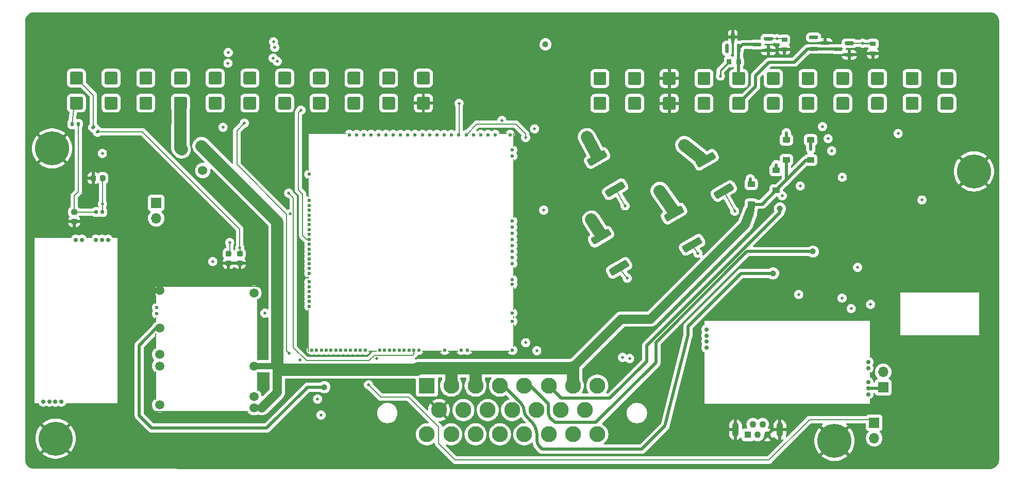
<source format=gbl>
G04 #@! TF.GenerationSoftware,KiCad,Pcbnew,8.0.8-8.0.8-0~ubuntu24.04.1*
G04 #@! TF.CreationDate,2025-02-03T09:12:40+00:00*
G04 #@! TF.ProjectId,VFRECU-VR,56465245-4355-42d5-9652-2e6b69636164,rev?*
G04 #@! TF.SameCoordinates,Original*
G04 #@! TF.FileFunction,Copper,L4,Bot*
G04 #@! TF.FilePolarity,Positive*
%FSLAX46Y46*%
G04 Gerber Fmt 4.6, Leading zero omitted, Abs format (unit mm)*
G04 Created by KiCad (PCBNEW 8.0.8-8.0.8-0~ubuntu24.04.1) date 2025-02-03 09:12:40*
%MOMM*%
%LPD*%
G01*
G04 APERTURE LIST*
G04 #@! TA.AperFunction,Conductor*
%ADD10C,1.500000*%
G04 #@! TD*
G04 #@! TA.AperFunction,Conductor*
%ADD11C,0.000000*%
G04 #@! TD*
G04 #@! TA.AperFunction,Conductor*
%ADD12C,0.200000*%
G04 #@! TD*
G04 #@! TA.AperFunction,Conductor*
%ADD13C,0.500000*%
G04 #@! TD*
G04 #@! TA.AperFunction,ComponentPad*
%ADD14C,5.600000*%
G04 #@! TD*
G04 #@! TA.AperFunction,ComponentPad*
%ADD15R,1.700000X1.700000*%
G04 #@! TD*
G04 #@! TA.AperFunction,ComponentPad*
%ADD16O,1.700000X1.700000*%
G04 #@! TD*
G04 #@! TA.AperFunction,ComponentPad*
%ADD17C,0.700000*%
G04 #@! TD*
G04 #@! TA.AperFunction,SMDPad,CuDef*
%ADD18R,1.100000X0.250000*%
G04 #@! TD*
G04 #@! TA.AperFunction,SMDPad,CuDef*
%ADD19R,0.980000X0.250000*%
G04 #@! TD*
G04 #@! TA.AperFunction,SMDPad,CuDef*
%ADD20R,6.300000X0.250000*%
G04 #@! TD*
G04 #@! TA.AperFunction,SMDPad,CuDef*
%ADD21R,0.250000X27.600000*%
G04 #@! TD*
G04 #@! TA.AperFunction,SMDPad,CuDef*
%ADD22R,8.750000X0.250000*%
G04 #@! TD*
G04 #@! TA.AperFunction,SMDPad,CuDef*
%ADD23R,0.950000X0.250000*%
G04 #@! TD*
G04 #@! TA.AperFunction,ComponentPad*
%ADD24C,1.500000*%
G04 #@! TD*
G04 #@! TA.AperFunction,ComponentPad*
%ADD25C,0.600000*%
G04 #@! TD*
G04 #@! TA.AperFunction,SMDPad,CuDef*
%ADD26O,0.200000X3.300000*%
G04 #@! TD*
G04 #@! TA.AperFunction,SMDPad,CuDef*
%ADD27O,0.200000X10.200000*%
G04 #@! TD*
G04 #@! TA.AperFunction,SMDPad,CuDef*
%ADD28O,0.200000X0.300000*%
G04 #@! TD*
G04 #@! TA.AperFunction,SMDPad,CuDef*
%ADD29O,17.000000X0.200000*%
G04 #@! TD*
G04 #@! TA.AperFunction,SMDPad,CuDef*
%ADD30O,15.400000X0.200000*%
G04 #@! TD*
G04 #@! TA.AperFunction,SMDPad,CuDef*
%ADD31O,0.200000X4.800000*%
G04 #@! TD*
G04 #@! TA.AperFunction,SMDPad,CuDef*
%ADD32O,0.200000X2.600000*%
G04 #@! TD*
G04 #@! TA.AperFunction,SMDPad,CuDef*
%ADD33O,0.200000X1.000000*%
G04 #@! TD*
G04 #@! TA.AperFunction,SMDPad,CuDef*
%ADD34O,0.200000X1.500000*%
G04 #@! TD*
G04 #@! TA.AperFunction,ComponentPad*
%ADD35R,2.625000X2.625000*%
G04 #@! TD*
G04 #@! TA.AperFunction,ComponentPad*
%ADD36C,2.625000*%
G04 #@! TD*
G04 #@! TA.AperFunction,ComponentPad*
%ADD37R,1.100000X1.100000*%
G04 #@! TD*
G04 #@! TA.AperFunction,ComponentPad*
%ADD38C,1.100000*%
G04 #@! TD*
G04 #@! TA.AperFunction,ComponentPad*
%ADD39O,1.100000X2.400000*%
G04 #@! TD*
G04 #@! TA.AperFunction,ComponentPad*
%ADD40C,1.524000*%
G04 #@! TD*
G04 #@! TA.AperFunction,SMDPad,CuDef*
%ADD41R,0.200000X3.700000*%
G04 #@! TD*
G04 #@! TA.AperFunction,SMDPad,CuDef*
%ADD42R,0.200000X0.400000*%
G04 #@! TD*
G04 #@! TA.AperFunction,SMDPad,CuDef*
%ADD43R,0.200000X1.600000*%
G04 #@! TD*
G04 #@! TA.AperFunction,SMDPad,CuDef*
%ADD44R,0.200000X9.700000*%
G04 #@! TD*
G04 #@! TA.AperFunction,SMDPad,CuDef*
%ADD45R,0.200000X2.300000*%
G04 #@! TD*
G04 #@! TA.AperFunction,SMDPad,CuDef*
%ADD46R,1.400000X0.200000*%
G04 #@! TD*
G04 #@! TA.AperFunction,SMDPad,CuDef*
%ADD47R,6.400000X0.200000*%
G04 #@! TD*
G04 #@! TA.AperFunction,SMDPad,CuDef*
%ADD48R,1.700000X0.200000*%
G04 #@! TD*
G04 #@! TA.AperFunction,SMDPad,CuDef*
%ADD49R,3.300000X0.200000*%
G04 #@! TD*
G04 #@! TA.AperFunction,SMDPad,CuDef*
%ADD50R,0.200000X7.000000*%
G04 #@! TD*
G04 #@! TA.AperFunction,SMDPad,CuDef*
%ADD51R,0.200000X3.300000*%
G04 #@! TD*
G04 #@! TA.AperFunction,SMDPad,CuDef*
%ADD52R,0.200000X6.300000*%
G04 #@! TD*
G04 #@! TA.AperFunction,SMDPad,CuDef*
%ADD53R,0.250000X1.100000*%
G04 #@! TD*
G04 #@! TA.AperFunction,SMDPad,CuDef*
%ADD54R,0.250000X0.980000*%
G04 #@! TD*
G04 #@! TA.AperFunction,SMDPad,CuDef*
%ADD55R,0.250000X6.300000*%
G04 #@! TD*
G04 #@! TA.AperFunction,SMDPad,CuDef*
%ADD56R,27.600000X0.250000*%
G04 #@! TD*
G04 #@! TA.AperFunction,SMDPad,CuDef*
%ADD57R,0.250000X8.750000*%
G04 #@! TD*
G04 #@! TA.AperFunction,SMDPad,CuDef*
%ADD58R,0.250000X0.950000*%
G04 #@! TD*
G04 #@! TA.AperFunction,ViaPad*
%ADD59C,0.500000*%
G04 #@! TD*
G04 #@! TA.AperFunction,ViaPad*
%ADD60C,1.000000*%
G04 #@! TD*
G04 #@! TA.AperFunction,Conductor*
%ADD61C,2.000000*%
G04 #@! TD*
G04 #@! TA.AperFunction,Conductor*
%ADD62C,1.000000*%
G04 #@! TD*
G04 #@! TA.AperFunction,Conductor*
%ADD63C,0.250000*%
G04 #@! TD*
G04 APERTURE END LIST*
D10*
G04 #@! TO.N,+12V_RAW*
X118307000Y40233000D02*
X119010009Y42110705D01*
D11*
G04 #@! TA.AperFunction,Conductor*
G36*
X119880398Y43163100D02*
G01*
X119752795Y42008364D01*
X118330869Y42429658D01*
X118685015Y43180261D01*
X119880398Y43163100D01*
G37*
G04 #@! TD.AperFunction*
D12*
G04 #@! TO.N,/IGN4*
X98603860Y43296520D02*
X97026520Y45994000D01*
G04 #@! TO.N,/CAM+*
X8024920Y60144340D02*
X7703120Y56712800D01*
D13*
G04 #@! TO.N,/OUT_LS2*
X119129579Y47742780D02*
X119207000Y46783000D01*
G04 #@! TD*
D14*
G04 #@! TO.P,H2,1,1*
G04 #@! TO.N,GND*
X4425000Y52731000D03*
G04 #@! TD*
G04 #@! TO.P,H1,1,1*
G04 #@! TO.N,GND*
X155885000Y48938000D03*
G04 #@! TD*
D15*
G04 #@! TO.P,JP3,1,A*
G04 #@! TO.N,+3.3VA*
X139494000Y7635000D03*
D16*
G04 #@! TO.P,JP3,2,B*
G04 #@! TO.N,Net-(JP3-B)*
X139494000Y5095000D03*
G04 #@! TD*
D14*
G04 #@! TO.P,H2,1,1*
G04 #@! TO.N,GND*
X5000000Y5000000D03*
G04 #@! TD*
D15*
G04 #@! TO.P,JP2,1,A*
G04 #@! TO.N,+5VA*
X21530100Y43771500D03*
D16*
G04 #@! TO.P,JP2,2,B*
G04 #@! TO.N,Net-(JP2-B)*
X21530100Y41231500D03*
G04 #@! TD*
D17*
G04 #@! TO.P,M7,E1,LSU_Un*
G04 #@! TO.N,/WBO2_Un*
X2969000Y11120000D03*
G04 #@! TO.P,M7,E2,LSU_Vm*
G04 #@! TO.N,/WBO2_Vm*
X5969000Y11120000D03*
G04 #@! TO.P,M7,E3,LSU_Ip*
G04 #@! TO.N,/WBO2_Ip*
X4969000Y11120000D03*
G04 #@! TO.P,M7,E4,LSU_Rtrim*
G04 #@! TO.N,/WBO2_Rtrim*
X3969000Y11120000D03*
D18*
G04 #@! TO.P,M7,G,GND*
G04 #@! TO.N,GND*
X14819000Y38095000D03*
D19*
X10479000Y38095000D03*
D20*
X4519000Y38095000D03*
D21*
X15244000Y24420000D03*
X1494000Y24420000D03*
D22*
X10994000Y10745000D03*
D23*
X1844000Y10745000D03*
D17*
G04 #@! TO.P,M7,W1,V5_IN*
G04 #@! TO.N,Net-(JP2-B)*
X12619000Y37711200D03*
G04 #@! TO.P,M7,W2,CAN_VIO*
G04 #@! TO.N,unconnected-(M7-CAN_VIO-PadW2)*
X11619000Y37711200D03*
G04 #@! TO.P,M7,W3,CANL*
G04 #@! TO.N,/CAN-*
X8323000Y37711200D03*
G04 #@! TO.P,M7,W4,CANH*
G04 #@! TO.N,/CAN+*
X9339000Y37711200D03*
G04 #@! TO.P,M7,W9,VDDA*
G04 #@! TO.N,unconnected-(M7-VDDA-PadW9)*
X13619000Y37711200D03*
G04 #@! TD*
D24*
G04 #@! TO.P,M1,E1,VBAT*
G04 #@! TO.N,/VBAT*
X22089005Y10557001D03*
G04 #@! TO.P,M1,E2,V12*
G04 #@! TO.N,unconnected-(M1-V12-PadE2)*
X22089005Y16956998D03*
G04 #@! TO.P,M1,E3,VIGN*
G04 #@! TO.N,/VIGN*
X22089005Y18857001D03*
G04 #@! TO.P,M1,E4,V5*
G04 #@! TO.N,+5V*
X22089005Y23157001D03*
D25*
G04 #@! TO.P,M1,E5,EN_5VP*
G04 #@! TO.N,/PWR_EN*
X21639006Y25556998D03*
G04 #@! TO.P,M1,E6,PG_5VP*
G04 #@! TO.N,Net-(M1-PG_5VP)*
X21639006Y26556999D03*
D26*
G04 #@! TO.P,M1,S1,GND*
G04 #@! TO.N,GND*
X38239001Y14407001D03*
D27*
X38239001Y22906999D03*
D28*
X38239001Y30007001D03*
D29*
X29839003Y30057001D03*
D30*
X29039002Y9457001D03*
D24*
X22089005Y29407001D03*
D28*
X21439004Y9507001D03*
D31*
X21439004Y13706999D03*
D32*
X21439004Y21057001D03*
D33*
X21439004Y24556998D03*
D34*
X21439004Y27856999D03*
D24*
G04 #@! TO.P,M1,V1,V12_PERM*
G04 #@! TO.N,+12V_RAW*
X37589002Y10106999D03*
G04 #@! TO.P,M1,V2,IN_VIGN*
G04 #@! TO.N,/IN_VIGN*
X37589002Y11956998D03*
G04 #@! TO.P,M1,V3,V12_RAW*
G04 #@! TO.N,+12V_RAW*
X37589002Y16907001D03*
G04 #@! TO.P,M1,V4,5VP*
G04 #@! TO.N,+5VP*
X37589002Y28956999D03*
G04 #@! TD*
D35*
G04 #@! TO.P,J4,1,1*
G04 #@! TO.N,/WBO2_Heater*
X66007000Y13720000D03*
D36*
G04 #@! TO.P,J4,2,2*
G04 #@! TO.N,+12V_RAW*
X70007000Y13720000D03*
G04 #@! TO.P,J4,3,3*
X74007000Y13720000D03*
G04 #@! TO.P,J4,4,4*
G04 #@! TO.N,/OUT_LS3*
X78007000Y13720000D03*
G04 #@! TO.P,J4,5,5*
G04 #@! TO.N,/INTAKEFLAP*
X82007000Y13720000D03*
G04 #@! TO.P,J4,6,6*
G04 #@! TO.N,/OUT_LS2*
X86007000Y13720000D03*
G04 #@! TO.P,J4,7,7*
G04 #@! TO.N,+12V_RAW*
X90007000Y13720000D03*
G04 #@! TO.P,J4,8,8*
G04 #@! TO.N,/CAN+*
X94007000Y13720000D03*
G04 #@! TO.P,J4,9,9*
G04 #@! TO.N,GND*
X68007000Y9720000D03*
G04 #@! TO.P,J4,10,10*
G04 #@! TO.N,/IN_BUTTON3*
X72007000Y9720000D03*
G04 #@! TO.P,J4,11,11*
G04 #@! TO.N,/IN_AUX2*
X76007000Y9720000D03*
G04 #@! TO.P,J4,12,12*
G04 #@! TO.N,/IN_FLEX*
X80007000Y9720000D03*
G04 #@! TO.P,J4,13,13*
G04 #@! TO.N,/IN_AUX1*
X84007000Y9720000D03*
G04 #@! TO.P,J4,14,14*
G04 #@! TO.N,/CAN-*
X88007000Y9720000D03*
G04 #@! TO.P,J4,15,15*
G04 #@! TO.N,/WBO_Heater*
X92007000Y9720000D03*
G04 #@! TO.P,J4,16,16*
G04 #@! TO.N,/WBO2_Vm*
X66007000Y5720000D03*
G04 #@! TO.P,J4,17,17*
G04 #@! TO.N,/WBO2_Ip*
X70007000Y5720000D03*
G04 #@! TO.P,J4,18,18*
G04 #@! TO.N,/WBO2_Un*
X74007000Y5720000D03*
G04 #@! TO.P,J4,19,19*
G04 #@! TO.N,/WBO2_Rtrim*
X78007000Y5720000D03*
G04 #@! TO.P,J4,20,20*
G04 #@! TO.N,/WBO_Un*
X82007000Y5720000D03*
G04 #@! TO.P,J4,21,21*
G04 #@! TO.N,/WBO_Rtrim*
X86007000Y5720000D03*
G04 #@! TO.P,J4,22,22*
G04 #@! TO.N,/WBO_Ip*
X90007000Y5720000D03*
G04 #@! TO.P,J4,23,23*
G04 #@! TO.N,/WBO_Vm*
X94007000Y5720000D03*
G04 #@! TD*
G04 #@! TO.P,U1,A1,A1*
G04 #@! TO.N,unconnected-(U1-PadA1)*
G04 #@! TA.AperFunction,ComponentPad*
G36*
G01*
X150375000Y59331001D02*
X150375000Y60930999D01*
G75*
G02*
X150625001Y61181000I250001J0D01*
G01*
X152224999Y61181000D01*
G75*
G02*
X152475000Y60930999I0J-250001D01*
G01*
X152475000Y59331001D01*
G75*
G02*
X152224999Y59081000I-250001J0D01*
G01*
X150625001Y59081000D01*
G75*
G02*
X150375000Y59331001I0J250001D01*
G01*
G37*
G04 #@! TD.AperFunction*
G04 #@! TO.P,U1,A2,A2*
G04 #@! TO.N,unconnected-(U1-PadA2)*
G04 #@! TA.AperFunction,ComponentPad*
G36*
G01*
X144675000Y59331001D02*
X144675000Y60930999D01*
G75*
G02*
X144925001Y61181000I250001J0D01*
G01*
X146524999Y61181000D01*
G75*
G02*
X146775000Y60930999I0J-250001D01*
G01*
X146775000Y59331001D01*
G75*
G02*
X146524999Y59081000I-250001J0D01*
G01*
X144925001Y59081000D01*
G75*
G02*
X144675000Y59331001I0J250001D01*
G01*
G37*
G04 #@! TD.AperFunction*
G04 #@! TO.P,U1,A3,A3*
G04 #@! TO.N,/INJOUT3*
G04 #@! TA.AperFunction,ComponentPad*
G36*
G01*
X138975000Y59331001D02*
X138975000Y60930999D01*
G75*
G02*
X139225001Y61181000I250001J0D01*
G01*
X140824999Y61181000D01*
G75*
G02*
X141075000Y60930999I0J-250001D01*
G01*
X141075000Y59331001D01*
G75*
G02*
X140824999Y59081000I-250001J0D01*
G01*
X139225001Y59081000D01*
G75*
G02*
X138975000Y59331001I0J250001D01*
G01*
G37*
G04 #@! TD.AperFunction*
G04 #@! TO.P,U1,A4,A4*
G04 #@! TO.N,/INJOUT1*
G04 #@! TA.AperFunction,ComponentPad*
G36*
G01*
X133275000Y59331001D02*
X133275000Y60930999D01*
G75*
G02*
X133525001Y61181000I250001J0D01*
G01*
X135124999Y61181000D01*
G75*
G02*
X135375000Y60930999I0J-250001D01*
G01*
X135375000Y59331001D01*
G75*
G02*
X135124999Y59081000I-250001J0D01*
G01*
X133525001Y59081000D01*
G75*
G02*
X133275000Y59331001I0J250001D01*
G01*
G37*
G04 #@! TD.AperFunction*
G04 #@! TO.P,U1,A5,A5*
G04 #@! TO.N,/FUELPUMP_LS*
G04 #@! TA.AperFunction,ComponentPad*
G36*
G01*
X127575000Y59331001D02*
X127575000Y60930999D01*
G75*
G02*
X127825001Y61181000I250001J0D01*
G01*
X129424999Y61181000D01*
G75*
G02*
X129675000Y60930999I0J-250001D01*
G01*
X129675000Y59331001D01*
G75*
G02*
X129424999Y59081000I-250001J0D01*
G01*
X127825001Y59081000D01*
G75*
G02*
X127575000Y59331001I0J250001D01*
G01*
G37*
G04 #@! TD.AperFunction*
G04 #@! TO.P,U1,A6,A6*
G04 #@! TO.N,unconnected-(U1-PadA6)*
G04 #@! TA.AperFunction,ComponentPad*
G36*
G01*
X121875000Y59331001D02*
X121875000Y60930999D01*
G75*
G02*
X122125001Y61181000I250001J0D01*
G01*
X123724999Y61181000D01*
G75*
G02*
X123975000Y60930999I0J-250001D01*
G01*
X123975000Y59331001D01*
G75*
G02*
X123724999Y59081000I-250001J0D01*
G01*
X122125001Y59081000D01*
G75*
G02*
X121875000Y59331001I0J250001D01*
G01*
G37*
G04 #@! TD.AperFunction*
G04 #@! TO.P,U1,A7,A7*
G04 #@! TO.N,/FILIGHT*
G04 #@! TA.AperFunction,ComponentPad*
G36*
G01*
X116175000Y59331001D02*
X116175000Y60930999D01*
G75*
G02*
X116425001Y61181000I250001J0D01*
G01*
X118024999Y61181000D01*
G75*
G02*
X118275000Y60930999I0J-250001D01*
G01*
X118275000Y59331001D01*
G75*
G02*
X118024999Y59081000I-250001J0D01*
G01*
X116425001Y59081000D01*
G75*
G02*
X116175000Y59331001I0J250001D01*
G01*
G37*
G04 #@! TD.AperFunction*
G04 #@! TO.P,U1,A8,A8*
G04 #@! TO.N,/OUT_LS2*
G04 #@! TA.AperFunction,ComponentPad*
G36*
G01*
X110475000Y59331001D02*
X110475000Y60930999D01*
G75*
G02*
X110725001Y61181000I250001J0D01*
G01*
X112324999Y61181000D01*
G75*
G02*
X112575000Y60930999I0J-250001D01*
G01*
X112575000Y59331001D01*
G75*
G02*
X112324999Y59081000I-250001J0D01*
G01*
X110725001Y59081000D01*
G75*
G02*
X110475000Y59331001I0J250001D01*
G01*
G37*
G04 #@! TD.AperFunction*
G04 #@! TO.P,U1,A9,A9*
G04 #@! TO.N,GND*
G04 #@! TA.AperFunction,ComponentPad*
G36*
G01*
X104775000Y59331001D02*
X104775000Y60930999D01*
G75*
G02*
X105025001Y61181000I250001J0D01*
G01*
X106624999Y61181000D01*
G75*
G02*
X106875000Y60930999I0J-250001D01*
G01*
X106875000Y59331001D01*
G75*
G02*
X106624999Y59081000I-250001J0D01*
G01*
X105025001Y59081000D01*
G75*
G02*
X104775000Y59331001I0J250001D01*
G01*
G37*
G04 #@! TD.AperFunction*
G04 #@! TO.P,U1,A10,A10*
G04 #@! TO.N,/IGNOUT1*
G04 #@! TA.AperFunction,ComponentPad*
G36*
G01*
X99075000Y59331001D02*
X99075000Y60930999D01*
G75*
G02*
X99325001Y61181000I250001J0D01*
G01*
X100924999Y61181000D01*
G75*
G02*
X101175000Y60930999I0J-250001D01*
G01*
X101175000Y59331001D01*
G75*
G02*
X100924999Y59081000I-250001J0D01*
G01*
X99325001Y59081000D01*
G75*
G02*
X99075000Y59331001I0J250001D01*
G01*
G37*
G04 #@! TD.AperFunction*
G04 #@! TO.P,U1,A11,A11*
G04 #@! TO.N,/IGNOUT3*
G04 #@! TA.AperFunction,ComponentPad*
G36*
G01*
X93375000Y59331001D02*
X93375000Y60930999D01*
G75*
G02*
X93625001Y61181000I250001J0D01*
G01*
X95224999Y61181000D01*
G75*
G02*
X95475000Y60930999I0J-250001D01*
G01*
X95475000Y59331001D01*
G75*
G02*
X95224999Y59081000I-250001J0D01*
G01*
X93625001Y59081000D01*
G75*
G02*
X93375000Y59331001I0J250001D01*
G01*
G37*
G04 #@! TD.AperFunction*
G04 #@! TO.P,U1,A12,A12*
G04 #@! TO.N,unconnected-(U1-PadA12)*
G04 #@! TA.AperFunction,ComponentPad*
G36*
G01*
X150375000Y63431001D02*
X150375000Y65030999D01*
G75*
G02*
X150625001Y65281000I250001J0D01*
G01*
X152224999Y65281000D01*
G75*
G02*
X152475000Y65030999I0J-250001D01*
G01*
X152475000Y63431001D01*
G75*
G02*
X152224999Y63181000I-250001J0D01*
G01*
X150625001Y63181000D01*
G75*
G02*
X150375000Y63431001I0J250001D01*
G01*
G37*
G04 #@! TD.AperFunction*
G04 #@! TO.P,U1,A13,A13*
G04 #@! TO.N,unconnected-(U1-PadA13)*
G04 #@! TA.AperFunction,ComponentPad*
G36*
G01*
X144675000Y63431001D02*
X144675000Y65030999D01*
G75*
G02*
X144925001Y65281000I250001J0D01*
G01*
X146524999Y65281000D01*
G75*
G02*
X146775000Y65030999I0J-250001D01*
G01*
X146775000Y63431001D01*
G75*
G02*
X146524999Y63181000I-250001J0D01*
G01*
X144925001Y63181000D01*
G75*
G02*
X144675000Y63431001I0J250001D01*
G01*
G37*
G04 #@! TD.AperFunction*
G04 #@! TO.P,U1,A14,A14*
G04 #@! TO.N,/INJOUT4*
G04 #@! TA.AperFunction,ComponentPad*
G36*
G01*
X138975000Y63431001D02*
X138975000Y65030999D01*
G75*
G02*
X139225001Y65281000I250001J0D01*
G01*
X140824999Y65281000D01*
G75*
G02*
X141075000Y65030999I0J-250001D01*
G01*
X141075000Y63431001D01*
G75*
G02*
X140824999Y63181000I-250001J0D01*
G01*
X139225001Y63181000D01*
G75*
G02*
X138975000Y63431001I0J250001D01*
G01*
G37*
G04 #@! TD.AperFunction*
G04 #@! TO.P,U1,A15,A15*
G04 #@! TO.N,/INJOUT2*
G04 #@! TA.AperFunction,ComponentPad*
G36*
G01*
X133275000Y63431001D02*
X133275000Y65030999D01*
G75*
G02*
X133525001Y65281000I250001J0D01*
G01*
X135124999Y65281000D01*
G75*
G02*
X135375000Y65030999I0J-250001D01*
G01*
X135375000Y63431001D01*
G75*
G02*
X135124999Y63181000I-250001J0D01*
G01*
X133525001Y63181000D01*
G75*
G02*
X133275000Y63431001I0J250001D01*
G01*
G37*
G04 #@! TD.AperFunction*
G04 #@! TO.P,U1,A16,A16*
G04 #@! TO.N,/INTAKEFLAP*
G04 #@! TA.AperFunction,ComponentPad*
G36*
G01*
X127575000Y63431001D02*
X127575000Y65030999D01*
G75*
G02*
X127825001Y65281000I250001J0D01*
G01*
X129424999Y65281000D01*
G75*
G02*
X129675000Y65030999I0J-250001D01*
G01*
X129675000Y63431001D01*
G75*
G02*
X129424999Y63181000I-250001J0D01*
G01*
X127825001Y63181000D01*
G75*
G02*
X127575000Y63431001I0J250001D01*
G01*
G37*
G04 #@! TD.AperFunction*
G04 #@! TO.P,U1,A17,A17*
G04 #@! TO.N,unconnected-(U1-PadA17)*
G04 #@! TA.AperFunction,ComponentPad*
G36*
G01*
X121875000Y63431001D02*
X121875000Y65030999D01*
G75*
G02*
X122125001Y65281000I250001J0D01*
G01*
X123724999Y65281000D01*
G75*
G02*
X123975000Y65030999I0J-250001D01*
G01*
X123975000Y63431001D01*
G75*
G02*
X123724999Y63181000I-250001J0D01*
G01*
X122125001Y63181000D01*
G75*
G02*
X121875000Y63431001I0J250001D01*
G01*
G37*
G04 #@! TD.AperFunction*
G04 #@! TO.P,U1,A18,A18*
G04 #@! TO.N,/OUT_LS_WEAK2*
G04 #@! TA.AperFunction,ComponentPad*
G36*
G01*
X116175000Y63431001D02*
X116175000Y65030999D01*
G75*
G02*
X116425001Y65281000I250001J0D01*
G01*
X118024999Y65281000D01*
G75*
G02*
X118275000Y65030999I0J-250001D01*
G01*
X118275000Y63431001D01*
G75*
G02*
X118024999Y63181000I-250001J0D01*
G01*
X116425001Y63181000D01*
G75*
G02*
X116175000Y63431001I0J250001D01*
G01*
G37*
G04 #@! TD.AperFunction*
G04 #@! TO.P,U1,A19,A19*
G04 #@! TO.N,/OUT_LS3*
G04 #@! TA.AperFunction,ComponentPad*
G36*
G01*
X110475000Y63431001D02*
X110475000Y65030999D01*
G75*
G02*
X110725001Y65281000I250001J0D01*
G01*
X112324999Y65281000D01*
G75*
G02*
X112575000Y65030999I0J-250001D01*
G01*
X112575000Y63431001D01*
G75*
G02*
X112324999Y63181000I-250001J0D01*
G01*
X110725001Y63181000D01*
G75*
G02*
X110475000Y63431001I0J250001D01*
G01*
G37*
G04 #@! TD.AperFunction*
G04 #@! TO.P,U1,A20,A20*
G04 #@! TO.N,GND*
G04 #@! TA.AperFunction,ComponentPad*
G36*
G01*
X104775000Y63431001D02*
X104775000Y65030999D01*
G75*
G02*
X105025001Y65281000I250001J0D01*
G01*
X106624999Y65281000D01*
G75*
G02*
X106875000Y65030999I0J-250001D01*
G01*
X106875000Y63431001D01*
G75*
G02*
X106624999Y63181000I-250001J0D01*
G01*
X105025001Y63181000D01*
G75*
G02*
X104775000Y63431001I0J250001D01*
G01*
G37*
G04 #@! TD.AperFunction*
G04 #@! TO.P,U1,A21,A21*
G04 #@! TO.N,/IGNOUT2*
G04 #@! TA.AperFunction,ComponentPad*
G36*
G01*
X99075000Y63431001D02*
X99075000Y65030999D01*
G75*
G02*
X99325001Y65281000I250001J0D01*
G01*
X100924999Y65281000D01*
G75*
G02*
X101175000Y65030999I0J-250001D01*
G01*
X101175000Y63431001D01*
G75*
G02*
X100924999Y63181000I-250001J0D01*
G01*
X99325001Y63181000D01*
G75*
G02*
X99075000Y63431001I0J250001D01*
G01*
G37*
G04 #@! TD.AperFunction*
G04 #@! TO.P,U1,A22,A22*
G04 #@! TO.N,/IGNOUT4*
G04 #@! TA.AperFunction,ComponentPad*
G36*
G01*
X93375000Y63431001D02*
X93375000Y65030999D01*
G75*
G02*
X93625001Y65281000I250001J0D01*
G01*
X95224999Y65281000D01*
G75*
G02*
X95475000Y65030999I0J-250001D01*
G01*
X95475000Y63431001D01*
G75*
G02*
X95224999Y63181000I-250001J0D01*
G01*
X93625001Y63181000D01*
G75*
G02*
X93375000Y63431001I0J250001D01*
G01*
G37*
G04 #@! TD.AperFunction*
G04 #@! TO.P,U1,B1,B1*
G04 #@! TO.N,GND*
G04 #@! TA.AperFunction,ComponentPad*
G36*
G01*
X64375000Y59381001D02*
X64375000Y60980999D01*
G75*
G02*
X64625001Y61231000I250001J0D01*
G01*
X66224999Y61231000D01*
G75*
G02*
X66475000Y60980999I0J-250001D01*
G01*
X66475000Y59381001D01*
G75*
G02*
X66224999Y59131000I-250001J0D01*
G01*
X64625001Y59131000D01*
G75*
G02*
X64375000Y59381001I0J250001D01*
G01*
G37*
G04 #@! TD.AperFunction*
G04 #@! TO.P,U1,B2,B2*
G04 #@! TO.N,GNDA*
G04 #@! TA.AperFunction,ComponentPad*
G36*
G01*
X58675000Y59381001D02*
X58675000Y60980999D01*
G75*
G02*
X58925001Y61231000I250001J0D01*
G01*
X60524999Y61231000D01*
G75*
G02*
X60775000Y60980999I0J-250001D01*
G01*
X60775000Y59381001D01*
G75*
G02*
X60524999Y59131000I-250001J0D01*
G01*
X58925001Y59131000D01*
G75*
G02*
X58675000Y59381001I0J250001D01*
G01*
G37*
G04 #@! TD.AperFunction*
G04 #@! TO.P,U1,B3,B3*
G04 #@! TO.N,/IN_MAP*
G04 #@! TA.AperFunction,ComponentPad*
G36*
G01*
X52975000Y59381001D02*
X52975000Y60980999D01*
G75*
G02*
X53225001Y61231000I250001J0D01*
G01*
X54824999Y61231000D01*
G75*
G02*
X55075000Y60980999I0J-250001D01*
G01*
X55075000Y59381001D01*
G75*
G02*
X54824999Y59131000I-250001J0D01*
G01*
X53225001Y59131000D01*
G75*
G02*
X52975000Y59381001I0J250001D01*
G01*
G37*
G04 #@! TD.AperFunction*
G04 #@! TO.P,U1,B4,B4*
G04 #@! TO.N,/BARO*
G04 #@! TA.AperFunction,ComponentPad*
G36*
G01*
X47275000Y59381001D02*
X47275000Y60980999D01*
G75*
G02*
X47525001Y61231000I250001J0D01*
G01*
X49124999Y61231000D01*
G75*
G02*
X49375000Y60980999I0J-250001D01*
G01*
X49375000Y59381001D01*
G75*
G02*
X49124999Y59131000I-250001J0D01*
G01*
X47525001Y59131000D01*
G75*
G02*
X47275000Y59381001I0J250001D01*
G01*
G37*
G04 #@! TD.AperFunction*
G04 #@! TO.P,U1,B5,B5*
G04 #@! TO.N,/IAT_SENSOR*
G04 #@! TA.AperFunction,ComponentPad*
G36*
G01*
X41575000Y59381001D02*
X41575000Y60980999D01*
G75*
G02*
X41825001Y61231000I250001J0D01*
G01*
X43424999Y61231000D01*
G75*
G02*
X43675000Y60980999I0J-250001D01*
G01*
X43675000Y59381001D01*
G75*
G02*
X43424999Y59131000I-250001J0D01*
G01*
X41825001Y59131000D01*
G75*
G02*
X41575000Y59381001I0J250001D01*
G01*
G37*
G04 #@! TD.AperFunction*
G04 #@! TO.P,U1,B6,B6*
G04 #@! TO.N,unconnected-(U1-PadB6)*
G04 #@! TA.AperFunction,ComponentPad*
G36*
G01*
X35875000Y59381001D02*
X35875000Y60980999D01*
G75*
G02*
X36125001Y61231000I250001J0D01*
G01*
X37724999Y61231000D01*
G75*
G02*
X37975000Y60980999I0J-250001D01*
G01*
X37975000Y59381001D01*
G75*
G02*
X37724999Y59131000I-250001J0D01*
G01*
X36125001Y59131000D01*
G75*
G02*
X35875000Y59381001I0J250001D01*
G01*
G37*
G04 #@! TD.AperFunction*
G04 #@! TO.P,U1,B7,B7*
G04 #@! TO.N,+5VP*
G04 #@! TA.AperFunction,ComponentPad*
G36*
G01*
X30175000Y59381001D02*
X30175000Y60980999D01*
G75*
G02*
X30425001Y61231000I250001J0D01*
G01*
X32024999Y61231000D01*
G75*
G02*
X32275000Y60980999I0J-250001D01*
G01*
X32275000Y59381001D01*
G75*
G02*
X32024999Y59131000I-250001J0D01*
G01*
X30425001Y59131000D01*
G75*
G02*
X30175000Y59381001I0J250001D01*
G01*
G37*
G04 #@! TD.AperFunction*
G04 #@! TO.P,U1,B8,B8*
G04 #@! TO.N,+12V*
G04 #@! TA.AperFunction,ComponentPad*
G36*
G01*
X24475000Y59381001D02*
X24475000Y60980999D01*
G75*
G02*
X24725001Y61231000I250001J0D01*
G01*
X26324999Y61231000D01*
G75*
G02*
X26575000Y60980999I0J-250001D01*
G01*
X26575000Y59381001D01*
G75*
G02*
X26324999Y59131000I-250001J0D01*
G01*
X24725001Y59131000D01*
G75*
G02*
X24475000Y59381001I0J250001D01*
G01*
G37*
G04 #@! TD.AperFunction*
G04 #@! TO.P,U1,B9,B9*
G04 #@! TO.N,unconnected-(U1-PadB9)*
G04 #@! TA.AperFunction,ComponentPad*
G36*
G01*
X18775000Y59381001D02*
X18775000Y60980999D01*
G75*
G02*
X19025001Y61231000I250001J0D01*
G01*
X20624999Y61231000D01*
G75*
G02*
X20875000Y60980999I0J-250001D01*
G01*
X20875000Y59381001D01*
G75*
G02*
X20624999Y59131000I-250001J0D01*
G01*
X19025001Y59131000D01*
G75*
G02*
X18775000Y59381001I0J250001D01*
G01*
G37*
G04 #@! TD.AperFunction*
G04 #@! TO.P,U1,B10,B10*
G04 #@! TO.N,/IN_BUTTON1*
G04 #@! TA.AperFunction,ComponentPad*
G36*
G01*
X13075000Y59381001D02*
X13075000Y60980999D01*
G75*
G02*
X13325001Y61231000I250001J0D01*
G01*
X14924999Y61231000D01*
G75*
G02*
X15175000Y60980999I0J-250001D01*
G01*
X15175000Y59381001D01*
G75*
G02*
X14924999Y59131000I-250001J0D01*
G01*
X13325001Y59131000D01*
G75*
G02*
X13075000Y59381001I0J250001D01*
G01*
G37*
G04 #@! TD.AperFunction*
G04 #@! TO.P,U1,B11,B11*
G04 #@! TO.N,/CAM+*
G04 #@! TA.AperFunction,ComponentPad*
G36*
G01*
X7375000Y59381001D02*
X7375000Y60980999D01*
G75*
G02*
X7625001Y61231000I250001J0D01*
G01*
X9224999Y61231000D01*
G75*
G02*
X9475000Y60980999I0J-250001D01*
G01*
X9475000Y59381001D01*
G75*
G02*
X9224999Y59131000I-250001J0D01*
G01*
X7625001Y59131000D01*
G75*
G02*
X7375000Y59381001I0J250001D01*
G01*
G37*
G04 #@! TD.AperFunction*
G04 #@! TO.P,U1,B12,B12*
G04 #@! TO.N,GND*
G04 #@! TA.AperFunction,ComponentPad*
G36*
G01*
X64375000Y63481001D02*
X64375000Y65080999D01*
G75*
G02*
X64625001Y65331000I250001J0D01*
G01*
X66224999Y65331000D01*
G75*
G02*
X66475000Y65080999I0J-250001D01*
G01*
X66475000Y63481001D01*
G75*
G02*
X66224999Y63231000I-250001J0D01*
G01*
X64625001Y63231000D01*
G75*
G02*
X64375000Y63481001I0J250001D01*
G01*
G37*
G04 #@! TD.AperFunction*
G04 #@! TO.P,U1,B13,B13*
G04 #@! TO.N,unconnected-(U1-PadB13)*
G04 #@! TA.AperFunction,ComponentPad*
G36*
G01*
X58675000Y63481001D02*
X58675000Y65080999D01*
G75*
G02*
X58925001Y65331000I250001J0D01*
G01*
X60524999Y65331000D01*
G75*
G02*
X60775000Y65080999I0J-250001D01*
G01*
X60775000Y63481001D01*
G75*
G02*
X60524999Y63231000I-250001J0D01*
G01*
X58925001Y63231000D01*
G75*
G02*
X58675000Y63481001I0J250001D01*
G01*
G37*
G04 #@! TD.AperFunction*
G04 #@! TO.P,U1,B14,B14*
G04 #@! TO.N,/IN_TPS1*
G04 #@! TA.AperFunction,ComponentPad*
G36*
G01*
X52975000Y63481001D02*
X52975000Y65080999D01*
G75*
G02*
X53225001Y65331000I250001J0D01*
G01*
X54824999Y65331000D01*
G75*
G02*
X55075000Y65080999I0J-250001D01*
G01*
X55075000Y63481001D01*
G75*
G02*
X54824999Y63231000I-250001J0D01*
G01*
X53225001Y63231000D01*
G75*
G02*
X52975000Y63481001I0J250001D01*
G01*
G37*
G04 #@! TD.AperFunction*
G04 #@! TO.P,U1,B15,B15*
G04 #@! TO.N,/CLT*
G04 #@! TA.AperFunction,ComponentPad*
G36*
G01*
X47275000Y63481001D02*
X47275000Y65080999D01*
G75*
G02*
X47525001Y65331000I250001J0D01*
G01*
X49124999Y65331000D01*
G75*
G02*
X49375000Y65080999I0J-250001D01*
G01*
X49375000Y63481001D01*
G75*
G02*
X49124999Y63231000I-250001J0D01*
G01*
X47525001Y63231000D01*
G75*
G02*
X47275000Y63481001I0J250001D01*
G01*
G37*
G04 #@! TD.AperFunction*
G04 #@! TO.P,U1,B16,B16*
G04 #@! TO.N,unconnected-(U1-PadB16)*
G04 #@! TA.AperFunction,ComponentPad*
G36*
G01*
X41575000Y63481001D02*
X41575000Y65080999D01*
G75*
G02*
X41825001Y65331000I250001J0D01*
G01*
X43424999Y65331000D01*
G75*
G02*
X43675000Y65080999I0J-250001D01*
G01*
X43675000Y63481001D01*
G75*
G02*
X43424999Y63231000I-250001J0D01*
G01*
X41825001Y63231000D01*
G75*
G02*
X41575000Y63481001I0J250001D01*
G01*
G37*
G04 #@! TD.AperFunction*
G04 #@! TO.P,U1,B17,B17*
G04 #@! TO.N,/IN_HALL1*
G04 #@! TA.AperFunction,ComponentPad*
G36*
G01*
X35875000Y63481001D02*
X35875000Y65080999D01*
G75*
G02*
X36125001Y65331000I250001J0D01*
G01*
X37724999Y65331000D01*
G75*
G02*
X37975000Y65080999I0J-250001D01*
G01*
X37975000Y63481001D01*
G75*
G02*
X37724999Y63231000I-250001J0D01*
G01*
X36125001Y63231000D01*
G75*
G02*
X35875000Y63481001I0J250001D01*
G01*
G37*
G04 #@! TD.AperFunction*
G04 #@! TO.P,U1,B18,B18*
G04 #@! TO.N,unconnected-(U1-PadB18)*
G04 #@! TA.AperFunction,ComponentPad*
G36*
G01*
X30175000Y63481001D02*
X30175000Y65080999D01*
G75*
G02*
X30425001Y65331000I250001J0D01*
G01*
X32024999Y65331000D01*
G75*
G02*
X32275000Y65080999I0J-250001D01*
G01*
X32275000Y63481001D01*
G75*
G02*
X32024999Y63231000I-250001J0D01*
G01*
X30425001Y63231000D01*
G75*
G02*
X30175000Y63481001I0J250001D01*
G01*
G37*
G04 #@! TD.AperFunction*
G04 #@! TO.P,U1,B19,B19*
G04 #@! TO.N,unconnected-(U1-PadB19)*
G04 #@! TA.AperFunction,ComponentPad*
G36*
G01*
X24475000Y63481001D02*
X24475000Y65080999D01*
G75*
G02*
X24725001Y65331000I250001J0D01*
G01*
X26324999Y65331000D01*
G75*
G02*
X26575000Y65080999I0J-250001D01*
G01*
X26575000Y63481001D01*
G75*
G02*
X26324999Y63231000I-250001J0D01*
G01*
X24725001Y63231000D01*
G75*
G02*
X24475000Y63481001I0J250001D01*
G01*
G37*
G04 #@! TD.AperFunction*
G04 #@! TO.P,U1,B20,B20*
G04 #@! TO.N,unconnected-(U1-PadB20)*
G04 #@! TA.AperFunction,ComponentPad*
G36*
G01*
X18775000Y63481001D02*
X18775000Y65080999D01*
G75*
G02*
X19025001Y65331000I250001J0D01*
G01*
X20624999Y65331000D01*
G75*
G02*
X20875000Y65080999I0J-250001D01*
G01*
X20875000Y63481001D01*
G75*
G02*
X20624999Y63231000I-250001J0D01*
G01*
X19025001Y63231000D01*
G75*
G02*
X18775000Y63481001I0J250001D01*
G01*
G37*
G04 #@! TD.AperFunction*
G04 #@! TO.P,U1,B21,B21*
G04 #@! TO.N,/Clutch{slash}kickstandswitch*
G04 #@! TA.AperFunction,ComponentPad*
G36*
G01*
X13075000Y63481001D02*
X13075000Y65080999D01*
G75*
G02*
X13325001Y65331000I250001J0D01*
G01*
X14924999Y65331000D01*
G75*
G02*
X15175000Y65080999I0J-250001D01*
G01*
X15175000Y63481001D01*
G75*
G02*
X14924999Y63231000I-250001J0D01*
G01*
X13325001Y63231000D01*
G75*
G02*
X13075000Y63481001I0J250001D01*
G01*
G37*
G04 #@! TD.AperFunction*
G04 #@! TO.P,U1,B22,B22*
G04 #@! TO.N,/CRANK+*
G04 #@! TA.AperFunction,ComponentPad*
G36*
G01*
X7375000Y63481001D02*
X7375000Y65080999D01*
G75*
G02*
X7625001Y65331000I250001J0D01*
G01*
X9224999Y65331000D01*
G75*
G02*
X9475000Y65080999I0J-250001D01*
G01*
X9475000Y63481001D01*
G75*
G02*
X9224999Y63231000I-250001J0D01*
G01*
X7625001Y63231000D01*
G75*
G02*
X7375000Y63481001I0J250001D01*
G01*
G37*
G04 #@! TD.AperFunction*
G04 #@! TD*
D14*
G04 #@! TO.P,H3,1,1*
G04 #@! TO.N,GND*
X132964000Y4651000D03*
G04 #@! TD*
D15*
G04 #@! TO.P,JP1,1,A*
G04 #@! TO.N,Net-(JP1-A)*
X140970000Y13451000D03*
D16*
G04 #@! TO.P,JP1,2,B*
G04 #@! TO.N,+5VA*
X140970000Y15991000D03*
G04 #@! TD*
D37*
G04 #@! TO.P,J8,1,VBUS*
G04 #@! TO.N,/VBUS*
X118752000Y5627000D03*
D38*
G04 #@! TO.P,J8,2,D-*
G04 #@! TO.N,/USB-*
X119552000Y7377000D03*
G04 #@! TO.P,J8,3,D+*
G04 #@! TO.N,/USB+*
X120352000Y5627000D03*
G04 #@! TO.P,J8,4,ID*
G04 #@! TO.N,unconnected-(J8-ID-Pad4)*
X121152000Y7377000D03*
G04 #@! TO.P,J8,5,GND*
G04 #@! TO.N,GND*
X121952000Y5627000D03*
D39*
G04 #@! TO.P,J8,6,Shield*
X116702000Y6502000D03*
X124002000Y6502000D03*
G04 #@! TD*
D40*
G04 #@! TO.P,F2,1,1*
G04 #@! TO.N,+12V*
X25517588Y56584412D03*
G04 #@! TO.P,F2,2,2*
G04 #@! TO.N,+12V_RAW*
X28982412Y53119588D03*
G04 #@! TD*
D25*
G04 #@! TO.P,M6,E1,V5A_SWITCHABLE*
G04 #@! TO.N,+5VA*
X46667010Y48472990D03*
G04 #@! TO.P,M6,E2,GNDA*
G04 #@! TO.N,unconnected-(M6-GNDA-PadE2)*
X46667000Y44172990D03*
G04 #@! TO.P,M6,E3,I2C_SCL_(PB10)*
G04 #@! TO.N,unconnected-(M6-I2C_SCL_(PB10)-PadE3)*
X46667000Y43373000D03*
G04 #@! TO.P,M6,E4,I2C_SDA_(PB11)*
G04 #@! TO.N,unconnected-(M6-I2C_SDA_(PB11)-PadE4)*
X46667000Y42572990D03*
G04 #@! TO.P,M6,E5,IN_VIGN_(PA5)*
G04 #@! TO.N,/VIGN*
X46667000Y41772990D03*
G04 #@! TO.P,M6,E6,SPI2_CS_/_CAN2_RX_(PB12)*
G04 #@! TO.N,unconnected-(M6-SPI2_CS_{slash}_CAN2_RX_(PB12)-PadE6)*
X46667000Y40972990D03*
G04 #@! TO.P,M6,E7,SPI2_SCK_/_CAN2_TX_(PB13)*
G04 #@! TO.N,unconnected-(M6-SPI2_SCK_{slash}_CAN2_TX_(PB13)-PadE7)*
X46667000Y40172990D03*
G04 #@! TO.P,M6,E8,SPI2_MISO_(PB14)*
G04 #@! TO.N,/DC1_DIS*
X46667000Y39372990D03*
G04 #@! TO.P,M6,E9,SPI2_MOSI_(PB15)*
G04 #@! TO.N,/DC2_DIR*
X46667000Y38572990D03*
G04 #@! TO.P,M6,E10,OUT_INJ8_(PD12)*
G04 #@! TO.N,/LS2*
X46667000Y37772990D03*
G04 #@! TO.P,M6,E11,OUT_INJ7_(PD15)*
G04 #@! TO.N,/LS1*
X46667000Y36972990D03*
G04 #@! TO.P,M6,E12,OUT_INJ6_(PA8)*
G04 #@! TO.N,/INJ6*
X46667000Y36172990D03*
G04 #@! TO.P,M6,E13,OUT_INJ5_(PD2)*
G04 #@! TO.N,/INJ5*
X46667000Y35372990D03*
G04 #@! TO.P,M6,E14,OUT_INJ4_(PD10)*
G04 #@! TO.N,/INJ4*
X46667000Y34572990D03*
G04 #@! TO.P,M6,E15,OUT_INJ3_(PD11)*
G04 #@! TO.N,/INJ3*
X46667000Y33772990D03*
G04 #@! TO.P,M6,E16,OUT_INJ2_(PA9)*
G04 #@! TO.N,/INJ2*
X46667010Y32973000D03*
G04 #@! TO.P,M6,E17,OUT_INJ1_(PD3)*
G04 #@! TO.N,/INJ1*
X46667000Y32172990D03*
G04 #@! TO.P,M6,E18,OUT_PWM1_(PD13)*
G04 #@! TO.N,/LS3*
X46667000Y30772990D03*
G04 #@! TO.P,M6,E19,OUT_PWM2_(PC6)*
G04 #@! TO.N,/LS4*
X46667000Y29973000D03*
G04 #@! TO.P,M6,E20,OUT_PWM3_(PC7)*
G04 #@! TO.N,/DC1_PWM*
X46667000Y29173000D03*
G04 #@! TO.P,M6,E21,OUT_PWM4_(PC8)*
G04 #@! TO.N,/DC1_DIR*
X46667000Y28373000D03*
G04 #@! TO.P,M6,E22,OUT_PWM5_(PC9)*
G04 #@! TO.N,/DC2_PWM*
X46667000Y27573000D03*
G04 #@! TO.P,M6,E23,OUT_PWM6_(PD14)*
G04 #@! TO.N,/VR1_THRESHOLD*
X46667000Y26772990D03*
D41*
G04 #@! TO.P,M6,G,GND*
G04 #@! TO.N,GND*
X80267010Y21923000D03*
D42*
X80267010Y24972990D03*
D41*
X80267010Y28023000D03*
D43*
X80267010Y32472990D03*
D44*
X80267010Y46122990D03*
D45*
X80267010Y54122990D03*
D46*
X78467000Y55173000D03*
D47*
X76367010Y19373000D03*
D48*
X70317010Y19373000D03*
D49*
X66817010Y19373000D03*
D46*
X57067010Y19373000D03*
D47*
X49567010Y55173000D03*
D50*
X46467000Y22772980D03*
D42*
X46467000Y31473000D03*
D51*
X46467000Y46323000D03*
D52*
X46467000Y52123000D03*
D25*
G04 #@! TO.P,M6,N1,VBUS*
G04 #@! TO.N,/VBUS*
X47067000Y19572990D03*
G04 #@! TO.P,M6,N2,USBM_(PA11)*
G04 #@! TO.N,/USB-*
X47867000Y19572990D03*
G04 #@! TO.P,M6,N3,USBP_(PA12)*
G04 #@! TO.N,/USB+*
X48667000Y19572990D03*
G04 #@! TO.P,M6,N4,USBID_(PA10)*
G04 #@! TO.N,/DC2_DIS*
X49467010Y19572990D03*
G04 #@! TO.P,M6,N5,SWDIO_(PA13)*
G04 #@! TO.N,unconnected-(M6-SWDIO_(PA13)-PadN5)*
X50267000Y19572990D03*
G04 #@! TO.P,M6,N6,SWCLK_(PA14)*
G04 #@! TO.N,unconnected-(M6-SWCLK_(PA14)-PadN6)*
X51067000Y19572990D03*
G04 #@! TO.P,M6,N7,nReset*
G04 #@! TO.N,unconnected-(M6-nReset-PadN7)*
X51867000Y19572990D03*
G04 #@! TO.P,M6,N8,SWO_(PB3)*
G04 #@! TO.N,unconnected-(M6-SWO_(PB3)-PadN8)*
X52667010Y19572990D03*
G04 #@! TO.P,M6,N9,SPI3_CS_(PA15)*
G04 #@! TO.N,unconnected-(M6-SPI3_CS_(PA15)-PadN9)*
X53467000Y19573000D03*
G04 #@! TO.P,M6,N10,SPI3_SCK_(PC10)*
G04 #@! TO.N,unconnected-(M6-SPI3_SCK_(PC10)-PadN10)*
X54267000Y19573000D03*
G04 #@! TO.P,M6,N11,SPI3_MISO_(PC11)*
G04 #@! TO.N,unconnected-(M6-SPI3_MISO_(PC11)-PadN11)*
X55067000Y19573000D03*
G04 #@! TO.P,M6,N12,SPI3_MOSI_(PC12)*
G04 #@! TO.N,unconnected-(M6-SPI3_MOSI_(PC12)-PadN12)*
X55867000Y19573000D03*
G04 #@! TO.P,M6,N13,UART2_TX_(PD5)*
G04 #@! TO.N,Net-(M6-UART2_TX_(PD5))*
X58267010Y19573000D03*
G04 #@! TO.P,M6,N14,UART2_RX_(PD6)*
G04 #@! TO.N,Net-(M6-UART2_RX_(PD6))*
X59067010Y19573000D03*
G04 #@! TO.P,M6,N14a,LED_GREEN*
G04 #@! TO.N,Net-(M6-LED_GREEN)*
X59867000Y19572990D03*
G04 #@! TO.P,M6,N14b,LED_YELLOW*
G04 #@! TO.N,Net-(M6-LED_YELLOW)*
X60667010Y19572990D03*
G04 #@! TO.P,M6,N15,V33_SWITCHABLE*
G04 #@! TO.N,+3.3VA*
X61467010Y19572990D03*
G04 #@! TO.P,M6,N16,BOOT0*
G04 #@! TO.N,unconnected-(M6-BOOT0-PadN16)*
X62267010Y19572990D03*
G04 #@! TO.P,M6,N17,VBAT*
G04 #@! TO.N,/VBAT*
X63067010Y19572990D03*
G04 #@! TO.P,M6,N18,UART8_RX_(PE0)*
G04 #@! TO.N,/VR1*
X63867010Y19573000D03*
G04 #@! TO.P,M6,N19,UART8_TX_(PE1)*
G04 #@! TO.N,/VR2*
X64667010Y19573000D03*
G04 #@! TO.P,M6,N20,OUT_PWR_EN_(PE10)*
G04 #@! TO.N,/PWR_EN*
X68967010Y19573000D03*
G04 #@! TO.P,M6,N21,V33*
G04 #@! TO.N,+3.3V*
X71667010Y19573000D03*
G04 #@! TO.P,M6,N22,VCC*
G04 #@! TO.N,+5V*
X72667000Y19573000D03*
G04 #@! TO.P,M6,N23,V33*
G04 #@! TO.N,unconnected-(M6-V33-PadN23)*
X80067010Y19573000D03*
G04 #@! TO.P,M6,S1,IN_D4_(PE15)*
G04 #@! TO.N,/IN_BUTTON3*
X53266990Y54973000D03*
G04 #@! TO.P,M6,S2,IN_D3_(PE14)*
G04 #@! TO.N,/IN_HALL3*
X54467000Y54973000D03*
G04 #@! TO.P,M6,S3,IN_D2_(PE13)*
G04 #@! TO.N,/IN_HALL2*
X55667000Y54973000D03*
G04 #@! TO.P,M6,S4,IN_D1_(PE12)*
G04 #@! TO.N,/IN_HALL1*
X56867000Y54973000D03*
G04 #@! TO.P,M6,S5,VREF2*
G04 #@! TO.N,unconnected-(M6-VREF2-PadS5)*
X58067000Y54973000D03*
G04 #@! TO.P,M6,S6,IN_AUX4_(PA7)*
G04 #@! TO.N,/IN_VMAIN*
X59267000Y54973000D03*
G04 #@! TO.P,M6,S7,IN_AUX3_(PC5)*
G04 #@! TO.N,/BARO*
X60467000Y54973000D03*
G04 #@! TO.P,M6,S8,IN_AUX2_(PC4/PE9)*
G04 #@! TO.N,/IN_PPS2*
X61667000Y54973000D03*
G04 #@! TO.P,M6,S9,IN_AUX1_(PB0)*
G04 #@! TO.N,/IN_TPS2*
X62867000Y54973000D03*
G04 #@! TO.P,M6,S10,IN_O2S2_(PA1)*
G04 #@! TO.N,/IN_AUX2*
X64067000Y54973000D03*
G04 #@! TO.P,M6,S11,IN_O2S_/_CAN_WAKEUP_(PA0)*
G04 #@! TO.N,/IN_AUX1*
X65267000Y54973000D03*
G04 #@! TO.P,M6,S12,IN_MAP2_(PC1)*
G04 #@! TO.N,/INTERNAL_MAP*
X66467000Y54973000D03*
G04 #@! TO.P,M6,S13,IN_MAP1_(PC0)*
G04 #@! TO.N,/IN_MAP*
X67667000Y54973000D03*
G04 #@! TO.P,M6,S14,IN_CRANK_(PB1)*
G04 #@! TO.N,/IN_BUTTON1*
X68867000Y54973000D03*
G04 #@! TO.P,M6,S15,IN_KNOCK_(PA2)*
G04 #@! TO.N,/ADC3*
X70067000Y54973000D03*
G04 #@! TO.P,M6,S16,IN_CAM_(PA6)*
G04 #@! TO.N,/Clutch{slash}kickstandswitch*
X71267000Y54973000D03*
G04 #@! TO.P,M6,S17,IN_VSS_(PE11)*
G04 #@! TO.N,/IN_FLEX*
X72467000Y54973000D03*
G04 #@! TO.P,M6,S18,IN_TPS_(PA4)*
G04 #@! TO.N,/IN_TPS1*
X73667010Y54973000D03*
G04 #@! TO.P,M6,S19,IN_PPS_(PA3)*
G04 #@! TO.N,/IN_PPS1*
X74867010Y54973000D03*
G04 #@! TO.P,M6,S20,IN_IAT_(PC3)*
G04 #@! TO.N,/IAT_SENSOR*
X76067010Y54973000D03*
G04 #@! TO.P,M6,S21,IN_CLT_(PC2)*
G04 #@! TO.N,/CLT*
X77267010Y54973000D03*
G04 #@! TO.P,M6,S22,VREF1*
G04 #@! TO.N,/VREF1*
X79667010Y54973000D03*
G04 #@! TO.P,M6,W1,GNDA*
G04 #@! TO.N,GNDA*
X80067010Y52472990D03*
G04 #@! TO.P,M6,W2,V5A_SWITCHABLE*
G04 #@! TO.N,+5VA*
X80067010Y51472990D03*
G04 #@! TO.P,M6,W3,IGN8_(PE6)*
G04 #@! TO.N,/LS_WEAK2*
X80067010Y40773000D03*
G04 #@! TO.P,M6,W4,IGN7_(PB9)*
G04 #@! TO.N,/LS_WEAK1*
X80067010Y39772990D03*
G04 #@! TO.P,M6,W5,IGN6_(PB8)*
G04 #@! TO.N,unconnected-(M6-IGN6_(PB8)-PadW5)*
X80067010Y38773000D03*
G04 #@! TO.P,M6,W6,IGN5_(PE2)*
G04 #@! TO.N,unconnected-(M6-IGN5_(PE2)-PadW6)*
X80067010Y37773000D03*
G04 #@! TO.P,M6,W7,IGN4_(PE3)*
G04 #@! TO.N,/IGN4*
X80067010Y36773000D03*
G04 #@! TO.P,M6,W8,IGN3_(PE4)*
G04 #@! TO.N,/IGN3*
X80067010Y35773000D03*
G04 #@! TO.P,M6,W9,IGN2_(PE5)*
G04 #@! TO.N,/IGN2*
X80067010Y34773000D03*
G04 #@! TO.P,M6,W10,IGN1_(PC13)*
G04 #@! TO.N,/IGN1*
X80067010Y33773000D03*
G04 #@! TO.P,M6,W11,CANH*
G04 #@! TO.N,/CAN+*
X80067010Y31173000D03*
G04 #@! TO.P,M6,W12,CANL*
G04 #@! TO.N,/CAN-*
X80067010Y30373000D03*
G04 #@! TO.P,M6,W13,V33_REF*
G04 #@! TO.N,unconnected-(M6-V33_REF-PadW13)*
X80067010Y25672990D03*
G04 #@! TO.P,M6,W14,V5A_SWITCHABLE*
G04 #@! TO.N,unconnected-(M6-V5A_SWITCHABLE-PadW14)*
X80067010Y24273000D03*
G04 #@! TD*
D40*
G04 #@! TO.P,F1,1,1*
G04 #@! TO.N,+12V*
X25723588Y52557412D03*
G04 #@! TO.P,F1,2,2*
G04 #@! TO.N,/IN_VIGN*
X29188412Y49092588D03*
G04 #@! TD*
D17*
G04 #@! TO.P,M5,E1,LSU_Un*
G04 #@! TO.N,/WBO_Un*
X111930000Y22962000D03*
G04 #@! TO.P,M5,E2,LSU_Vm*
G04 #@! TO.N,/WBO_Vm*
X111930000Y19962000D03*
G04 #@! TO.P,M5,E3,LSU_Ip*
G04 #@! TO.N,/WBO_Ip*
X111930000Y20962000D03*
G04 #@! TO.P,M5,E4,LSU_Rtrim*
G04 #@! TO.N,/WBO_Rtrim*
X111930000Y21962000D03*
D53*
G04 #@! TO.P,M5,G,GND*
G04 #@! TO.N,GND*
X138905000Y11112000D03*
D54*
X138905000Y15452000D03*
D55*
X138905000Y21412000D03*
D56*
X125230000Y10687000D03*
X125230000Y24437000D03*
D57*
X111555000Y14937000D03*
D58*
X111555000Y24087000D03*
D17*
G04 #@! TO.P,M5,W1,V5_IN*
G04 #@! TO.N,Net-(JP1-A)*
X138521200Y13312000D03*
G04 #@! TO.P,M5,W2,CAN_VIO*
G04 #@! TO.N,unconnected-(M5-CAN_VIO-PadW2)*
X138521200Y14312000D03*
G04 #@! TO.P,M5,W3,CANL*
G04 #@! TO.N,/CAN-*
X138521200Y17608000D03*
G04 #@! TO.P,M5,W4,CANH*
G04 #@! TO.N,/CAN+*
X138521200Y16592000D03*
G04 #@! TO.P,M5,W9,VDDA*
G04 #@! TO.N,unconnected-(M5-VDDA-PadW9)*
X138521200Y12312000D03*
G04 #@! TD*
G04 #@! TO.P,C7,1*
G04 #@! TO.N,/LM1815-Crank/Signal+*
G04 #@! TA.AperFunction,SMDPad,CuDef*
G36*
G01*
X35036740Y35867740D02*
X35536740Y35867740D01*
G75*
G02*
X35761740Y35642740I0J-225000D01*
G01*
X35761740Y35192740D01*
G75*
G02*
X35536740Y34967740I-225000J0D01*
G01*
X35036740Y34967740D01*
G75*
G02*
X34811740Y35192740I0J225000D01*
G01*
X34811740Y35642740D01*
G75*
G02*
X35036740Y35867740I225000J0D01*
G01*
G37*
G04 #@! TD.AperFunction*
G04 #@! TO.P,C7,2*
G04 #@! TO.N,GND*
G04 #@! TA.AperFunction,SMDPad,CuDef*
G36*
G01*
X35036740Y34317740D02*
X35536740Y34317740D01*
G75*
G02*
X35761740Y34092740I0J-225000D01*
G01*
X35761740Y33642740D01*
G75*
G02*
X35536740Y33417740I-225000J0D01*
G01*
X35036740Y33417740D01*
G75*
G02*
X34811740Y33642740I0J225000D01*
G01*
X34811740Y34092740D01*
G75*
G02*
X35036740Y34317740I225000J0D01*
G01*
G37*
G04 #@! TD.AperFunction*
G04 #@! TD*
G04 #@! TO.P,C9,1*
G04 #@! TO.N,Net-(IC2A1-VIN)*
G04 #@! TA.AperFunction,SMDPad,CuDef*
G36*
G01*
X13186920Y48090580D02*
X13186920Y47590580D01*
G75*
G02*
X12961920Y47365580I-225000J0D01*
G01*
X12511920Y47365580D01*
G75*
G02*
X12286920Y47590580I0J225000D01*
G01*
X12286920Y48090580D01*
G75*
G02*
X12511920Y48315580I225000J0D01*
G01*
X12961920Y48315580D01*
G75*
G02*
X13186920Y48090580I0J-225000D01*
G01*
G37*
G04 #@! TD.AperFunction*
G04 #@! TO.P,C9,2*
G04 #@! TO.N,GND*
G04 #@! TA.AperFunction,SMDPad,CuDef*
G36*
G01*
X11636920Y48090580D02*
X11636920Y47590580D01*
G75*
G02*
X11411920Y47365580I-225000J0D01*
G01*
X10961920Y47365580D01*
G75*
G02*
X10736920Y47590580I0J225000D01*
G01*
X10736920Y48090580D01*
G75*
G02*
X10961920Y48315580I225000J0D01*
G01*
X11411920Y48315580D01*
G75*
G02*
X11636920Y48090580I0J-225000D01*
G01*
G37*
G04 #@! TD.AperFunction*
G04 #@! TD*
G04 #@! TO.P,R42,1*
G04 #@! TO.N,/CAM+*
G04 #@! TA.AperFunction,SMDPad,CuDef*
G36*
G01*
X7448120Y56527800D02*
X7448120Y56897800D01*
G75*
G02*
X7583120Y57032800I135000J0D01*
G01*
X7853120Y57032800D01*
G75*
G02*
X7988120Y56897800I0J-135000D01*
G01*
X7988120Y56527800D01*
G75*
G02*
X7853120Y56392800I-135000J0D01*
G01*
X7583120Y56392800D01*
G75*
G02*
X7448120Y56527800I0J135000D01*
G01*
G37*
G04 #@! TD.AperFunction*
G04 #@! TO.P,R42,2*
G04 #@! TO.N,/LM1815-Cam/Signal+*
G04 #@! TA.AperFunction,SMDPad,CuDef*
G36*
G01*
X8468120Y56527800D02*
X8468120Y56897800D01*
G75*
G02*
X8603120Y57032800I135000J0D01*
G01*
X8873120Y57032800D01*
G75*
G02*
X9008120Y56897800I0J-135000D01*
G01*
X9008120Y56527800D01*
G75*
G02*
X8873120Y56392800I-135000J0D01*
G01*
X8603120Y56392800D01*
G75*
G02*
X8468120Y56527800I0J135000D01*
G01*
G37*
G04 #@! TD.AperFunction*
G04 #@! TD*
G04 #@! TO.P,R16,1*
G04 #@! TO.N,/OUT_LS_WEAK2*
G04 #@! TA.AperFunction,SMDPad,CuDef*
G36*
G01*
X117593000Y67354000D02*
X117593000Y66574000D01*
G75*
G02*
X117523000Y66504000I-70000J0D01*
G01*
X116963000Y66504000D01*
G75*
G02*
X116893000Y66574000I0J70000D01*
G01*
X116893000Y67354000D01*
G75*
G02*
X116963000Y67424000I70000J0D01*
G01*
X117523000Y67424000D01*
G75*
G02*
X117593000Y67354000I0J-70000D01*
G01*
G37*
G04 #@! TD.AperFunction*
G04 #@! TO.P,R16,2*
G04 #@! TO.N,/Low Side/+12V_RAW*
G04 #@! TA.AperFunction,SMDPad,CuDef*
G36*
G01*
X115993000Y67354000D02*
X115993000Y66574000D01*
G75*
G02*
X115923000Y66504000I-70000J0D01*
G01*
X115363000Y66504000D01*
G75*
G02*
X115293000Y66574000I0J70000D01*
G01*
X115293000Y67354000D01*
G75*
G02*
X115363000Y67424000I70000J0D01*
G01*
X115923000Y67424000D01*
G75*
G02*
X115993000Y67354000I0J-70000D01*
G01*
G37*
G04 #@! TD.AperFunction*
G04 #@! TD*
G04 #@! TO.P,D2,1,K*
G04 #@! TO.N,+12V_RAW*
G04 #@! TA.AperFunction,SMDPad,CuDef*
G36*
G01*
X129564000Y50373000D02*
X128544000Y50373000D01*
G75*
G02*
X128454000Y50463000I0J90000D01*
G01*
X128454000Y51183000D01*
G75*
G02*
X128544000Y51273000I90000J0D01*
G01*
X129564000Y51273000D01*
G75*
G02*
X129654000Y51183000I0J-90000D01*
G01*
X129654000Y50463000D01*
G75*
G02*
X129564000Y50373000I-90000J0D01*
G01*
G37*
G04 #@! TD.AperFunction*
G04 #@! TO.P,D2,2,A*
G04 #@! TO.N,/FUELPUMP_LS*
G04 #@! TA.AperFunction,SMDPad,CuDef*
G36*
G01*
X129564000Y53673000D02*
X128544000Y53673000D01*
G75*
G02*
X128454000Y53763000I0J90000D01*
G01*
X128454000Y54483000D01*
G75*
G02*
X128544000Y54573000I90000J0D01*
G01*
X129564000Y54573000D01*
G75*
G02*
X129654000Y54483000I0J-90000D01*
G01*
X129654000Y53763000D01*
G75*
G02*
X129564000Y53673000I-90000J0D01*
G01*
G37*
G04 #@! TD.AperFunction*
G04 #@! TD*
G04 #@! TO.P,D5,1,K*
G04 #@! TO.N,+12V_RAW*
G04 #@! TA.AperFunction,SMDPad,CuDef*
G36*
G01*
X125572000Y50400000D02*
X124552000Y50400000D01*
G75*
G02*
X124462000Y50490000I0J90000D01*
G01*
X124462000Y51210000D01*
G75*
G02*
X124552000Y51300000I90000J0D01*
G01*
X125572000Y51300000D01*
G75*
G02*
X125662000Y51210000I0J-90000D01*
G01*
X125662000Y50490000D01*
G75*
G02*
X125572000Y50400000I-90000J0D01*
G01*
G37*
G04 #@! TD.AperFunction*
G04 #@! TO.P,D5,2,A*
G04 #@! TO.N,/INTAKEFLAP*
G04 #@! TA.AperFunction,SMDPad,CuDef*
G36*
G01*
X125572000Y53700000D02*
X124552000Y53700000D01*
G75*
G02*
X124462000Y53790000I0J90000D01*
G01*
X124462000Y54510000D01*
G75*
G02*
X124552000Y54600000I90000J0D01*
G01*
X125572000Y54600000D01*
G75*
G02*
X125662000Y54510000I0J-90000D01*
G01*
X125662000Y53790000D01*
G75*
G02*
X125572000Y53700000I-90000J0D01*
G01*
G37*
G04 #@! TD.AperFunction*
G04 #@! TD*
G04 #@! TO.P,R26,1*
G04 #@! TO.N,/LS_WEAK2*
G04 #@! TA.AperFunction,SMDPad,CuDef*
G36*
G01*
X124352072Y70957000D02*
X125132072Y70957000D01*
G75*
G02*
X125202072Y70887000I0J-70000D01*
G01*
X125202072Y70327000D01*
G75*
G02*
X125132072Y70257000I-70000J0D01*
G01*
X124352072Y70257000D01*
G75*
G02*
X124282072Y70327000I0J70000D01*
G01*
X124282072Y70887000D01*
G75*
G02*
X124352072Y70957000I70000J0D01*
G01*
G37*
G04 #@! TD.AperFunction*
G04 #@! TO.P,R26,2*
G04 #@! TO.N,GND*
G04 #@! TA.AperFunction,SMDPad,CuDef*
G36*
G01*
X124352072Y69357000D02*
X125132072Y69357000D01*
G75*
G02*
X125202072Y69287000I0J-70000D01*
G01*
X125202072Y68727000D01*
G75*
G02*
X125132072Y68657000I-70000J0D01*
G01*
X124352072Y68657000D01*
G75*
G02*
X124282072Y68727000I0J70000D01*
G01*
X124282072Y69287000D01*
G75*
G02*
X124352072Y69357000I70000J0D01*
G01*
G37*
G04 #@! TD.AperFunction*
G04 #@! TD*
G04 #@! TO.P,R41,1*
G04 #@! TO.N,/CRANK+*
G04 #@! TA.AperFunction,SMDPad,CuDef*
G36*
G01*
X10888403Y56287708D02*
X11150032Y56549337D01*
G75*
G02*
X11340950Y56549337I95459J-95459D01*
G01*
X11531869Y56358418D01*
G75*
G02*
X11531869Y56167500I-95459J-95459D01*
G01*
X11270240Y55905871D01*
G75*
G02*
X11079322Y55905871I-95459J95459D01*
G01*
X10888403Y56096790D01*
G75*
G02*
X10888403Y56287708I95459J95459D01*
G01*
G37*
G04 #@! TD.AperFunction*
G04 #@! TO.P,R41,2*
G04 #@! TO.N,/LM1815-Crank/Signal+*
G04 #@! TA.AperFunction,SMDPad,CuDef*
G36*
G01*
X11609651Y55566460D02*
X11871280Y55828089D01*
G75*
G02*
X12062198Y55828089I95459J-95459D01*
G01*
X12253117Y55637170D01*
G75*
G02*
X12253117Y55446252I-95459J-95459D01*
G01*
X11991488Y55184623D01*
G75*
G02*
X11800570Y55184623I-95459J95459D01*
G01*
X11609651Y55375542D01*
G75*
G02*
X11609651Y55566460I95459J95459D01*
G01*
G37*
G04 #@! TD.AperFunction*
G04 #@! TD*
G04 #@! TO.P,D3,1,K*
G04 #@! TO.N,+12V_RAW*
G04 #@! TA.AperFunction,SMDPad,CuDef*
G36*
G01*
X119794000Y43095000D02*
X118774000Y43095000D01*
G75*
G02*
X118684000Y43185000I0J90000D01*
G01*
X118684000Y43905000D01*
G75*
G02*
X118774000Y43995000I90000J0D01*
G01*
X119794000Y43995000D01*
G75*
G02*
X119884000Y43905000I0J-90000D01*
G01*
X119884000Y43185000D01*
G75*
G02*
X119794000Y43095000I-90000J0D01*
G01*
G37*
G04 #@! TD.AperFunction*
G04 #@! TO.P,D3,2,A*
G04 #@! TO.N,/OUT_LS2*
G04 #@! TA.AperFunction,SMDPad,CuDef*
G36*
G01*
X119794000Y46395000D02*
X118774000Y46395000D01*
G75*
G02*
X118684000Y46485000I0J90000D01*
G01*
X118684000Y47205000D01*
G75*
G02*
X118774000Y47295000I90000J0D01*
G01*
X119794000Y47295000D01*
G75*
G02*
X119884000Y47205000I0J-90000D01*
G01*
X119884000Y46485000D01*
G75*
G02*
X119794000Y46395000I-90000J0D01*
G01*
G37*
G04 #@! TD.AperFunction*
G04 #@! TD*
G04 #@! TO.P,R12,1*
G04 #@! TO.N,/IGN1*
G04 #@! TA.AperFunction,SMDPad,CuDef*
G36*
G01*
X116315586Y45900460D02*
X113847414Y44475460D01*
G75*
G02*
X113505908Y44566966I-125000J216506D01*
G01*
X113143408Y45194834D01*
G75*
G02*
X113234914Y45536340I216506J125000D01*
G01*
X115703086Y46961340D01*
G75*
G02*
X116044592Y46869834I125000J-216506D01*
G01*
X116407092Y46241966D01*
G75*
G02*
X116315586Y45900460I-216506J-125000D01*
G01*
G37*
G04 #@! TD.AperFunction*
G04 #@! TO.P,R12,2*
G04 #@! TO.N,/IGNOUT1*
G04 #@! TA.AperFunction,SMDPad,CuDef*
G36*
G01*
X113353086Y51031660D02*
X110884914Y49606660D01*
G75*
G02*
X110543408Y49698166I-125000J216506D01*
G01*
X110180908Y50326034D01*
G75*
G02*
X110272414Y50667540I216506J125000D01*
G01*
X112740586Y52092540D01*
G75*
G02*
X113082092Y52001034I125000J-216506D01*
G01*
X113444592Y51373166D01*
G75*
G02*
X113353086Y51031660I-216506J-125000D01*
G01*
G37*
G04 #@! TD.AperFunction*
G04 #@! TD*
G04 #@! TO.P,C6,1*
G04 #@! TO.N,Net-(IC2-VIN)*
G04 #@! TA.AperFunction,SMDPad,CuDef*
G36*
G01*
X33157000Y35858000D02*
X33657000Y35858000D01*
G75*
G02*
X33882000Y35633000I0J-225000D01*
G01*
X33882000Y35183000D01*
G75*
G02*
X33657000Y34958000I-225000J0D01*
G01*
X33157000Y34958000D01*
G75*
G02*
X32932000Y35183000I0J225000D01*
G01*
X32932000Y35633000D01*
G75*
G02*
X33157000Y35858000I225000J0D01*
G01*
G37*
G04 #@! TD.AperFunction*
G04 #@! TO.P,C6,2*
G04 #@! TO.N,GND*
G04 #@! TA.AperFunction,SMDPad,CuDef*
G36*
G01*
X33157000Y34308000D02*
X33657000Y34308000D01*
G75*
G02*
X33882000Y34083000I0J-225000D01*
G01*
X33882000Y33633000D01*
G75*
G02*
X33657000Y33408000I-225000J0D01*
G01*
X33157000Y33408000D01*
G75*
G02*
X32932000Y33633000I0J225000D01*
G01*
X32932000Y34083000D01*
G75*
G02*
X33157000Y34308000I225000J0D01*
G01*
G37*
G04 #@! TD.AperFunction*
G04 #@! TD*
G04 #@! TO.P,D4,1,K*
G04 #@! TO.N,+12V_RAW*
G04 #@! TA.AperFunction,SMDPad,CuDef*
G36*
G01*
X123868000Y45394000D02*
X122848000Y45394000D01*
G75*
G02*
X122758000Y45484000I0J90000D01*
G01*
X122758000Y46204000D01*
G75*
G02*
X122848000Y46294000I90000J0D01*
G01*
X123868000Y46294000D01*
G75*
G02*
X123958000Y46204000I0J-90000D01*
G01*
X123958000Y45484000D01*
G75*
G02*
X123868000Y45394000I-90000J0D01*
G01*
G37*
G04 #@! TD.AperFunction*
G04 #@! TO.P,D4,2,A*
G04 #@! TO.N,/OUT_LS3*
G04 #@! TA.AperFunction,SMDPad,CuDef*
G36*
G01*
X123868000Y48694000D02*
X122848000Y48694000D01*
G75*
G02*
X122758000Y48784000I0J90000D01*
G01*
X122758000Y49504000D01*
G75*
G02*
X122848000Y49594000I90000J0D01*
G01*
X123868000Y49594000D01*
G75*
G02*
X123958000Y49504000I0J-90000D01*
G01*
X123958000Y48784000D01*
G75*
G02*
X123868000Y48694000I-90000J0D01*
G01*
G37*
G04 #@! TD.AperFunction*
G04 #@! TD*
G04 #@! TO.P,D7,1*
G04 #@! TO.N,/OUT_LS_WEAK2*
G04 #@! TA.AperFunction,SMDPad,CuDef*
G36*
G01*
X117371000Y68426000D02*
X117071000Y68426000D01*
G75*
G02*
X116921000Y68576000I0J150000D01*
G01*
X116921000Y69751000D01*
G75*
G02*
X117071000Y69901000I150000J0D01*
G01*
X117371000Y69901000D01*
G75*
G02*
X117521000Y69751000I0J-150000D01*
G01*
X117521000Y68576000D01*
G75*
G02*
X117371000Y68426000I-150000J0D01*
G01*
G37*
G04 #@! TD.AperFunction*
G04 #@! TO.P,D7,2*
G04 #@! TO.N,GND*
G04 #@! TA.AperFunction,SMDPad,CuDef*
G36*
G01*
X116421000Y70301000D02*
X116121000Y70301000D01*
G75*
G02*
X115971000Y70451000I0J150000D01*
G01*
X115971000Y71626000D01*
G75*
G02*
X116121000Y71776000I150000J0D01*
G01*
X116421000Y71776000D01*
G75*
G02*
X116571000Y71626000I0J-150000D01*
G01*
X116571000Y70451000D01*
G75*
G02*
X116421000Y70301000I-150000J0D01*
G01*
G37*
G04 #@! TD.AperFunction*
G04 #@! TO.P,D7,3*
G04 #@! TO.N,unconnected-(D7-Pad3)*
G04 #@! TA.AperFunction,SMDPad,CuDef*
G36*
G01*
X115471000Y68426000D02*
X115171000Y68426000D01*
G75*
G02*
X115021000Y68576000I0J150000D01*
G01*
X115021000Y69751000D01*
G75*
G02*
X115171000Y69901000I150000J0D01*
G01*
X115471000Y69901000D01*
G75*
G02*
X115621000Y69751000I0J-150000D01*
G01*
X115621000Y68576000D01*
G75*
G02*
X115471000Y68426000I-150000J0D01*
G01*
G37*
G04 #@! TD.AperFunction*
G04 #@! TD*
G04 #@! TO.P,R25,1*
G04 #@! TO.N,/LS_WEAK1*
G04 #@! TA.AperFunction,SMDPad,CuDef*
G36*
G01*
X138885000Y70283000D02*
X139665000Y70283000D01*
G75*
G02*
X139735000Y70213000I0J-70000D01*
G01*
X139735000Y69653000D01*
G75*
G02*
X139665000Y69583000I-70000J0D01*
G01*
X138885000Y69583000D01*
G75*
G02*
X138815000Y69653000I0J70000D01*
G01*
X138815000Y70213000D01*
G75*
G02*
X138885000Y70283000I70000J0D01*
G01*
G37*
G04 #@! TD.AperFunction*
G04 #@! TO.P,R25,2*
G04 #@! TO.N,GND*
G04 #@! TA.AperFunction,SMDPad,CuDef*
G36*
G01*
X138885000Y68683000D02*
X139665000Y68683000D01*
G75*
G02*
X139735000Y68613000I0J-70000D01*
G01*
X139735000Y68053000D01*
G75*
G02*
X139665000Y67983000I-70000J0D01*
G01*
X138885000Y67983000D01*
G75*
G02*
X138815000Y68053000I0J70000D01*
G01*
X138815000Y68613000D01*
G75*
G02*
X138885000Y68683000I70000J0D01*
G01*
G37*
G04 #@! TD.AperFunction*
G04 #@! TD*
G04 #@! TO.P,R18,1*
G04 #@! TO.N,/IGN4*
G04 #@! TA.AperFunction,SMDPad,CuDef*
G36*
G01*
X98465586Y46196460D02*
X95997414Y44771460D01*
G75*
G02*
X95655908Y44862966I-125000J216506D01*
G01*
X95293408Y45490834D01*
G75*
G02*
X95384914Y45832340I216506J125000D01*
G01*
X97853086Y47257340D01*
G75*
G02*
X98194592Y47165834I125000J-216506D01*
G01*
X98557092Y46537966D01*
G75*
G02*
X98465586Y46196460I-216506J-125000D01*
G01*
G37*
G04 #@! TD.AperFunction*
G04 #@! TO.P,R18,2*
G04 #@! TO.N,/IGNOUT4*
G04 #@! TA.AperFunction,SMDPad,CuDef*
G36*
G01*
X95503086Y51327660D02*
X93034914Y49902660D01*
G75*
G02*
X92693408Y49994166I-125000J216506D01*
G01*
X92330908Y50622034D01*
G75*
G02*
X92422414Y50963540I216506J125000D01*
G01*
X94890586Y52388540D01*
G75*
G02*
X95232092Y52297034I125000J-216506D01*
G01*
X95594592Y51669166D01*
G75*
G02*
X95503086Y51327660I-216506J-125000D01*
G01*
G37*
G04 #@! TD.AperFunction*
G04 #@! TD*
G04 #@! TO.P,R13,1*
G04 #@! TO.N,/IGN2*
G04 #@! TA.AperFunction,SMDPad,CuDef*
G36*
G01*
X99118586Y33268460D02*
X96650414Y31843460D01*
G75*
G02*
X96308908Y31934966I-125000J216506D01*
G01*
X95946408Y32562834D01*
G75*
G02*
X96037914Y32904340I216506J125000D01*
G01*
X98506086Y34329340D01*
G75*
G02*
X98847592Y34237834I125000J-216506D01*
G01*
X99210092Y33609966D01*
G75*
G02*
X99118586Y33268460I-216506J-125000D01*
G01*
G37*
G04 #@! TD.AperFunction*
G04 #@! TO.P,R13,2*
G04 #@! TO.N,/IGNOUT2*
G04 #@! TA.AperFunction,SMDPad,CuDef*
G36*
G01*
X96156086Y38399660D02*
X93687914Y36974660D01*
G75*
G02*
X93346408Y37066166I-125000J216506D01*
G01*
X92983908Y37694034D01*
G75*
G02*
X93075414Y38035540I216506J125000D01*
G01*
X95543586Y39460540D01*
G75*
G02*
X95885092Y39369034I125000J-216506D01*
G01*
X96247592Y38741166D01*
G75*
G02*
X96156086Y38399660I-216506J-125000D01*
G01*
G37*
G04 #@! TD.AperFunction*
G04 #@! TD*
G04 #@! TO.P,Q12,1,G*
G04 #@! TO.N,/LS_WEAK2*
G04 #@! TA.AperFunction,SMDPad,CuDef*
G36*
G01*
X122832000Y70907000D02*
X122832000Y70607000D01*
G75*
G02*
X122682000Y70457000I-150000J0D01*
G01*
X121507000Y70457000D01*
G75*
G02*
X121357000Y70607000I0J150000D01*
G01*
X121357000Y70907000D01*
G75*
G02*
X121507000Y71057000I150000J0D01*
G01*
X122682000Y71057000D01*
G75*
G02*
X122832000Y70907000I0J-150000D01*
G01*
G37*
G04 #@! TD.AperFunction*
G04 #@! TO.P,Q12,2,D*
G04 #@! TO.N,/OUT_LS_WEAK2*
G04 #@! TA.AperFunction,SMDPad,CuDef*
G36*
G01*
X120957000Y69957000D02*
X120957000Y69657000D01*
G75*
G02*
X120807000Y69507000I-150000J0D01*
G01*
X119632000Y69507000D01*
G75*
G02*
X119482000Y69657000I0J150000D01*
G01*
X119482000Y69957000D01*
G75*
G02*
X119632000Y70107000I150000J0D01*
G01*
X120807000Y70107000D01*
G75*
G02*
X120957000Y69957000I0J-150000D01*
G01*
G37*
G04 #@! TD.AperFunction*
G04 #@! TO.P,Q12,3,S*
G04 #@! TO.N,GND*
G04 #@! TA.AperFunction,SMDPad,CuDef*
G36*
G01*
X122832000Y69007000D02*
X122832000Y68707000D01*
G75*
G02*
X122682000Y68557000I-150000J0D01*
G01*
X121507000Y68557000D01*
G75*
G02*
X121357000Y68707000I0J150000D01*
G01*
X121357000Y69007000D01*
G75*
G02*
X121507000Y69157000I150000J0D01*
G01*
X122682000Y69157000D01*
G75*
G02*
X122832000Y69007000I0J-150000D01*
G01*
G37*
G04 #@! TD.AperFunction*
G04 #@! TD*
G04 #@! TO.P,C8,1*
G04 #@! TO.N,/LM1815-Cam/Signal+*
G04 #@! TA.AperFunction,SMDPad,CuDef*
G36*
G01*
X7813020Y42723200D02*
X8313020Y42723200D01*
G75*
G02*
X8538020Y42498200I0J-225000D01*
G01*
X8538020Y42048200D01*
G75*
G02*
X8313020Y41823200I-225000J0D01*
G01*
X7813020Y41823200D01*
G75*
G02*
X7588020Y42048200I0J225000D01*
G01*
X7588020Y42498200D01*
G75*
G02*
X7813020Y42723200I225000J0D01*
G01*
G37*
G04 #@! TD.AperFunction*
G04 #@! TO.P,C8,2*
G04 #@! TO.N,GND*
G04 #@! TA.AperFunction,SMDPad,CuDef*
G36*
G01*
X7813020Y41173200D02*
X8313020Y41173200D01*
G75*
G02*
X8538020Y40948200I0J-225000D01*
G01*
X8538020Y40498200D01*
G75*
G02*
X8313020Y40273200I-225000J0D01*
G01*
X7813020Y40273200D01*
G75*
G02*
X7588020Y40498200I0J225000D01*
G01*
X7588020Y40948200D01*
G75*
G02*
X7813020Y41173200I225000J0D01*
G01*
G37*
G04 #@! TD.AperFunction*
G04 #@! TD*
G04 #@! TO.P,D6,1*
G04 #@! TO.N,/FILIGHT*
G04 #@! TA.AperFunction,SMDPad,CuDef*
G36*
G01*
X128802000Y68930000D02*
X128802000Y69230000D01*
G75*
G02*
X128952000Y69380000I150000J0D01*
G01*
X130127000Y69380000D01*
G75*
G02*
X130277000Y69230000I0J-150000D01*
G01*
X130277000Y68930000D01*
G75*
G02*
X130127000Y68780000I-150000J0D01*
G01*
X128952000Y68780000D01*
G75*
G02*
X128802000Y68930000I0J150000D01*
G01*
G37*
G04 #@! TD.AperFunction*
G04 #@! TO.P,D6,2*
G04 #@! TO.N,GND*
G04 #@! TA.AperFunction,SMDPad,CuDef*
G36*
G01*
X130677000Y69880000D02*
X130677000Y70180000D01*
G75*
G02*
X130827000Y70330000I150000J0D01*
G01*
X132002000Y70330000D01*
G75*
G02*
X132152000Y70180000I0J-150000D01*
G01*
X132152000Y69880000D01*
G75*
G02*
X132002000Y69730000I-150000J0D01*
G01*
X130827000Y69730000D01*
G75*
G02*
X130677000Y69880000I0J150000D01*
G01*
G37*
G04 #@! TD.AperFunction*
G04 #@! TO.P,D6,3*
G04 #@! TO.N,unconnected-(D6-Pad3)*
G04 #@! TA.AperFunction,SMDPad,CuDef*
G36*
G01*
X128802000Y70830000D02*
X128802000Y71130000D01*
G75*
G02*
X128952000Y71280000I150000J0D01*
G01*
X130127000Y71280000D01*
G75*
G02*
X130277000Y71130000I0J-150000D01*
G01*
X130277000Y70830000D01*
G75*
G02*
X130127000Y70680000I-150000J0D01*
G01*
X128952000Y70680000D01*
G75*
G02*
X128802000Y70830000I0J150000D01*
G01*
G37*
G04 #@! TD.AperFunction*
G04 #@! TD*
G04 #@! TO.P,R14,1*
G04 #@! TO.N,/IGN3*
G04 #@! TA.AperFunction,SMDPad,CuDef*
G36*
G01*
X111119586Y37056460D02*
X108651414Y35631460D01*
G75*
G02*
X108309908Y35722966I-125000J216506D01*
G01*
X107947408Y36350834D01*
G75*
G02*
X108038914Y36692340I216506J125000D01*
G01*
X110507086Y38117340D01*
G75*
G02*
X110848592Y38025834I125000J-216506D01*
G01*
X111211092Y37397966D01*
G75*
G02*
X111119586Y37056460I-216506J-125000D01*
G01*
G37*
G04 #@! TD.AperFunction*
G04 #@! TO.P,R14,2*
G04 #@! TO.N,/IGNOUT3*
G04 #@! TA.AperFunction,SMDPad,CuDef*
G36*
G01*
X108157086Y42187660D02*
X105688914Y40762660D01*
G75*
G02*
X105347408Y40854166I-125000J216506D01*
G01*
X104984908Y41482034D01*
G75*
G02*
X105076414Y41823540I216506J125000D01*
G01*
X107544586Y43248540D01*
G75*
G02*
X107886092Y43157034I125000J-216506D01*
G01*
X108248592Y42529166D01*
G75*
G02*
X108157086Y42187660I-216506J-125000D01*
G01*
G37*
G04 #@! TD.AperFunction*
G04 #@! TD*
G04 #@! TO.P,Q11,1,G*
G04 #@! TO.N,/LS_WEAK1*
G04 #@! TA.AperFunction,SMDPad,CuDef*
G36*
G01*
X136144000Y70164000D02*
X136144000Y69864000D01*
G75*
G02*
X135994000Y69714000I-150000J0D01*
G01*
X134819000Y69714000D01*
G75*
G02*
X134669000Y69864000I0J150000D01*
G01*
X134669000Y70164000D01*
G75*
G02*
X134819000Y70314000I150000J0D01*
G01*
X135994000Y70314000D01*
G75*
G02*
X136144000Y70164000I0J-150000D01*
G01*
G37*
G04 #@! TD.AperFunction*
G04 #@! TO.P,Q11,2,D*
G04 #@! TO.N,/FILIGHT*
G04 #@! TA.AperFunction,SMDPad,CuDef*
G36*
G01*
X134269000Y69214000D02*
X134269000Y68914000D01*
G75*
G02*
X134119000Y68764000I-150000J0D01*
G01*
X132944000Y68764000D01*
G75*
G02*
X132794000Y68914000I0J150000D01*
G01*
X132794000Y69214000D01*
G75*
G02*
X132944000Y69364000I150000J0D01*
G01*
X134119000Y69364000D01*
G75*
G02*
X134269000Y69214000I0J-150000D01*
G01*
G37*
G04 #@! TD.AperFunction*
G04 #@! TO.P,Q11,3,S*
G04 #@! TO.N,GND*
G04 #@! TA.AperFunction,SMDPad,CuDef*
G36*
G01*
X136144000Y68264000D02*
X136144000Y67964000D01*
G75*
G02*
X135994000Y67814000I-150000J0D01*
G01*
X134819000Y67814000D01*
G75*
G02*
X134669000Y67964000I0J150000D01*
G01*
X134669000Y68264000D01*
G75*
G02*
X134819000Y68414000I150000J0D01*
G01*
X135994000Y68414000D01*
G75*
G02*
X136144000Y68264000I0J-150000D01*
G01*
G37*
G04 #@! TD.AperFunction*
G04 #@! TD*
G04 #@! TO.P,R1A1,1*
G04 #@! TO.N,/LM1815-Cam/Signal+*
G04 #@! TA.AperFunction,SMDPad,CuDef*
G36*
G01*
X11397820Y42085360D02*
X11397820Y42455360D01*
G75*
G02*
X11532820Y42590360I135000J0D01*
G01*
X11802820Y42590360D01*
G75*
G02*
X11937820Y42455360I0J-135000D01*
G01*
X11937820Y42085360D01*
G75*
G02*
X11802820Y41950360I-135000J0D01*
G01*
X11532820Y41950360D01*
G75*
G02*
X11397820Y42085360I0J135000D01*
G01*
G37*
G04 #@! TD.AperFunction*
G04 #@! TO.P,R1A1,2*
G04 #@! TO.N,Net-(IC2A1-VIN)*
G04 #@! TA.AperFunction,SMDPad,CuDef*
G36*
G01*
X12417820Y42085360D02*
X12417820Y42455360D01*
G75*
G02*
X12552820Y42590360I135000J0D01*
G01*
X12822820Y42590360D01*
G75*
G02*
X12957820Y42455360I0J-135000D01*
G01*
X12957820Y42085360D01*
G75*
G02*
X12822820Y41950360I-135000J0D01*
G01*
X12552820Y41950360D01*
G75*
G02*
X12417820Y42085360I0J135000D01*
G01*
G37*
G04 #@! TD.AperFunction*
G04 #@! TD*
D59*
G04 #@! TO.N,/IGN1*
X116566946Y42392946D03*
G04 #@! TO.N,/IGN2*
X98934060Y31383920D03*
G04 #@! TO.N,/IGN3*
X110528588Y35500688D03*
G04 #@! TO.N,/IGN4*
X98585607Y43296047D03*
G04 #@! TO.N,GNDA*
X78307000Y57333000D03*
D60*
G04 #@! TO.N,/INTAKEFLAP*
X129404500Y35768500D03*
D59*
X125062000Y55133000D03*
G04 #@! TO.N,/INJ2*
X41007000Y69333000D03*
X136772440Y33174620D03*
X132507000Y52333000D03*
G04 #@! TO.N,/INJ4*
X41407000Y67033000D03*
X131007000Y56333000D03*
X143422160Y55168480D03*
G04 #@! TO.N,/FUELPUMP_LS*
X129074000Y52533000D03*
G04 #@! TO.N,/INJ1*
X40807000Y70233000D03*
X134257000Y47983000D03*
G04 #@! TO.N,/INJ3*
X40757000Y67583000D03*
X147341000Y44238000D03*
X131907000Y54333000D03*
G04 #@! TO.N,+3.3VA*
X56417000Y13863000D03*
D60*
G04 #@! TO.N,+5VA*
X85489840Y69833000D03*
G04 #@! TO.N,/OUT_LS2*
X124007000Y42833000D03*
D59*
X119127060Y47744060D03*
D60*
G04 #@! TO.N,/OUT_LS3*
X122863000Y32186000D03*
D59*
X123382000Y50075000D03*
D60*
G04 #@! TO.N,+5V*
X49157000Y13483000D03*
D59*
G04 #@! TO.N,/PWR_EN*
X39407000Y25633000D03*
X45127000Y17943000D03*
G04 #@! TO.N,/LS2*
X124382320Y44932280D03*
X45307000Y59033000D03*
G04 #@! TO.N,/LS1*
X127326000Y46543000D03*
G04 #@! TO.N,/LS3*
X127082340Y28716920D03*
G04 #@! TO.N,/LS4*
X134207000Y28133000D03*
G04 #@! TO.N,/VR1*
X43318220Y45392020D03*
X12680740Y51902040D03*
G04 #@! TO.N,/VR2*
X57747000Y18193000D03*
X30807000Y34133000D03*
G04 #@! TO.N,Net-(M6-UART2_TX_(PD5))*
X99307000Y18183000D03*
X135707000Y26381000D03*
G04 #@! TO.N,Net-(M6-UART2_RX_(PD6))*
X138907000Y27083000D03*
X98157000Y18383000D03*
G04 #@! TO.N,/IN_BUTTON3*
X43521000Y41983000D03*
X48607000Y8883000D03*
G04 #@! TO.N,/IN_VMAIN*
X32507000Y56193000D03*
G04 #@! TO.N,/IN_AUX2*
X36037000Y56893000D03*
X48058000Y11522000D03*
X43407000Y19033000D03*
G04 #@! TO.N,/IN_AUX1*
X83707000Y55933000D03*
X84057000Y19483000D03*
G04 #@! TO.N,/IN_BUTTON1*
X33330940Y66738180D03*
G04 #@! TO.N,/IN_FLEX*
X82240000Y54533000D03*
X82240000Y20783000D03*
G04 #@! TO.N,/LS_WEAK2*
X123549000Y70760000D03*
G04 #@! TO.N,/LS_WEAK1*
X85207000Y42583000D03*
X137627000Y70014000D03*
D60*
G04 #@! TO.N,/IGNOUT1*
X108348637Y53255178D03*
X109307000Y52533000D03*
X110265363Y51810822D03*
G04 #@! TO.N,/IGNOUT2*
X92871097Y41250658D03*
X93507000Y40233000D03*
X94142903Y39215342D03*
G04 #@! TO.N,/IGNOUT3*
X105645292Y43750018D03*
X104957000Y44733000D03*
X104268708Y45715982D03*
G04 #@! TO.N,/IGNOUT4*
X92857000Y53533000D03*
X93416664Y52471503D03*
X92297336Y54594497D03*
D59*
G04 #@! TO.N,/Low Side/+12V_RAW*
X118707000Y41733000D03*
X114207000Y64633000D03*
G04 #@! TO.N,Net-(IC2-VIN)*
X33607000Y37258940D03*
G04 #@! TO.N,Net-(IC2A1-VIN)*
X12703600Y43575920D03*
G04 #@! TO.N,/LM1815-Crank/Signal+*
X35261340Y36413120D03*
G04 #@! TO.N,/Clutch{slash}kickstandswitch*
X33367000Y68483000D03*
X71286995Y60133000D03*
G04 #@! TD*
D12*
G04 #@! TO.N,GND*
X46357000Y31470381D02*
X46047000Y31463000D01*
X46467000Y31473000D02*
X46357000Y31470381D01*
G04 #@! TO.N,/IGN1*
X116566946Y42392946D02*
X114775250Y45718400D01*
G04 #@! TO.N,/IGN2*
X97578250Y33086400D02*
X98934060Y31383920D01*
G04 #@! TO.N,/IGN3*
X110528588Y35500688D02*
X109579250Y36874400D01*
G04 #@! TO.N,/CRANK+*
X11210136Y61495864D02*
X11210136Y56227604D01*
X8425000Y64281000D02*
X11210136Y61495864D01*
D13*
G04 #@! TO.N,/INTAKEFLAP*
X86243204Y8492478D02*
X86120345Y8705276D01*
X129404500Y35768500D02*
X118573450Y35768500D01*
X85929000Y9536111D02*
X85929000Y10765552D01*
X87028000Y7660000D02*
X86478500Y8209500D01*
X93775000Y7660000D02*
X87028000Y7660000D01*
X85930647Y9413252D02*
X85929000Y9536111D01*
X103627980Y20823030D02*
X103627980Y17512980D01*
X125062000Y54150000D02*
X125062000Y55133000D01*
X125062000Y55133000D02*
X125062000Y55310000D01*
X118573450Y35768500D02*
X103627980Y20823030D01*
X86392787Y8297536D02*
X86243204Y8492478D01*
X86120345Y8705276D02*
X86026314Y8932290D01*
X125062000Y55310000D02*
X125067000Y55315000D01*
X103627980Y17512980D02*
X93775000Y7660000D01*
X82974552Y13720000D02*
X82007000Y13720000D01*
X85962718Y9169636D02*
X85930647Y9413252D01*
X85929000Y10765552D02*
X82974552Y13720000D01*
X86478500Y8209500D02*
X86392787Y8297536D01*
X86026314Y8932290D02*
X85962718Y9169636D01*
G04 #@! TO.N,/FILIGHT*
X128523000Y69059000D02*
X126382000Y66918000D01*
X120006000Y64713000D02*
X120006000Y62912000D01*
X132969000Y69080000D02*
X132948000Y69059000D01*
X126382000Y66918000D02*
X122211000Y66918000D01*
X120006000Y62912000D02*
X117225000Y60131000D01*
X132948000Y69059000D02*
X128523000Y69059000D01*
X122211000Y66918000D02*
X120006000Y64713000D01*
G04 #@! TO.N,/FUELPUMP_LS*
X129074000Y52533000D02*
X129074000Y54103000D01*
X129074000Y54103000D02*
X129054000Y54123000D01*
D12*
G04 #@! TO.N,+3.3VA*
X63007000Y11833000D02*
X67917000Y6923000D01*
X128865000Y8136000D02*
X138741000Y8136000D01*
X56417000Y13863000D02*
X58447000Y11833000D01*
X67917000Y6923000D02*
X67917000Y4233000D01*
X122212000Y1483000D02*
X128865000Y8136000D01*
X70667000Y1483000D02*
X122212000Y1483000D01*
X67917000Y4233000D02*
X70667000Y1483000D01*
X138741000Y8136000D02*
X139481000Y7396000D01*
X58447000Y11833000D02*
X63007000Y11833000D01*
D61*
G04 #@! TO.N,+12V_RAW*
X70079000Y16592000D02*
X70074000Y16597000D01*
X74007000Y16508000D02*
X74091000Y16592000D01*
D13*
X125062000Y47548000D02*
X123358000Y45844000D01*
D10*
X90007000Y16760000D02*
X97912000Y24665000D01*
D61*
X89839000Y16592000D02*
X74091000Y16592000D01*
X70007000Y13720000D02*
X70007000Y16520000D01*
X70074000Y16597000D02*
X64559732Y16597000D01*
X70007000Y16520000D02*
X70079000Y16592000D01*
D13*
X128325000Y50823000D02*
X125062000Y47560000D01*
X125062000Y50850000D02*
X125062000Y47560000D01*
D61*
X74007000Y13720000D02*
X74007000Y16508000D01*
X90007000Y16760000D02*
X89839000Y16592000D01*
D13*
X123358000Y45844000D02*
X121059000Y43545000D01*
D62*
X37589002Y16907001D02*
X41810999Y16907001D01*
D61*
X90007000Y13720000D02*
X90007000Y16760000D01*
X64336732Y16374000D02*
X42344000Y16374000D01*
D10*
X38908999Y10106999D02*
X41444000Y12642000D01*
D61*
X41444000Y40658000D02*
X28982412Y53119588D01*
D62*
X38908999Y10106999D02*
X37589002Y10106999D01*
D61*
X41444000Y17274000D02*
X41444000Y40658000D01*
X64559732Y16597000D02*
X64336732Y16374000D01*
D13*
X129054000Y50823000D02*
X128325000Y50823000D01*
D10*
X97912000Y24665000D02*
X102739000Y24665000D01*
D13*
X121059000Y43545000D02*
X119284000Y43545000D01*
D10*
X102739000Y24665000D02*
X118207000Y40133000D01*
D61*
X74091000Y16592000D02*
X70079000Y16592000D01*
D10*
X41444000Y12642000D02*
X41444000Y17274000D01*
D13*
X125062000Y47560000D02*
X125062000Y47548000D01*
G04 #@! TO.N,/OUT_LS2*
X102116944Y17725844D02*
X96053100Y11662000D01*
X96053100Y11662000D02*
X88065000Y11662000D01*
X102116944Y20301944D02*
X102116944Y17725844D01*
X88065000Y11662000D02*
X86007000Y13720000D01*
X124007000Y42833000D02*
X124007000Y42192000D01*
X124007000Y42192000D02*
X102116944Y20301944D01*
G04 #@! TO.N,/OUT_LS3*
X82408770Y8606230D02*
X83104525Y7910475D01*
X108907000Y22033000D02*
X105129120Y7109759D01*
X123358000Y50051000D02*
X123382000Y50075000D01*
X84514500Y3707500D02*
X84937000Y3285000D01*
X117635000Y32186000D02*
X122863000Y32186000D01*
X123358000Y49144000D02*
X123358000Y50051000D01*
X101304361Y3285000D02*
X105129120Y7109759D01*
X108907000Y23458000D02*
X117635000Y32186000D01*
X78007000Y13720000D02*
X78553000Y13720000D01*
X84092000Y5526500D02*
X84092000Y4727506D01*
X78553000Y13720000D02*
X81519229Y10753771D01*
X84937000Y3285000D02*
X101304361Y3285000D01*
X108907000Y22033000D02*
X108907000Y23458000D01*
X83104525Y7910475D02*
G75*
G02*
X84091985Y5526500I-2384025J-2383975D01*
G01*
X84092000Y4727506D02*
G75*
G03*
X84514498Y3707498I1442500J-6D01*
G01*
X81964000Y9680000D02*
G75*
G03*
X82408778Y8606238I1518500J0D01*
G01*
X81519229Y10753771D02*
G75*
G02*
X81964012Y9680000I-1073729J-1073771D01*
G01*
G04 #@! TO.N,/OUT_LS_WEAK2*
X117225000Y69038500D02*
X117225000Y64231000D01*
X117864500Y69807000D02*
X117221000Y69163500D01*
X120219500Y69807000D02*
X117864500Y69807000D01*
D61*
G04 #@! TO.N,+12V*
X25525000Y60181000D02*
X25525000Y56591824D01*
X25525000Y56591824D02*
X25517588Y56584412D01*
X25517588Y52763412D02*
X25723588Y52557412D01*
X25517588Y56584412D02*
X25517588Y52763412D01*
D13*
G04 #@! TO.N,+5V*
X18751000Y20346814D02*
X21561187Y23157001D01*
X20783000Y6744000D02*
X18751000Y8776000D01*
X46407000Y13483000D02*
X39668000Y6744000D01*
X39668000Y6744000D02*
X20783000Y6744000D01*
X49157000Y13483000D02*
X46407000Y13483000D01*
X18751000Y8776000D02*
X18751000Y20346814D01*
X21561187Y23157001D02*
X22089005Y23157001D01*
D12*
G04 #@! TO.N,/LS2*
X45307000Y59033000D02*
X44893020Y58619020D01*
X44893020Y45911980D02*
X45583900Y45221100D01*
X45583900Y45221100D02*
X45583900Y38406100D01*
X45583900Y38406100D02*
X46217010Y37772990D01*
X46217010Y37772990D02*
X46667000Y37772990D01*
X44893020Y58619020D02*
X44893020Y45911980D01*
G04 #@! TO.N,/VR1*
X63691529Y18743000D02*
X63867010Y18918481D01*
X44071000Y44639240D02*
X44071000Y19969000D01*
X57397000Y18743000D02*
X63691529Y18743000D01*
X44071000Y19969000D02*
X46207000Y17833000D01*
X43318220Y45392020D02*
X44071000Y44639240D01*
X46207000Y17833000D02*
X56487000Y17833000D01*
X63867010Y18918481D02*
X63867010Y19573000D01*
X56487000Y17833000D02*
X57397000Y18743000D01*
G04 #@! TO.N,/IN_AUX2*
X34778740Y50111340D02*
X34778740Y55634740D01*
X42971000Y19469000D02*
X42971000Y41919080D01*
X43407000Y19033000D02*
X42971000Y19469000D01*
X34778740Y55634740D02*
X36037000Y56893000D01*
X42971000Y41919080D02*
X34778740Y50111340D01*
G04 #@! TO.N,/IN_FLEX*
X80607000Y56733000D02*
X74227000Y56733000D01*
X74227000Y56733000D02*
X72467000Y54973000D01*
X82240000Y54533000D02*
X82240000Y55100000D01*
X82240000Y55100000D02*
X80607000Y56733000D01*
G04 #@! TO.N,/LS_WEAK2*
X123549000Y70760000D02*
X124589072Y70760000D01*
X124589072Y70760000D02*
X124742072Y70607000D01*
X123546000Y70757000D02*
X123549000Y70760000D01*
X122094500Y70757000D02*
X123546000Y70757000D01*
G04 #@! TO.N,/LS_WEAK1*
X137627000Y70014000D02*
X137708000Y69933000D01*
X139194000Y70014000D02*
X139275000Y69933000D01*
X137708000Y69933000D02*
X139275000Y69933000D01*
X135406500Y70014000D02*
X139194000Y70014000D01*
D61*
G04 #@! TO.N,/IGNOUT1*
X108312000Y53279000D02*
X111117000Y51038000D01*
G04 #@! TO.N,/IGNOUT2*
X93020000Y41026000D02*
X94500000Y38656000D01*
G04 #@! TO.N,/IGNOUT3*
X104249000Y45742000D02*
X106570000Y42428000D01*
G04 #@! TO.N,/IGNOUT4*
X92301000Y54572000D02*
X93900000Y51536000D01*
D13*
G04 #@! TO.N,Net-(JP1-A)*
X140970000Y13451000D02*
X140831000Y13312000D01*
X140831000Y13312000D02*
X138521200Y13312000D01*
D63*
G04 #@! TO.N,/Low Side/+12V_RAW*
X114207000Y65528000D02*
X115643000Y66964000D01*
X114207000Y64633000D02*
X114207000Y65528000D01*
D12*
G04 #@! TO.N,Net-(IC2-VIN)*
X33607000Y35608000D02*
X33407000Y35408000D01*
X33607000Y37258940D02*
X33607000Y35608000D01*
G04 #@! TO.N,Net-(IC2A1-VIN)*
X12687820Y42270360D02*
X12687820Y43560140D01*
X12703600Y43575920D02*
X12658180Y43621340D01*
X12703600Y43575920D02*
X12703600Y47807260D01*
X12658180Y47761840D02*
X12736920Y47840580D01*
X12687820Y43560140D02*
X12703600Y43575920D01*
X12703600Y47807260D02*
X12736920Y47840580D01*
G04 #@! TO.N,/LM1815-Crank/Signal+*
X35261340Y39481440D02*
X19279660Y55463120D01*
X35286740Y36387720D02*
X35261340Y36413120D01*
X35261340Y36413120D02*
X35261340Y39481440D01*
X19279660Y55463120D02*
X11801900Y55463120D01*
X35286740Y35417740D02*
X35286740Y36387720D01*
G04 #@! TO.N,/LM1815-Cam/Signal+*
X11667820Y42270360D02*
X8065860Y42270360D01*
X8063020Y42273200D02*
X8063020Y44934820D01*
X8738120Y45609920D02*
X8738120Y56712800D01*
X8063020Y44934820D02*
X8738120Y45609920D01*
X8065860Y42270360D02*
X8063020Y42273200D01*
G04 #@! TO.N,/Clutch{slash}kickstandswitch*
X71286995Y54992995D02*
X71267000Y54973000D01*
X71286995Y60133000D02*
X71286995Y54992995D01*
G04 #@! TD*
G04 #@! TA.AperFunction,Conductor*
G04 #@! TO.N,GND*
G36*
X40136539Y15886816D02*
G01*
X40182294Y15834012D01*
X40193500Y15782501D01*
X40193500Y13211338D01*
X40173815Y13144299D01*
X40157181Y13123657D01*
X39044077Y12010554D01*
X38982754Y11977069D01*
X38913062Y11982053D01*
X38857129Y12023925D01*
X38832868Y12087428D01*
X38825209Y12174975D01*
X38775988Y12358669D01*
X38768579Y12386321D01*
X38768578Y12386322D01*
X38768577Y12386328D01*
X38676104Y12584636D01*
X38676102Y12584639D01*
X38676101Y12584641D01*
X38550601Y12763874D01*
X38542358Y12772117D01*
X38395879Y12918596D01*
X38395874Y12918599D01*
X38395871Y12918602D01*
X38291877Y12991421D01*
X38248252Y13045998D01*
X38239001Y13092995D01*
X38239001Y15771006D01*
X38258686Y15838045D01*
X38291877Y15872581D01*
X38308296Y15884078D01*
X38374502Y15906404D01*
X38379418Y15906501D01*
X40069500Y15906501D01*
X40136539Y15886816D01*
G37*
G04 #@! TD.AperFunction*
G04 #@! TA.AperFunction,Conductor*
G36*
X158524891Y75132001D02*
G01*
X158527122Y75131978D01*
X158635345Y75129856D01*
X158652295Y75128354D01*
X158848127Y75097337D01*
X158867068Y75094337D01*
X158885988Y75089795D01*
X159091634Y75022977D01*
X159109602Y75015535D01*
X159296376Y74920369D01*
X159302264Y74917369D01*
X159318855Y74907202D01*
X159493786Y74780106D01*
X159508581Y74767469D01*
X159661468Y74614582D01*
X159674105Y74599787D01*
X159801201Y74424856D01*
X159811368Y74408265D01*
X159909532Y74215607D01*
X159916978Y74197630D01*
X159983794Y73991989D01*
X159988336Y73973069D01*
X160022352Y73758304D01*
X160023855Y73741337D01*
X160025975Y73633226D01*
X160025999Y73630790D01*
X160023000Y1532206D01*
X160022976Y1529779D01*
X160020855Y1421663D01*
X160019352Y1404697D01*
X159985336Y1189932D01*
X159980794Y1171012D01*
X159913978Y965371D01*
X159906532Y947394D01*
X159808368Y754736D01*
X159798201Y738145D01*
X159671105Y563214D01*
X159658468Y548419D01*
X159505581Y395532D01*
X159490786Y382895D01*
X159315855Y255799D01*
X159299264Y245632D01*
X159106606Y147468D01*
X159088629Y140022D01*
X158882988Y73206D01*
X158864068Y68664D01*
X158649303Y34648D01*
X158632337Y33145D01*
X158524224Y31024D01*
X158521792Y31000D01*
X48775000Y31000D01*
X1480175Y55000D01*
X1477806Y55024D01*
X1369662Y57145D01*
X1352696Y58648D01*
X1137931Y92664D01*
X1119011Y97206D01*
X913370Y164022D01*
X895393Y171468D01*
X702735Y269632D01*
X686144Y279799D01*
X511213Y406895D01*
X496418Y419532D01*
X343531Y572419D01*
X330894Y587214D01*
X203798Y762145D01*
X193631Y778736D01*
X107696Y947394D01*
X95465Y971398D01*
X88021Y989371D01*
X83761Y1002481D01*
X21205Y1195012D01*
X16663Y1213932D01*
X-17354Y1428705D01*
X-18856Y1445656D01*
X-20976Y1553777D01*
X-21000Y1556210D01*
X-20972Y3595768D01*
X-20953Y5000003D01*
X1695153Y5000003D01*
X1695153Y4999998D01*
X1714526Y4642686D01*
X1714527Y4642669D01*
X1772415Y4289569D01*
X1772421Y4289543D01*
X1868147Y3944768D01*
X1868149Y3944761D01*
X2000597Y3612341D01*
X2000606Y3612323D01*
X2168218Y3296173D01*
X2369033Y2999993D01*
X2496441Y2849997D01*
X2496442Y2849996D01*
X3705748Y4059302D01*
X3779588Y3957670D01*
X3957670Y3779588D01*
X4059300Y3705749D01*
X2847255Y2493705D01*
X2847256Y2493704D01*
X2860485Y2481172D01*
X2860486Y2481171D01*
X3145367Y2264612D01*
X3145370Y2264610D01*
X3451990Y2080124D01*
X3776739Y1929878D01*
X3776744Y1929877D01*
X4115855Y1815617D01*
X4465339Y1738689D01*
X4821075Y1700001D01*
X4821085Y1700000D01*
X5178915Y1700000D01*
X5178924Y1700001D01*
X5534660Y1738689D01*
X5884144Y1815617D01*
X6223255Y1929877D01*
X6223260Y1929878D01*
X6548009Y2080124D01*
X6854629Y2264610D01*
X6854632Y2264612D01*
X7139504Y2481164D01*
X7152742Y2493706D01*
X5940698Y3705749D01*
X6042330Y3779588D01*
X6220412Y3957670D01*
X6294251Y4059302D01*
X7503556Y2849997D01*
X7630964Y2999992D01*
X7630975Y3000006D01*
X7831781Y3296173D01*
X7999393Y3612323D01*
X7999402Y3612341D01*
X8131850Y3944761D01*
X8131852Y3944768D01*
X8227578Y4289543D01*
X8227584Y4289569D01*
X8285472Y4642669D01*
X8285473Y4642686D01*
X8304847Y4999998D01*
X8304847Y5000003D01*
X8285473Y5357315D01*
X8285472Y5357332D01*
X8227584Y5710432D01*
X8227578Y5710458D01*
X8131852Y6055233D01*
X8131850Y6055240D01*
X7999402Y6387660D01*
X7999393Y6387678D01*
X7831781Y6703828D01*
X7630966Y7000008D01*
X7503557Y7150005D01*
X7503556Y7150006D01*
X6294250Y5940700D01*
X6220412Y6042330D01*
X6042330Y6220412D01*
X5940697Y6294253D01*
X7152743Y7506297D01*
X7152742Y7506298D01*
X7139514Y7518829D01*
X7139513Y7518830D01*
X6854632Y7735389D01*
X6854629Y7735391D01*
X6548009Y7919877D01*
X6223260Y8070123D01*
X6223255Y8070124D01*
X5884144Y8184384D01*
X5534660Y8261312D01*
X5178924Y8300000D01*
X4821075Y8300000D01*
X4465339Y8261312D01*
X4115855Y8184384D01*
X3776744Y8070124D01*
X3776739Y8070123D01*
X3451990Y7919877D01*
X3145370Y7735391D01*
X3145367Y7735389D01*
X2860491Y7518834D01*
X2847256Y7506297D01*
X2847255Y7506297D01*
X4059301Y6294252D01*
X3957670Y6220412D01*
X3779588Y6042330D01*
X3705748Y5940699D01*
X2496442Y7150006D01*
X2496441Y7150005D01*
X2369040Y7000017D01*
X2369033Y7000007D01*
X2168218Y6703828D01*
X2000606Y6387678D01*
X2000597Y6387660D01*
X1868149Y6055240D01*
X1868147Y6055233D01*
X1772421Y5710458D01*
X1772415Y5710432D01*
X1714527Y5357332D01*
X1714526Y5357315D01*
X1695153Y5000003D01*
X-20953Y5000003D01*
X-20902Y8702080D01*
X18000499Y8702080D01*
X18029340Y8557093D01*
X18029343Y8557083D01*
X18085913Y8420510D01*
X18085916Y8420505D01*
X18103599Y8394039D01*
X18168046Y8297586D01*
X18168052Y8297579D01*
X20304584Y6161048D01*
X20304586Y6161046D01*
X20321644Y6149649D01*
X20378270Y6111814D01*
X20427505Y6078916D01*
X20427506Y6078916D01*
X20427507Y6078915D01*
X20427509Y6078914D01*
X20564082Y6022344D01*
X20564087Y6022342D01*
X20564091Y6022342D01*
X20564092Y6022341D01*
X20709079Y5993500D01*
X20709082Y5993500D01*
X39741920Y5993500D01*
X39839462Y6012904D01*
X39886913Y6022342D01*
X40023495Y6078916D01*
X40072729Y6111814D01*
X40072734Y6111817D01*
X40129355Y6149649D01*
X40146416Y6161048D01*
X42868370Y8883003D01*
X47851751Y8883003D01*
X47851751Y8882998D01*
X47870685Y8714944D01*
X47926545Y8555306D01*
X47926547Y8555303D01*
X48016518Y8412116D01*
X48016523Y8412110D01*
X48136109Y8292524D01*
X48136115Y8292519D01*
X48279302Y8202548D01*
X48279305Y8202546D01*
X48279309Y8202545D01*
X48279310Y8202544D01*
X48331209Y8184384D01*
X48438943Y8146686D01*
X48606997Y8127751D01*
X48607000Y8127751D01*
X48607003Y8127751D01*
X48775056Y8146686D01*
X48775059Y8146687D01*
X48934690Y8202544D01*
X48934692Y8202546D01*
X48934694Y8202546D01*
X48934697Y8202548D01*
X49077884Y8292519D01*
X49077885Y8292520D01*
X49077890Y8292523D01*
X49197477Y8412110D01*
X49197481Y8412116D01*
X49287452Y8555303D01*
X49287454Y8555306D01*
X49287454Y8555308D01*
X49287456Y8555310D01*
X49343313Y8714941D01*
X49343313Y8714942D01*
X49343314Y8714944D01*
X49362249Y8882998D01*
X49362249Y8883003D01*
X49343314Y9051057D01*
X49296752Y9184122D01*
X49287456Y9210690D01*
X49287455Y9210691D01*
X49287454Y9210695D01*
X49287452Y9210698D01*
X49212607Y9329812D01*
X57831500Y9329812D01*
X57831500Y9110189D01*
X57831501Y9110172D01*
X57860167Y8892427D01*
X57917014Y8680271D01*
X57998566Y8483388D01*
X58001065Y8477355D01*
X58110884Y8287145D01*
X58110889Y8287139D01*
X58110890Y8287137D01*
X58244588Y8112898D01*
X58244594Y8112891D01*
X58399890Y7957595D01*
X58399897Y7957589D01*
X58465586Y7907184D01*
X58574145Y7823884D01*
X58764355Y7714065D01*
X58841161Y7682251D01*
X58967270Y7630015D01*
X58967271Y7630015D01*
X58967273Y7630014D01*
X59179425Y7573168D01*
X59397182Y7544500D01*
X59397189Y7544500D01*
X59616811Y7544500D01*
X59616818Y7544500D01*
X59834575Y7573168D01*
X60046727Y7630014D01*
X60249645Y7714065D01*
X60439855Y7823884D01*
X60614104Y7957590D01*
X60769410Y8112896D01*
X60903116Y8287145D01*
X61012935Y8477355D01*
X61096986Y8680273D01*
X61153832Y8892425D01*
X61182500Y9110182D01*
X61182500Y9329818D01*
X61153832Y9547575D01*
X61096986Y9759727D01*
X61012935Y9962645D01*
X60903116Y10152855D01*
X60864621Y10203023D01*
X60769411Y10327103D01*
X60769405Y10327110D01*
X60614109Y10482406D01*
X60614102Y10482412D01*
X60439863Y10616110D01*
X60439861Y10616111D01*
X60439855Y10616116D01*
X60249645Y10725935D01*
X60249641Y10725937D01*
X60046729Y10809986D01*
X59834573Y10866833D01*
X59616828Y10895499D01*
X59616823Y10895500D01*
X59616818Y10895500D01*
X59397182Y10895500D01*
X59397176Y10895500D01*
X59397171Y10895499D01*
X59179426Y10866833D01*
X58967270Y10809986D01*
X58764358Y10725937D01*
X58764354Y10725935D01*
X58574145Y10616116D01*
X58574136Y10616110D01*
X58399897Y10482412D01*
X58399890Y10482406D01*
X58244594Y10327110D01*
X58244588Y10327103D01*
X58110890Y10152864D01*
X58110884Y10152855D01*
X58001065Y9962646D01*
X58001063Y9962642D01*
X57917014Y9759730D01*
X57860167Y9547574D01*
X57831501Y9329829D01*
X57831500Y9329812D01*
X49212607Y9329812D01*
X49197481Y9353885D01*
X49197476Y9353891D01*
X49077890Y9473477D01*
X49077884Y9473482D01*
X48934697Y9563453D01*
X48934694Y9563455D01*
X48775056Y9619315D01*
X48607003Y9638249D01*
X48606997Y9638249D01*
X48438943Y9619315D01*
X48279305Y9563455D01*
X48279302Y9563453D01*
X48136115Y9473482D01*
X48136109Y9473477D01*
X48016523Y9353891D01*
X48016518Y9353885D01*
X47926547Y9210698D01*
X47926545Y9210695D01*
X47870685Y9051057D01*
X47851751Y8883003D01*
X42868370Y8883003D01*
X45507369Y11522003D01*
X47302751Y11522003D01*
X47302751Y11521998D01*
X47321685Y11353944D01*
X47377545Y11194306D01*
X47377547Y11194303D01*
X47467518Y11051116D01*
X47467523Y11051110D01*
X47587109Y10931524D01*
X47587115Y10931519D01*
X47730302Y10841548D01*
X47730305Y10841546D01*
X47730309Y10841545D01*
X47730310Y10841544D01*
X47802913Y10816140D01*
X47889943Y10785686D01*
X48057997Y10766751D01*
X48058000Y10766751D01*
X48058003Y10766751D01*
X48226056Y10785686D01*
X48226059Y10785687D01*
X48385690Y10841544D01*
X48385692Y10841546D01*
X48385694Y10841546D01*
X48385697Y10841548D01*
X48528884Y10931519D01*
X48528885Y10931520D01*
X48528890Y10931523D01*
X48648477Y11051110D01*
X48673001Y11090139D01*
X48738452Y11194303D01*
X48738454Y11194306D01*
X48738454Y11194308D01*
X48738456Y11194310D01*
X48794313Y11353941D01*
X48794313Y11353942D01*
X48794314Y11353944D01*
X48813249Y11521998D01*
X48813249Y11522003D01*
X48794314Y11690057D01*
X48746610Y11826388D01*
X48738456Y11849690D01*
X48738455Y11849691D01*
X48738454Y11849695D01*
X48738452Y11849698D01*
X48648481Y11992885D01*
X48648476Y11992891D01*
X48528890Y12112477D01*
X48528884Y12112482D01*
X48385697Y12202453D01*
X48385694Y12202455D01*
X48226056Y12258315D01*
X48058003Y12277249D01*
X48057997Y12277249D01*
X47889943Y12258315D01*
X47730305Y12202455D01*
X47730302Y12202453D01*
X47587115Y12112482D01*
X47587109Y12112477D01*
X47467523Y11992891D01*
X47467518Y11992885D01*
X47377547Y11849698D01*
X47377545Y11849695D01*
X47321685Y11690057D01*
X47302751Y11522003D01*
X45507369Y11522003D01*
X46681548Y12696182D01*
X46742871Y12729666D01*
X46769229Y12732500D01*
X48450022Y12732500D01*
X48517061Y12712815D01*
X48528687Y12704353D01*
X48598460Y12647091D01*
X48598467Y12647087D01*
X48772266Y12554189D01*
X48772269Y12554189D01*
X48772273Y12554186D01*
X48960868Y12496976D01*
X49157000Y12477659D01*
X49353132Y12496976D01*
X49541727Y12554186D01*
X49715538Y12647090D01*
X49867883Y12772117D01*
X49992910Y12924462D01*
X50085814Y13098273D01*
X50143024Y13286868D01*
X50162341Y13483000D01*
X50143024Y13679132D01*
X50087247Y13863003D01*
X55661751Y13863003D01*
X55661751Y13862998D01*
X55680685Y13694944D01*
X55736545Y13535306D01*
X55736547Y13535303D01*
X55826518Y13392116D01*
X55826523Y13392110D01*
X55946109Y13272524D01*
X55946115Y13272519D01*
X56089302Y13182548D01*
X56089308Y13182545D01*
X56089310Y13182544D01*
X56248941Y13126687D01*
X56267961Y13124545D01*
X56332373Y13097480D01*
X56341759Y13089006D01*
X58078284Y11352480D01*
X58078286Y11352479D01*
X58078290Y11352476D01*
X58215209Y11273427D01*
X58215216Y11273423D01*
X58367943Y11232499D01*
X58367945Y11232499D01*
X58533654Y11232499D01*
X58533670Y11232500D01*
X62706903Y11232500D01*
X62773942Y11212815D01*
X62794584Y11196181D01*
X66247190Y7743574D01*
X66280675Y7682251D01*
X66275691Y7612559D01*
X66233819Y7556626D01*
X66168355Y7532209D01*
X66147525Y7533023D01*
X66147498Y7532653D01*
X66142866Y7533000D01*
X65871134Y7533000D01*
X65871126Y7533000D01*
X65602442Y7492503D01*
X65602436Y7492501D01*
X65342778Y7412407D01*
X65097962Y7294510D01*
X64873442Y7141435D01*
X64674253Y6956616D01*
X64504829Y6744163D01*
X64368963Y6508840D01*
X64368960Y6508832D01*
X64269690Y6255896D01*
X64269685Y6255879D01*
X64209221Y5990970D01*
X64188916Y5720005D01*
X64188916Y5719996D01*
X64209221Y5449031D01*
X64269685Y5184122D01*
X64269688Y5184110D01*
X64269690Y5184105D01*
X64368960Y4931169D01*
X64368963Y4931161D01*
X64424672Y4834672D01*
X64504829Y4695837D01*
X64604050Y4571417D01*
X64674253Y4483385D01*
X64830805Y4338127D01*
X64873443Y4298565D01*
X65097958Y4145493D01*
X65342779Y4027593D01*
X65602438Y3947499D01*
X65602439Y3947499D01*
X65602442Y3947498D01*
X65871126Y3907001D01*
X65871131Y3907001D01*
X65871134Y3907000D01*
X65871135Y3907000D01*
X66142865Y3907000D01*
X66142866Y3907000D01*
X66142873Y3907001D01*
X66411557Y3947498D01*
X66411558Y3947499D01*
X66411562Y3947499D01*
X66671221Y4027593D01*
X66916042Y4145493D01*
X67122649Y4286356D01*
X67189127Y4307855D01*
X67256677Y4290001D01*
X67303851Y4238461D01*
X67316499Y4183901D01*
X67316499Y4153946D01*
X67316498Y4153946D01*
X67346161Y4043244D01*
X67357423Y4001215D01*
X67382564Y3957670D01*
X67386358Y3951100D01*
X67386359Y3951096D01*
X67386360Y3951096D01*
X67423389Y3886958D01*
X67436479Y3864286D01*
X67436481Y3864283D01*
X67555349Y3745415D01*
X67555355Y3745410D01*
X70182139Y1118626D01*
X70182149Y1118615D01*
X70186479Y1114285D01*
X70186480Y1114284D01*
X70298284Y1002480D01*
X70385095Y952361D01*
X70385097Y952359D01*
X70435213Y923424D01*
X70435215Y923423D01*
X70587942Y882500D01*
X70587943Y882500D01*
X122125331Y882500D01*
X122125347Y882499D01*
X122132943Y882499D01*
X122291054Y882499D01*
X122291057Y882499D01*
X122443785Y923423D01*
X122493904Y952361D01*
X122580716Y1002480D01*
X122692520Y1114284D01*
X122692520Y1114286D01*
X122702728Y1124493D01*
X122702729Y1124496D01*
X129077416Y7499181D01*
X129138739Y7532666D01*
X129165097Y7535500D01*
X130937500Y7535500D01*
X131004539Y7515815D01*
X131050294Y7463011D01*
X131060238Y7393853D01*
X131031213Y7330297D01*
X131012541Y7312784D01*
X130824491Y7169834D01*
X130811256Y7157297D01*
X130811255Y7157297D01*
X132023301Y5945252D01*
X131921670Y5871412D01*
X131743588Y5693330D01*
X131669748Y5591699D01*
X130460442Y6801006D01*
X130460441Y6801005D01*
X130333040Y6651017D01*
X130333033Y6651007D01*
X130132218Y6354828D01*
X129964606Y6038678D01*
X129964597Y6038660D01*
X129832149Y5706240D01*
X129832147Y5706233D01*
X129736421Y5361458D01*
X129736415Y5361432D01*
X129678527Y5008332D01*
X129678526Y5008315D01*
X129659153Y4651003D01*
X129659153Y4650998D01*
X129678526Y4293686D01*
X129678527Y4293669D01*
X129736415Y3940569D01*
X129736421Y3940543D01*
X129832147Y3595768D01*
X129832149Y3595761D01*
X129964597Y3263341D01*
X129964606Y3263323D01*
X130132218Y2947173D01*
X130333033Y2650993D01*
X130460441Y2500997D01*
X130460442Y2500996D01*
X131669748Y3710302D01*
X131743588Y3608670D01*
X131921670Y3430588D01*
X132023300Y3356749D01*
X130811255Y2144705D01*
X130811256Y2144704D01*
X130824485Y2132172D01*
X130824486Y2132171D01*
X131109367Y1915612D01*
X131109370Y1915610D01*
X131415990Y1731124D01*
X131740739Y1580878D01*
X131740744Y1580877D01*
X132079855Y1466617D01*
X132429339Y1389689D01*
X132785075Y1351001D01*
X132785085Y1351000D01*
X133142915Y1351000D01*
X133142924Y1351001D01*
X133498660Y1389689D01*
X133848144Y1466617D01*
X134187255Y1580877D01*
X134187260Y1580878D01*
X134512009Y1731124D01*
X134818629Y1915610D01*
X134818632Y1915612D01*
X135103504Y2132164D01*
X135116742Y2144706D01*
X133904698Y3356749D01*
X134006330Y3430588D01*
X134184412Y3608670D01*
X134258251Y3710302D01*
X135467556Y2500997D01*
X135594964Y2650992D01*
X135594975Y2651006D01*
X135795781Y2947173D01*
X135963393Y3263323D01*
X135963402Y3263341D01*
X136095850Y3595761D01*
X136095852Y3595768D01*
X136191578Y3940543D01*
X136191584Y3940569D01*
X136249472Y4293669D01*
X136249473Y4293686D01*
X136268847Y4650998D01*
X136268847Y4651003D01*
X136249473Y5008315D01*
X136249472Y5008332D01*
X136191584Y5361432D01*
X136191578Y5361458D01*
X136095852Y5706233D01*
X136095850Y5706240D01*
X135963402Y6038660D01*
X135963393Y6038678D01*
X135795781Y6354828D01*
X135594966Y6651008D01*
X135467557Y6801005D01*
X135467556Y6801006D01*
X134258250Y5591700D01*
X134184412Y5693330D01*
X134006330Y5871412D01*
X133904697Y5945253D01*
X135116743Y7157297D01*
X135116742Y7157298D01*
X135103514Y7169829D01*
X135103513Y7169830D01*
X134915458Y7312784D01*
X134874001Y7369025D01*
X134869531Y7438752D01*
X134903467Y7499826D01*
X134965036Y7532857D01*
X134990499Y7535500D01*
X138019501Y7535500D01*
X138086540Y7515815D01*
X138132295Y7463011D01*
X138143501Y7411500D01*
X138143501Y6737124D01*
X138149908Y6677517D01*
X138200202Y6542672D01*
X138200206Y6542665D01*
X138286452Y6427456D01*
X138286455Y6427453D01*
X138401664Y6341207D01*
X138401671Y6341203D01*
X138533081Y6292190D01*
X138589015Y6250319D01*
X138613432Y6184855D01*
X138598580Y6116582D01*
X138577430Y6088327D01*
X138455503Y5966400D01*
X138319965Y5772831D01*
X138319964Y5772829D01*
X138220098Y5558665D01*
X138220094Y5558656D01*
X138158938Y5330414D01*
X138158936Y5330404D01*
X138138341Y5095001D01*
X138138341Y5095000D01*
X138158936Y4859597D01*
X138158938Y4859587D01*
X138220094Y4631345D01*
X138220096Y4631341D01*
X138220097Y4631337D01*
X138289858Y4481735D01*
X138319965Y4417170D01*
X138319967Y4417166D01*
X138428281Y4262479D01*
X138455505Y4223599D01*
X138622599Y4056505D01*
X138663890Y4027593D01*
X138816165Y3920968D01*
X138816167Y3920967D01*
X138816170Y3920965D01*
X139030337Y3821097D01*
X139030343Y3821096D01*
X139030344Y3821095D01*
X139085285Y3806374D01*
X139258592Y3759937D01*
X139424633Y3745410D01*
X139493999Y3739341D01*
X139494000Y3739341D01*
X139494001Y3739341D01*
X139563367Y3745410D01*
X139729408Y3759937D01*
X139957663Y3821097D01*
X140171830Y3920965D01*
X140365401Y4056505D01*
X140532495Y4223599D01*
X140668035Y4417170D01*
X140767903Y4631337D01*
X140829063Y4859592D01*
X140849659Y5095000D01*
X140829063Y5330408D01*
X140776695Y5525852D01*
X140767905Y5558656D01*
X140767904Y5558657D01*
X140767903Y5558663D01*
X140668035Y5772829D01*
X140644863Y5805922D01*
X140532496Y5966400D01*
X140476552Y6022344D01*
X140410567Y6088329D01*
X140377084Y6149649D01*
X140382068Y6219341D01*
X140423939Y6275275D01*
X140454915Y6292190D01*
X140586331Y6341204D01*
X140701546Y6427454D01*
X140787796Y6542669D01*
X140838091Y6677517D01*
X140844500Y6737127D01*
X140844499Y8532872D01*
X140838091Y8592483D01*
X140830881Y8611813D01*
X140787797Y8727329D01*
X140787793Y8727336D01*
X140701547Y8842545D01*
X140701544Y8842548D01*
X140586335Y8928794D01*
X140586328Y8928798D01*
X140451482Y8979092D01*
X140451483Y8979092D01*
X140391883Y8985499D01*
X140391881Y8985500D01*
X140391873Y8985500D01*
X140391864Y8985500D01*
X138596129Y8985500D01*
X138596123Y8985499D01*
X138536516Y8979092D01*
X138401671Y8928798D01*
X138401664Y8928794D01*
X138286455Y8842548D01*
X138244264Y8786188D01*
X138188330Y8744318D01*
X138144998Y8736500D01*
X128951669Y8736500D01*
X128951653Y8736501D01*
X128944057Y8736501D01*
X128785943Y8736501D01*
X128635249Y8696122D01*
X128633215Y8695577D01*
X128633213Y8695576D01*
X128607276Y8680603D01*
X128607277Y8680602D01*
X128496287Y8616523D01*
X128496282Y8616519D01*
X128384478Y8504714D01*
X125159822Y5280059D01*
X125098499Y5246574D01*
X125028807Y5251558D01*
X124972874Y5293430D01*
X124948457Y5358894D01*
X124957580Y5415194D01*
X125011650Y5545730D01*
X125011651Y5545734D01*
X125051999Y5748580D01*
X125052000Y5748583D01*
X125052000Y6252000D01*
X124352000Y6252000D01*
X124352000Y6752000D01*
X125052000Y6752000D01*
X125052000Y7255417D01*
X125051999Y7255421D01*
X125011651Y7458267D01*
X125011649Y7458275D01*
X124932499Y7649359D01*
X124932494Y7649369D01*
X124817589Y7821336D01*
X124817586Y7821340D01*
X124671339Y7967587D01*
X124671335Y7967590D01*
X124499368Y8082495D01*
X124499358Y8082500D01*
X124308272Y8161651D01*
X124308267Y8161653D01*
X124252000Y8172845D01*
X124252000Y7396975D01*
X124216905Y7432070D01*
X124137095Y7478148D01*
X124048078Y7502000D01*
X123955922Y7502000D01*
X123866905Y7478148D01*
X123787095Y7432070D01*
X123752000Y7396975D01*
X123752000Y8172844D01*
X123751999Y8172845D01*
X123695732Y8161653D01*
X123695727Y8161651D01*
X123504641Y8082500D01*
X123504631Y8082495D01*
X123332664Y7967590D01*
X123332660Y7967587D01*
X123186413Y7821340D01*
X123186410Y7821336D01*
X123071505Y7649369D01*
X123071500Y7649359D01*
X122992350Y7458275D01*
X122992348Y7458267D01*
X122952000Y7255421D01*
X122952000Y6752000D01*
X123652000Y6752000D01*
X123652000Y6252000D01*
X122952000Y6252000D01*
X122915681Y6215681D01*
X122913479Y6217883D01*
X122879511Y6188448D01*
X122864900Y6186348D01*
X122305554Y5627001D01*
X122305554Y5627000D01*
X122851023Y5081531D01*
X122926767Y5223238D01*
X122926970Y5223726D01*
X122927144Y5223944D01*
X122929640Y5228611D01*
X122930524Y5228139D01*
X122970803Y5278136D01*
X123037095Y5300209D01*
X123104796Y5282939D01*
X123144639Y5245180D01*
X123186410Y5182664D01*
X123332660Y5036414D01*
X123332664Y5036411D01*
X123504631Y4921506D01*
X123504641Y4921501D01*
X123695723Y4842352D01*
X123695725Y4842351D01*
X123752000Y4831158D01*
X123752000Y5607025D01*
X123787095Y5571930D01*
X123866905Y5525852D01*
X123955922Y5502000D01*
X124048078Y5502000D01*
X124137095Y5525852D01*
X124216905Y5571930D01*
X124252000Y5607025D01*
X124252000Y4831158D01*
X124308273Y4842351D01*
X124438806Y4896420D01*
X124508276Y4903889D01*
X124570755Y4872615D01*
X124606408Y4812526D01*
X124603915Y4742701D01*
X124573941Y4694178D01*
X121999584Y2119819D01*
X121938261Y2086334D01*
X121911903Y2083500D01*
X70967097Y2083500D01*
X70900058Y2103185D01*
X70879416Y2119819D01*
X69142939Y3856296D01*
X69109454Y3917619D01*
X69114438Y3987311D01*
X69156310Y4043244D01*
X69221774Y4067661D01*
X69284419Y4055698D01*
X69342779Y4027593D01*
X69602438Y3947499D01*
X69602439Y3947499D01*
X69602442Y3947498D01*
X69871126Y3907001D01*
X69871131Y3907001D01*
X69871134Y3907000D01*
X69871135Y3907000D01*
X70142865Y3907000D01*
X70142866Y3907000D01*
X70142873Y3907001D01*
X70411557Y3947498D01*
X70411558Y3947499D01*
X70411562Y3947499D01*
X70671221Y4027593D01*
X70916042Y4145493D01*
X71140557Y4298565D01*
X71316501Y4461817D01*
X71339746Y4483385D01*
X71339746Y4483387D01*
X71339750Y4483389D01*
X71509171Y4695837D01*
X71645037Y4931163D01*
X71744312Y5184110D01*
X71804778Y5449029D01*
X71821568Y5673078D01*
X71825084Y5719996D01*
X71825084Y5720005D01*
X72188916Y5720005D01*
X72188916Y5719996D01*
X72209221Y5449031D01*
X72269685Y5184122D01*
X72269688Y5184110D01*
X72269690Y5184105D01*
X72368960Y4931169D01*
X72368963Y4931161D01*
X72424672Y4834672D01*
X72504829Y4695837D01*
X72604050Y4571417D01*
X72674253Y4483385D01*
X72830805Y4338127D01*
X72873443Y4298565D01*
X73097958Y4145493D01*
X73342779Y4027593D01*
X73602438Y3947499D01*
X73602439Y3947499D01*
X73602442Y3947498D01*
X73871126Y3907001D01*
X73871131Y3907001D01*
X73871134Y3907000D01*
X73871135Y3907000D01*
X74142865Y3907000D01*
X74142866Y3907000D01*
X74142873Y3907001D01*
X74411557Y3947498D01*
X74411558Y3947499D01*
X74411562Y3947499D01*
X74671221Y4027593D01*
X74916042Y4145493D01*
X75140557Y4298565D01*
X75316501Y4461817D01*
X75339746Y4483385D01*
X75339746Y4483387D01*
X75339750Y4483389D01*
X75509171Y4695837D01*
X75645037Y4931163D01*
X75744312Y5184110D01*
X75804778Y5449029D01*
X75821568Y5673078D01*
X75825084Y5719996D01*
X75825084Y5720005D01*
X76188916Y5720005D01*
X76188916Y5719996D01*
X76209221Y5449031D01*
X76269685Y5184122D01*
X76269688Y5184110D01*
X76269690Y5184105D01*
X76368960Y4931169D01*
X76368963Y4931161D01*
X76424672Y4834672D01*
X76504829Y4695837D01*
X76604050Y4571417D01*
X76674253Y4483385D01*
X76830805Y4338127D01*
X76873443Y4298565D01*
X77097958Y4145493D01*
X77342779Y4027593D01*
X77602438Y3947499D01*
X77602439Y3947499D01*
X77602442Y3947498D01*
X77871126Y3907001D01*
X77871131Y3907001D01*
X77871134Y3907000D01*
X77871135Y3907000D01*
X78142865Y3907000D01*
X78142866Y3907000D01*
X78142873Y3907001D01*
X78411557Y3947498D01*
X78411558Y3947499D01*
X78411562Y3947499D01*
X78671221Y4027593D01*
X78916042Y4145493D01*
X79140557Y4298565D01*
X79316501Y4461817D01*
X79339746Y4483385D01*
X79339746Y4483387D01*
X79339750Y4483389D01*
X79509171Y4695837D01*
X79645037Y4931163D01*
X79744312Y5184110D01*
X79804778Y5449029D01*
X79821568Y5673078D01*
X79825084Y5719996D01*
X79825084Y5720005D01*
X79804778Y5990970D01*
X79793889Y6038678D01*
X79744312Y6255890D01*
X79645037Y6508837D01*
X79645036Y6508840D01*
X79580396Y6620798D01*
X79509171Y6744163D01*
X79339750Y6956611D01*
X79339749Y6956612D01*
X79339746Y6956616D01*
X79140557Y7141435D01*
X78973376Y7255417D01*
X78916042Y7294507D01*
X78916039Y7294508D01*
X78916037Y7294510D01*
X78671221Y7412407D01*
X78411563Y7492501D01*
X78411557Y7492503D01*
X78142873Y7533000D01*
X78142866Y7533000D01*
X77871134Y7533000D01*
X77871126Y7533000D01*
X77602442Y7492503D01*
X77602436Y7492501D01*
X77342778Y7412407D01*
X77097962Y7294510D01*
X76873442Y7141435D01*
X76674253Y6956616D01*
X76504829Y6744163D01*
X76368963Y6508840D01*
X76368960Y6508832D01*
X76269690Y6255896D01*
X76269685Y6255879D01*
X76209221Y5990970D01*
X76188916Y5720005D01*
X75825084Y5720005D01*
X75804778Y5990970D01*
X75793889Y6038678D01*
X75744312Y6255890D01*
X75645037Y6508837D01*
X75645036Y6508840D01*
X75580396Y6620798D01*
X75509171Y6744163D01*
X75339750Y6956611D01*
X75339749Y6956612D01*
X75339746Y6956616D01*
X75140557Y7141435D01*
X74973376Y7255417D01*
X74916042Y7294507D01*
X74916039Y7294508D01*
X74916037Y7294510D01*
X74671221Y7412407D01*
X74411563Y7492501D01*
X74411557Y7492503D01*
X74142873Y7533000D01*
X74142866Y7533000D01*
X73871134Y7533000D01*
X73871126Y7533000D01*
X73602442Y7492503D01*
X73602436Y7492501D01*
X73342778Y7412407D01*
X73097962Y7294510D01*
X72873442Y7141435D01*
X72674253Y6956616D01*
X72504829Y6744163D01*
X72368963Y6508840D01*
X72368960Y6508832D01*
X72269690Y6255896D01*
X72269685Y6255879D01*
X72209221Y5990970D01*
X72188916Y5720005D01*
X71825084Y5720005D01*
X71804778Y5990970D01*
X71793889Y6038678D01*
X71744312Y6255890D01*
X71645037Y6508837D01*
X71645036Y6508840D01*
X71580396Y6620798D01*
X71509171Y6744163D01*
X71339750Y6956611D01*
X71339749Y6956612D01*
X71339746Y6956616D01*
X71140557Y7141435D01*
X70973376Y7255417D01*
X70916042Y7294507D01*
X70916039Y7294508D01*
X70916037Y7294510D01*
X70671221Y7412407D01*
X70411563Y7492501D01*
X70411557Y7492503D01*
X70142873Y7533000D01*
X70142866Y7533000D01*
X69871134Y7533000D01*
X69871126Y7533000D01*
X69602442Y7492503D01*
X69602436Y7492501D01*
X69342778Y7412407D01*
X69097962Y7294510D01*
X68873442Y7141435D01*
X68709317Y6989150D01*
X68646784Y6957982D01*
X68577328Y6965569D01*
X68522999Y7009503D01*
X68505203Y7047951D01*
X68476577Y7154784D01*
X68467176Y7171068D01*
X68397524Y7291710D01*
X68397518Y7291718D01*
X67993417Y7695819D01*
X67959932Y7757142D01*
X67964916Y7826834D01*
X68006788Y7882767D01*
X68072252Y7907184D01*
X68081098Y7907500D01*
X68142828Y7907500D01*
X68142833Y7907501D01*
X68411452Y7947991D01*
X68411458Y7947992D01*
X68671040Y8028063D01*
X68915783Y8145924D01*
X68915784Y8145925D01*
X69101145Y8272302D01*
X68425900Y8947547D01*
X68564780Y9040343D01*
X68686657Y9162220D01*
X68779453Y9301100D01*
X69453598Y8626955D01*
X69453599Y8626956D01*
X69508750Y8696111D01*
X69508757Y8696122D01*
X69644584Y8931381D01*
X69743829Y9184253D01*
X69743834Y9184270D01*
X69804281Y9449106D01*
X69824582Y9719996D01*
X69824582Y9720005D01*
X70188916Y9720005D01*
X70188916Y9719996D01*
X70209221Y9449031D01*
X70243209Y9300122D01*
X70269688Y9184110D01*
X70269690Y9184105D01*
X70368960Y8931169D01*
X70368963Y8931161D01*
X70452665Y8786188D01*
X70504829Y8695837D01*
X70568080Y8616523D01*
X70674253Y8483385D01*
X70818240Y8349786D01*
X70873443Y8298565D01*
X71097958Y8145493D01*
X71342779Y8027593D01*
X71602438Y7947499D01*
X71602439Y7947499D01*
X71602442Y7947498D01*
X71871126Y7907001D01*
X71871131Y7907001D01*
X71871134Y7907000D01*
X71871135Y7907000D01*
X72142865Y7907000D01*
X72142866Y7907000D01*
X72144087Y7907184D01*
X72411557Y7947498D01*
X72411558Y7947499D01*
X72411562Y7947499D01*
X72671221Y8027593D01*
X72916042Y8145493D01*
X73140557Y8298565D01*
X73339750Y8483389D01*
X73509171Y8695837D01*
X73642878Y8927424D01*
X73645036Y8931161D01*
X73645039Y8931169D01*
X73744312Y9184110D01*
X73804778Y9449029D01*
X73824058Y9706303D01*
X73825084Y9719996D01*
X73825084Y9720005D01*
X74188916Y9720005D01*
X74188916Y9719996D01*
X74209221Y9449031D01*
X74243209Y9300122D01*
X74269688Y9184110D01*
X74269690Y9184105D01*
X74368960Y8931169D01*
X74368963Y8931161D01*
X74452665Y8786188D01*
X74504829Y8695837D01*
X74568080Y8616523D01*
X74674253Y8483385D01*
X74818240Y8349786D01*
X74873443Y8298565D01*
X75097958Y8145493D01*
X75342779Y8027593D01*
X75602438Y7947499D01*
X75602439Y7947499D01*
X75602442Y7947498D01*
X75871126Y7907001D01*
X75871131Y7907001D01*
X75871134Y7907000D01*
X75871135Y7907000D01*
X76142865Y7907000D01*
X76142866Y7907000D01*
X76144087Y7907184D01*
X76411557Y7947498D01*
X76411558Y7947499D01*
X76411562Y7947499D01*
X76671221Y8027593D01*
X76916042Y8145493D01*
X77140557Y8298565D01*
X77339750Y8483389D01*
X77509171Y8695837D01*
X77642878Y8927424D01*
X77645036Y8931161D01*
X77645039Y8931169D01*
X77744312Y9184110D01*
X77804778Y9449029D01*
X77824058Y9706303D01*
X77825084Y9719996D01*
X77825084Y9720005D01*
X77804778Y9990970D01*
X77773575Y10127679D01*
X77744312Y10255890D01*
X77645037Y10508837D01*
X77645036Y10508840D01*
X77582395Y10617335D01*
X77509171Y10744163D01*
X77339750Y10956611D01*
X77339749Y10956612D01*
X77339746Y10956616D01*
X77140557Y11141435D01*
X77063014Y11194303D01*
X76916042Y11294507D01*
X76916038Y11294509D01*
X76916037Y11294510D01*
X76671221Y11412407D01*
X76411563Y11492501D01*
X76411557Y11492503D01*
X76142873Y11533000D01*
X76142866Y11533000D01*
X75871134Y11533000D01*
X75871126Y11533000D01*
X75602442Y11492503D01*
X75602436Y11492501D01*
X75342778Y11412407D01*
X75097962Y11294510D01*
X74873442Y11141435D01*
X74674253Y10956616D01*
X74504829Y10744163D01*
X74368963Y10508840D01*
X74368960Y10508832D01*
X74269690Y10255896D01*
X74269685Y10255879D01*
X74209221Y9990970D01*
X74188916Y9720005D01*
X73825084Y9720005D01*
X73804778Y9990970D01*
X73773575Y10127679D01*
X73744312Y10255890D01*
X73645037Y10508837D01*
X73645036Y10508840D01*
X73582395Y10617335D01*
X73509171Y10744163D01*
X73339750Y10956611D01*
X73339749Y10956612D01*
X73339746Y10956616D01*
X73140557Y11141435D01*
X73063014Y11194303D01*
X72916042Y11294507D01*
X72916038Y11294509D01*
X72916037Y11294510D01*
X72671221Y11412407D01*
X72411563Y11492501D01*
X72411557Y11492503D01*
X72142873Y11533000D01*
X72142866Y11533000D01*
X71871134Y11533000D01*
X71871126Y11533000D01*
X71602442Y11492503D01*
X71602436Y11492501D01*
X71342778Y11412407D01*
X71097962Y11294510D01*
X70873442Y11141435D01*
X70674253Y10956616D01*
X70504829Y10744163D01*
X70368963Y10508840D01*
X70368960Y10508832D01*
X70269690Y10255896D01*
X70269685Y10255879D01*
X70209221Y9990970D01*
X70188916Y9720005D01*
X69824582Y9720005D01*
X69804281Y9990895D01*
X69743834Y10255731D01*
X69743829Y10255748D01*
X69644584Y10508620D01*
X69644585Y10508620D01*
X69508754Y10743884D01*
X69453599Y10813047D01*
X68779453Y10138901D01*
X68686657Y10277780D01*
X68564780Y10399657D01*
X68425899Y10492454D01*
X69101145Y11167700D01*
X68915791Y11294072D01*
X68915783Y11294077D01*
X68671039Y11411938D01*
X68671041Y11411938D01*
X68411458Y11492009D01*
X68411452Y11492010D01*
X68142833Y11532500D01*
X67871166Y11532500D01*
X67602547Y11492010D01*
X67602541Y11492009D01*
X67342959Y11411938D01*
X67098216Y11294077D01*
X67098208Y11294072D01*
X66912853Y11167700D01*
X67588099Y10492454D01*
X67449220Y10399657D01*
X67327343Y10277780D01*
X67234546Y10138900D01*
X66560400Y10813046D01*
X66505242Y10743880D01*
X66369415Y10508620D01*
X66270170Y10255748D01*
X66270165Y10255731D01*
X66209718Y9990896D01*
X66194267Y9784717D01*
X66169628Y9719336D01*
X66113552Y9677656D01*
X66043844Y9672908D01*
X65982933Y9706303D01*
X63494590Y12194645D01*
X63494588Y12194648D01*
X63375717Y12313519D01*
X63375716Y12313520D01*
X63267378Y12376069D01*
X63267378Y12376070D01*
X63267375Y12376070D01*
X63238785Y12392577D01*
X63086057Y12433501D01*
X62927943Y12433501D01*
X62920347Y12433501D01*
X62920331Y12433500D01*
X58747098Y12433500D01*
X58680059Y12453185D01*
X58659417Y12469819D01*
X57190995Y13938240D01*
X57157510Y13999563D01*
X57155457Y14012027D01*
X57153313Y14031059D01*
X57097456Y14190690D01*
X57097453Y14190695D01*
X57097452Y14190698D01*
X57007481Y14333885D01*
X57007476Y14333891D01*
X56887890Y14453477D01*
X56887884Y14453482D01*
X56744697Y14543453D01*
X56744694Y14543455D01*
X56585056Y14599315D01*
X56417003Y14618249D01*
X56416997Y14618249D01*
X56248943Y14599315D01*
X56089305Y14543455D01*
X56089302Y14543453D01*
X55946115Y14453482D01*
X55946109Y14453477D01*
X55826523Y14333891D01*
X55826518Y14333885D01*
X55736547Y14190698D01*
X55736545Y14190695D01*
X55680685Y14031057D01*
X55661751Y13863003D01*
X50087247Y13863003D01*
X50085814Y13867727D01*
X50085811Y13867731D01*
X50085811Y13867734D01*
X49992913Y14041533D01*
X49992909Y14041540D01*
X49867883Y14193884D01*
X49715539Y14318910D01*
X49715532Y14318914D01*
X49541733Y14411812D01*
X49541727Y14411814D01*
X49353132Y14469024D01*
X49353129Y14469025D01*
X49157000Y14488341D01*
X48960870Y14469025D01*
X48772266Y14411812D01*
X48598467Y14318914D01*
X48598460Y14318910D01*
X48528687Y14261647D01*
X48464377Y14234334D01*
X48450022Y14233500D01*
X46333080Y14233500D01*
X46188092Y14204660D01*
X46188082Y14204657D01*
X46051511Y14148088D01*
X46051498Y14148081D01*
X45928584Y14065952D01*
X45928580Y14065949D01*
X39393451Y7530819D01*
X39332128Y7497334D01*
X39305770Y7494500D01*
X21145230Y7494500D01*
X21078191Y7514185D01*
X21057549Y7530819D01*
X19537819Y9050549D01*
X19504334Y9111872D01*
X19501500Y9138230D01*
X19501500Y19984585D01*
X19521185Y20051624D01*
X19537819Y20072266D01*
X21227317Y21761764D01*
X21288640Y21795249D01*
X21358332Y21790265D01*
X21414265Y21748393D01*
X21438682Y21682929D01*
X21438998Y21674083D01*
X21438998Y19992992D01*
X21419313Y19925953D01*
X21386123Y19891418D01*
X21282128Y19818599D01*
X21127405Y19663877D01*
X21001905Y19484644D01*
X21001903Y19484640D01*
X20909431Y19286333D01*
X20909427Y19286324D01*
X20852798Y19074981D01*
X20852798Y19074977D01*
X20833728Y18857004D01*
X20833728Y18856999D01*
X20839798Y18787622D01*
X20851497Y18653890D01*
X20852798Y18639026D01*
X20852798Y18639022D01*
X20909427Y18427679D01*
X20909429Y18427675D01*
X20909430Y18427671D01*
X20944461Y18352546D01*
X21001902Y18229363D01*
X21012001Y18214941D01*
X21127407Y18050124D01*
X21127411Y18050120D01*
X21182849Y17994682D01*
X21216334Y17933359D01*
X21211350Y17863667D01*
X21182851Y17819321D01*
X21127405Y17763875D01*
X21001905Y17584641D01*
X21001903Y17584637D01*
X20909431Y17386330D01*
X20909427Y17386321D01*
X20852798Y17174978D01*
X20852798Y17174975D01*
X20851928Y17165035D01*
X20833728Y16957001D01*
X20833728Y16956996D01*
X20852798Y16739023D01*
X20852798Y16739019D01*
X20909427Y16527676D01*
X20909429Y16527672D01*
X20909430Y16527668D01*
X20918740Y16507703D01*
X21001902Y16329360D01*
X21001903Y16329359D01*
X21127407Y16150121D01*
X21282128Y15995400D01*
X21282129Y15995399D01*
X21386121Y15922584D01*
X21429746Y15868008D01*
X21438998Y15821009D01*
X21438998Y11692992D01*
X21419313Y11625953D01*
X21386123Y11591418D01*
X21282128Y11518599D01*
X21127405Y11363877D01*
X21001905Y11184644D01*
X21001903Y11184640D01*
X20909431Y10986333D01*
X20909427Y10986324D01*
X20852798Y10774981D01*
X20852798Y10774978D01*
X20850640Y10750315D01*
X20833728Y10557004D01*
X20833728Y10556999D01*
X20840254Y10482410D01*
X20849266Y10379391D01*
X20852798Y10339026D01*
X20852798Y10339022D01*
X20909427Y10127679D01*
X20909429Y10127675D01*
X20909430Y10127671D01*
X20934665Y10073554D01*
X21001902Y9929363D01*
X21001903Y9929362D01*
X21127407Y9750124D01*
X21239282Y9638249D01*
X21282129Y9595402D01*
X21386121Y9522587D01*
X21402035Y9502677D01*
X21402679Y9503320D01*
X21438998Y9467001D01*
X21440091Y9467001D01*
X21492495Y9455384D01*
X21659675Y9377426D01*
X21871028Y9320794D01*
X22053931Y9304793D01*
X22089003Y9301724D01*
X22089005Y9301724D01*
X22089007Y9301724D01*
X22117259Y9304196D01*
X22306982Y9320794D01*
X22518335Y9377426D01*
X22685514Y9455384D01*
X22737919Y9467001D01*
X36446003Y9467001D01*
X36513042Y9447316D01*
X36547578Y9414125D01*
X36627404Y9300122D01*
X36782125Y9145401D01*
X36961363Y9019897D01*
X37159672Y8927424D01*
X37371025Y8870792D01*
X37553928Y8854791D01*
X37589000Y8851722D01*
X37589002Y8851722D01*
X37589004Y8851722D01*
X37617256Y8854194D01*
X37806979Y8870792D01*
X38018332Y8927424D01*
X38199138Y9011736D01*
X38268213Y9022227D01*
X38307832Y9009840D01*
X38355601Y8985500D01*
X38428968Y8948117D01*
X38428970Y8948117D01*
X38428973Y8948115D01*
X38529317Y8915512D01*
X38616172Y8887290D01*
X38810577Y8856499D01*
X38810582Y8856499D01*
X39007421Y8856499D01*
X39201825Y8887290D01*
X39217635Y8892427D01*
X39389025Y8948115D01*
X39564404Y9037475D01*
X39723645Y9153171D01*
X42397829Y11827354D01*
X42513524Y11986595D01*
X42602884Y12161974D01*
X42663709Y12349174D01*
X42677565Y12436657D01*
X42684966Y12483385D01*
X42694500Y12543578D01*
X42694500Y14749500D01*
X42714185Y14816539D01*
X42766989Y14862294D01*
X42818500Y14873500D01*
X64070000Y14873500D01*
X64137039Y14853815D01*
X64182794Y14801011D01*
X64194000Y14749500D01*
X64194000Y12359630D01*
X64194001Y12359624D01*
X64200408Y12300017D01*
X64250702Y12165172D01*
X64250706Y12165165D01*
X64336952Y12049956D01*
X64336955Y12049953D01*
X64452164Y11963707D01*
X64452171Y11963703D01*
X64587017Y11913409D01*
X64587016Y11913409D01*
X64593944Y11912665D01*
X64646627Y11907000D01*
X67367372Y11907001D01*
X67426983Y11913409D01*
X67561831Y11963704D01*
X67677046Y12049954D01*
X67763296Y12165169D01*
X67813591Y12300017D01*
X67820000Y12359627D01*
X67819999Y14972501D01*
X67839684Y15039539D01*
X67892487Y15085294D01*
X67943999Y15096500D01*
X68382500Y15096500D01*
X68449539Y15076815D01*
X68495294Y15024011D01*
X68506500Y14972500D01*
X68506500Y14780283D01*
X68489887Y14718283D01*
X68368963Y14508840D01*
X68368960Y14508832D01*
X68269690Y14255896D01*
X68269685Y14255879D01*
X68209221Y13990970D01*
X68188916Y13720005D01*
X68188916Y13719996D01*
X68209221Y13449031D01*
X68246233Y13286871D01*
X68269688Y13184110D01*
X68269690Y13184105D01*
X68368960Y12931169D01*
X68368963Y12931161D01*
X68459540Y12774279D01*
X68504829Y12695837D01*
X68617823Y12554147D01*
X68674253Y12483385D01*
X68860345Y12310718D01*
X68873443Y12298565D01*
X69097958Y12145493D01*
X69342779Y12027593D01*
X69602438Y11947499D01*
X69602439Y11947499D01*
X69602442Y11947498D01*
X69871126Y11907001D01*
X69871131Y11907001D01*
X69871134Y11907000D01*
X69871135Y11907000D01*
X70142865Y11907000D01*
X70142866Y11907000D01*
X70142873Y11907001D01*
X70411557Y11947498D01*
X70411558Y11947499D01*
X70411562Y11947499D01*
X70671221Y12027593D01*
X70916042Y12145493D01*
X71140557Y12298565D01*
X71336562Y12480431D01*
X71339746Y12483385D01*
X71339746Y12483387D01*
X71339750Y12483389D01*
X71509171Y12695837D01*
X71645037Y12931163D01*
X71744312Y13184110D01*
X71804778Y13449029D01*
X71814645Y13580701D01*
X71825084Y13719996D01*
X71825084Y13720005D01*
X71804778Y13990970D01*
X71799969Y14012041D01*
X71744312Y14255890D01*
X71645037Y14508837D01*
X71645036Y14508840D01*
X71524113Y14718283D01*
X71507500Y14780283D01*
X71507500Y14967500D01*
X71527185Y15034539D01*
X71579989Y15080294D01*
X71631500Y15091500D01*
X72382500Y15091500D01*
X72449539Y15071815D01*
X72495294Y15019011D01*
X72506500Y14967500D01*
X72506500Y14780283D01*
X72489887Y14718283D01*
X72368963Y14508840D01*
X72368960Y14508832D01*
X72269690Y14255896D01*
X72269685Y14255879D01*
X72209221Y13990970D01*
X72188916Y13720005D01*
X72188916Y13719996D01*
X72209221Y13449031D01*
X72246233Y13286871D01*
X72269688Y13184110D01*
X72269690Y13184105D01*
X72368960Y12931169D01*
X72368963Y12931161D01*
X72459540Y12774279D01*
X72504829Y12695837D01*
X72617823Y12554147D01*
X72674253Y12483385D01*
X72860345Y12310718D01*
X72873443Y12298565D01*
X73097958Y12145493D01*
X73342779Y12027593D01*
X73602438Y11947499D01*
X73602439Y11947499D01*
X73602442Y11947498D01*
X73871126Y11907001D01*
X73871131Y11907001D01*
X73871134Y11907000D01*
X73871135Y11907000D01*
X74142865Y11907000D01*
X74142866Y11907000D01*
X74142873Y11907001D01*
X74411557Y11947498D01*
X74411558Y11947499D01*
X74411562Y11947499D01*
X74671221Y12027593D01*
X74916042Y12145493D01*
X75140557Y12298565D01*
X75336562Y12480431D01*
X75339746Y12483385D01*
X75339746Y12483387D01*
X75339750Y12483389D01*
X75509171Y12695837D01*
X75645037Y12931163D01*
X75744312Y13184110D01*
X75804778Y13449029D01*
X75814645Y13580701D01*
X75825084Y13719996D01*
X75825084Y13720005D01*
X75804778Y13990970D01*
X75799969Y14012041D01*
X75744312Y14255890D01*
X75645037Y14508837D01*
X75645036Y14508840D01*
X75524113Y14718283D01*
X75507500Y14780283D01*
X75507500Y14967500D01*
X75527185Y15034539D01*
X75579989Y15080294D01*
X75631500Y15091500D01*
X76524332Y15091500D01*
X76591371Y15071815D01*
X76637126Y15019011D01*
X76647070Y14949853D01*
X76621279Y14890188D01*
X76505335Y14744798D01*
X76504829Y14744163D01*
X76368963Y14508840D01*
X76368960Y14508832D01*
X76269690Y14255896D01*
X76269685Y14255879D01*
X76209221Y13990970D01*
X76188916Y13720005D01*
X76188916Y13719996D01*
X76209221Y13449031D01*
X76246233Y13286871D01*
X76269688Y13184110D01*
X76269690Y13184105D01*
X76368960Y12931169D01*
X76368963Y12931161D01*
X76459540Y12774279D01*
X76504829Y12695837D01*
X76617823Y12554147D01*
X76674253Y12483385D01*
X76860345Y12310718D01*
X76873443Y12298565D01*
X77097958Y12145493D01*
X77342779Y12027593D01*
X77602438Y11947499D01*
X77602439Y11947499D01*
X77602442Y11947498D01*
X77871126Y11907001D01*
X77871131Y11907001D01*
X77871134Y11907000D01*
X77871135Y11907000D01*
X78142865Y11907000D01*
X78142866Y11907000D01*
X78142873Y11907001D01*
X78411557Y11947498D01*
X78411558Y11947499D01*
X78411562Y11947499D01*
X78671221Y12027593D01*
X78916042Y12145493D01*
X78920398Y12148464D01*
X78986876Y12169968D01*
X79054427Y12152118D01*
X79077937Y12133695D01*
X79546106Y11665526D01*
X79579591Y11604203D01*
X79574607Y11534511D01*
X79532735Y11478578D01*
X79494976Y11459354D01*
X79342776Y11412406D01*
X79097962Y11294510D01*
X78873442Y11141435D01*
X78674253Y10956616D01*
X78504829Y10744163D01*
X78368963Y10508840D01*
X78368960Y10508832D01*
X78269690Y10255896D01*
X78269685Y10255879D01*
X78209221Y9990970D01*
X78188916Y9720005D01*
X78188916Y9719996D01*
X78209221Y9449031D01*
X78243209Y9300122D01*
X78269688Y9184110D01*
X78269690Y9184105D01*
X78368960Y8931169D01*
X78368963Y8931161D01*
X78452665Y8786188D01*
X78504829Y8695837D01*
X78568080Y8616523D01*
X78674253Y8483385D01*
X78818240Y8349786D01*
X78873443Y8298565D01*
X79097958Y8145493D01*
X79342779Y8027593D01*
X79602438Y7947499D01*
X79602439Y7947499D01*
X79602442Y7947498D01*
X79871126Y7907001D01*
X79871131Y7907001D01*
X79871134Y7907000D01*
X79871135Y7907000D01*
X80142865Y7907000D01*
X80142866Y7907000D01*
X80144087Y7907184D01*
X80411557Y7947498D01*
X80411558Y7947499D01*
X80411562Y7947499D01*
X80671221Y8027593D01*
X80916042Y8145493D01*
X81140557Y8298565D01*
X81339750Y8483389D01*
X81350969Y8497458D01*
X81408153Y8537599D01*
X81477965Y8540453D01*
X81538236Y8505110D01*
X81552911Y8486122D01*
X81585894Y8433632D01*
X81629087Y8364893D01*
X81671168Y8312127D01*
X81782245Y8172844D01*
X81787990Y8165641D01*
X81825817Y8127815D01*
X81825818Y8127814D01*
X82153793Y7799839D01*
X82208952Y7744681D01*
X82242437Y7683358D01*
X82237453Y7613667D01*
X82195582Y7557733D01*
X82130117Y7533316D01*
X82121271Y7533000D01*
X81871126Y7533000D01*
X81602442Y7492503D01*
X81602436Y7492501D01*
X81342778Y7412407D01*
X81097962Y7294510D01*
X80873442Y7141435D01*
X80674253Y6956616D01*
X80504829Y6744163D01*
X80368963Y6508840D01*
X80368960Y6508832D01*
X80269690Y6255896D01*
X80269685Y6255879D01*
X80209221Y5990970D01*
X80188916Y5720005D01*
X80188916Y5719996D01*
X80209221Y5449031D01*
X80269685Y5184122D01*
X80269688Y5184110D01*
X80269690Y5184105D01*
X80368960Y4931169D01*
X80368963Y4931161D01*
X80424672Y4834672D01*
X80504829Y4695837D01*
X80604050Y4571417D01*
X80674253Y4483385D01*
X80830805Y4338127D01*
X80873443Y4298565D01*
X81097958Y4145493D01*
X81342779Y4027593D01*
X81602438Y3947499D01*
X81602439Y3947499D01*
X81602442Y3947498D01*
X81871126Y3907001D01*
X81871131Y3907001D01*
X81871134Y3907000D01*
X81871135Y3907000D01*
X82142865Y3907000D01*
X82142866Y3907000D01*
X82142873Y3907001D01*
X82411557Y3947498D01*
X82411558Y3947499D01*
X82411562Y3947499D01*
X82671221Y4027593D01*
X82916042Y4145493D01*
X83140557Y4298565D01*
X83183196Y4338129D01*
X83245725Y4369297D01*
X83315182Y4361711D01*
X83369511Y4317778D01*
X83388427Y4274823D01*
X83423889Y4119452D01*
X83423890Y4119450D01*
X83505241Y3886957D01*
X83612110Y3665041D01*
X83743160Y3456476D01*
X83743163Y3456472D01*
X83896725Y3263909D01*
X83927914Y3232720D01*
X83927939Y3232693D01*
X83931547Y3229085D01*
X83931548Y3229084D01*
X84354049Y2806584D01*
X84458583Y2702050D01*
X84458585Y2702048D01*
X84581498Y2619920D01*
X84581511Y2619913D01*
X84718082Y2563344D01*
X84718087Y2563342D01*
X84718091Y2563342D01*
X84718092Y2563341D01*
X84863079Y2534500D01*
X84863082Y2534500D01*
X101378281Y2534500D01*
X101475823Y2553904D01*
X101523274Y2563342D01*
X101659856Y2619916D01*
X101709090Y2652814D01*
X101782777Y2702048D01*
X105643877Y6563150D01*
X105648476Y6567518D01*
X105686622Y6601916D01*
X105692900Y6610339D01*
X105704630Y6623903D01*
X105712072Y6631343D01*
X105740616Y6674066D01*
X105744282Y6679257D01*
X105774985Y6720437D01*
X105779505Y6729934D01*
X105788365Y6745528D01*
X105794204Y6754265D01*
X105813857Y6801715D01*
X105816443Y6807530D01*
X105838528Y6853920D01*
X105841107Y6864110D01*
X105846755Y6881137D01*
X105850778Y6890846D01*
X105860802Y6941243D01*
X105862199Y6947429D01*
X105940168Y7255421D01*
X115652000Y7255421D01*
X115652000Y6752000D01*
X116352000Y6752000D01*
X116352000Y6252000D01*
X115652000Y6252000D01*
X115652000Y5748580D01*
X115692348Y5545734D01*
X115692350Y5545726D01*
X115771500Y5354642D01*
X115771505Y5354632D01*
X115886410Y5182665D01*
X115886413Y5182661D01*
X116032660Y5036414D01*
X116032664Y5036411D01*
X116204631Y4921506D01*
X116204641Y4921501D01*
X116395723Y4842352D01*
X116395725Y4842351D01*
X116452000Y4831158D01*
X116452000Y5607025D01*
X116487095Y5571930D01*
X116566905Y5525852D01*
X116655922Y5502000D01*
X116748078Y5502000D01*
X116837095Y5525852D01*
X116916905Y5571930D01*
X116952000Y5607025D01*
X116952000Y4831158D01*
X117008274Y4842351D01*
X117008276Y4842352D01*
X117199358Y4921501D01*
X117199368Y4921506D01*
X117371334Y5036410D01*
X117489818Y5154894D01*
X117551141Y5188379D01*
X117620833Y5183395D01*
X117676767Y5141524D01*
X117701184Y5076060D01*
X117701500Y5067216D01*
X117701500Y5029132D01*
X117701501Y5029124D01*
X117707908Y4969517D01*
X117758202Y4834672D01*
X117758206Y4834665D01*
X117844452Y4719456D01*
X117844455Y4719453D01*
X117959664Y4633207D01*
X117959671Y4633203D01*
X118094517Y4582909D01*
X118094516Y4582909D01*
X118101444Y4582165D01*
X118154127Y4576500D01*
X119349872Y4576501D01*
X119409483Y4582909D01*
X119544331Y4633204D01*
X119659546Y4719454D01*
X119659547Y4719456D01*
X119663805Y4722643D01*
X119729270Y4747061D01*
X119796567Y4732736D01*
X119948046Y4651768D01*
X120146066Y4591700D01*
X120146065Y4591700D01*
X120164529Y4589882D01*
X120352000Y4571417D01*
X120557934Y4591700D01*
X120755954Y4651768D01*
X120898532Y4727978D01*
X121406530Y4727978D01*
X121548235Y4652234D01*
X121746165Y4592192D01*
X121952000Y4571920D01*
X122157834Y4592192D01*
X122355764Y4652234D01*
X122497469Y4727977D01*
X121952001Y5273446D01*
X121952000Y5273446D01*
X121406530Y4727978D01*
X120898532Y4727978D01*
X120938450Y4749315D01*
X121098410Y4880590D01*
X121229685Y5040550D01*
X121327232Y5223046D01*
X121376015Y5383866D01*
X121406994Y5435549D01*
X121602000Y5630555D01*
X121602000Y5580922D01*
X121625852Y5491905D01*
X121671930Y5412095D01*
X121737095Y5346930D01*
X121816905Y5300852D01*
X121905922Y5277000D01*
X121998078Y5277000D01*
X122087095Y5300852D01*
X122166905Y5346930D01*
X122232070Y5412095D01*
X122278148Y5491905D01*
X122302000Y5580922D01*
X122302000Y5673078D01*
X122278148Y5762095D01*
X122232070Y5841905D01*
X122166905Y5907070D01*
X122087095Y5953148D01*
X121998078Y5977000D01*
X121948446Y5977000D01*
X122497468Y6526024D01*
X122355764Y6601767D01*
X122157832Y6661809D01*
X122155397Y6662049D01*
X122154203Y6662532D01*
X122151861Y6662997D01*
X122151949Y6663442D01*
X122090612Y6688215D01*
X122050257Y6745253D01*
X122047146Y6815053D01*
X122058200Y6843898D01*
X122127232Y6973046D01*
X122187300Y7171066D01*
X122207583Y7377000D01*
X122187300Y7582934D01*
X122127232Y7780954D01*
X122029685Y7963450D01*
X121951999Y8058111D01*
X121898410Y8123411D01*
X121738452Y8254683D01*
X121738453Y8254683D01*
X121738450Y8254685D01*
X121555954Y8352232D01*
X121357934Y8412300D01*
X121357932Y8412301D01*
X121357934Y8412301D01*
X121152000Y8432583D01*
X120946067Y8412301D01*
X120748043Y8352231D01*
X120673015Y8312127D01*
X120565550Y8254685D01*
X120565548Y8254684D01*
X120565547Y8254683D01*
X120430664Y8143988D01*
X120366354Y8116676D01*
X120297487Y8128467D01*
X120273336Y8143988D01*
X120138452Y8254683D01*
X120138453Y8254683D01*
X120138450Y8254685D01*
X119955954Y8352232D01*
X119757934Y8412300D01*
X119757932Y8412301D01*
X119757934Y8412301D01*
X119552000Y8432583D01*
X119346067Y8412301D01*
X119148043Y8352231D01*
X119073015Y8312127D01*
X118965550Y8254685D01*
X118965548Y8254684D01*
X118965547Y8254683D01*
X118805589Y8123411D01*
X118677710Y7967587D01*
X118674315Y7963450D01*
X118651025Y7919877D01*
X118576769Y7780957D01*
X118516699Y7582933D01*
X118496417Y7377000D01*
X118516699Y7171068D01*
X118536620Y7105398D01*
X118576768Y6973046D01*
X118637218Y6859953D01*
X118651460Y6791551D01*
X118626461Y6726307D01*
X118570156Y6684936D01*
X118527860Y6677500D01*
X118154130Y6677500D01*
X118154123Y6677499D01*
X118094516Y6671092D01*
X117959671Y6620798D01*
X117959665Y6620795D01*
X117950309Y6613790D01*
X117884845Y6589374D01*
X117816572Y6604227D01*
X117767167Y6653632D01*
X117752000Y6713058D01*
X117752000Y7255417D01*
X117751999Y7255421D01*
X117711651Y7458267D01*
X117711649Y7458275D01*
X117632499Y7649359D01*
X117632494Y7649369D01*
X117517589Y7821336D01*
X117517586Y7821340D01*
X117371339Y7967587D01*
X117371335Y7967590D01*
X117199368Y8082495D01*
X117199358Y8082500D01*
X117008272Y8161651D01*
X117008267Y8161653D01*
X116952000Y8172845D01*
X116952000Y7396975D01*
X116916905Y7432070D01*
X116837095Y7478148D01*
X116748078Y7502000D01*
X116655922Y7502000D01*
X116566905Y7478148D01*
X116487095Y7432070D01*
X116452000Y7396975D01*
X116452000Y8172844D01*
X116451999Y8172845D01*
X116395732Y8161653D01*
X116395727Y8161651D01*
X116204641Y8082500D01*
X116204631Y8082495D01*
X116032664Y7967590D01*
X116032660Y7967587D01*
X115886413Y7821340D01*
X115886410Y7821336D01*
X115771505Y7649369D01*
X115771500Y7649359D01*
X115692350Y7458275D01*
X115692348Y7458267D01*
X115652000Y7255421D01*
X105940168Y7255421D01*
X109618991Y21787365D01*
X109624632Y21804370D01*
X109628658Y21814087D01*
X109638681Y21864479D01*
X109640085Y21870692D01*
X109652687Y21920470D01*
X109652689Y21920476D01*
X109653230Y21930970D01*
X109655446Y21948764D01*
X109657500Y21959082D01*
X109657500Y22010443D01*
X109657665Y22016838D01*
X109658116Y22025572D01*
X109660313Y22068115D01*
X109658796Y22078517D01*
X109657500Y22096402D01*
X109657500Y22962000D01*
X111074815Y22962000D01*
X111093503Y22784195D01*
X111093504Y22784193D01*
X111148750Y22614164D01*
X111200806Y22524000D01*
X111217279Y22456100D01*
X111200806Y22400000D01*
X111148750Y22309837D01*
X111093504Y22139808D01*
X111093503Y22139806D01*
X111074815Y21962000D01*
X111093503Y21784195D01*
X111093504Y21784193D01*
X111148750Y21614164D01*
X111200806Y21524000D01*
X111217279Y21456100D01*
X111200806Y21400000D01*
X111148750Y21309837D01*
X111093504Y21139808D01*
X111093503Y21139806D01*
X111074815Y20962000D01*
X111093503Y20784195D01*
X111093504Y20784193D01*
X111148750Y20614164D01*
X111200806Y20524000D01*
X111217279Y20456100D01*
X111200806Y20400000D01*
X111148750Y20309837D01*
X111093504Y20139808D01*
X111093503Y20139806D01*
X111074815Y19962000D01*
X111093503Y19784195D01*
X111093504Y19784193D01*
X111148747Y19614171D01*
X111148750Y19614165D01*
X111238141Y19459335D01*
X111279812Y19413054D01*
X111357764Y19326479D01*
X111357767Y19326477D01*
X111357770Y19326474D01*
X111502407Y19221388D01*
X111506430Y19219597D01*
X111559668Y19174351D01*
X111579994Y19107503D01*
X111580000Y19106315D01*
X111580000Y10712000D01*
X138905000Y10712000D01*
X138905000Y11476390D01*
X138924685Y11543429D01*
X138956111Y11576706D01*
X139093430Y11676474D01*
X139213059Y11809335D01*
X139302450Y11964165D01*
X139357697Y12134197D01*
X139376385Y12312000D01*
X139364556Y12424541D01*
X139377125Y12493268D01*
X139424857Y12544292D01*
X139487877Y12561500D01*
X139514458Y12561500D01*
X139581497Y12541815D01*
X139627252Y12489011D01*
X139630640Y12480833D01*
X139676202Y12358672D01*
X139676206Y12358665D01*
X139762452Y12243456D01*
X139762455Y12243453D01*
X139877664Y12157207D01*
X139877671Y12157203D01*
X140012517Y12106909D01*
X140012516Y12106909D01*
X140019444Y12106165D01*
X140072127Y12100500D01*
X141867872Y12100501D01*
X141927483Y12106909D01*
X142062331Y12157204D01*
X142177546Y12243454D01*
X142263796Y12358669D01*
X142314091Y12493517D01*
X142320500Y12553127D01*
X142320499Y14348872D01*
X142314091Y14408483D01*
X142312849Y14411812D01*
X142263797Y14543329D01*
X142263793Y14543336D01*
X142177547Y14658545D01*
X142177544Y14658548D01*
X142062335Y14744794D01*
X142062328Y14744798D01*
X141930917Y14793811D01*
X141874983Y14835682D01*
X141850566Y14901147D01*
X141865418Y14969420D01*
X141886563Y14997668D01*
X142008495Y15119599D01*
X142144035Y15313170D01*
X142243903Y15527337D01*
X142305063Y15755592D01*
X142325659Y15991000D01*
X142305063Y16226408D01*
X142243903Y16454663D01*
X142144035Y16668829D01*
X142094887Y16739021D01*
X142008494Y16862403D01*
X141841402Y17029494D01*
X141841395Y17029499D01*
X141834161Y17034564D01*
X141740710Y17100000D01*
X141647834Y17165033D01*
X141647830Y17165035D01*
X141626507Y17174978D01*
X141433663Y17264903D01*
X141433659Y17264904D01*
X141433655Y17264906D01*
X141205413Y17326062D01*
X141205403Y17326064D01*
X140970001Y17346659D01*
X140969999Y17346659D01*
X140734596Y17326064D01*
X140734586Y17326062D01*
X140506344Y17264906D01*
X140506335Y17264902D01*
X140292171Y17165036D01*
X140292169Y17165035D01*
X140098597Y17029495D01*
X139931505Y16862403D01*
X139795965Y16668831D01*
X139795964Y16668829D01*
X139696098Y16454665D01*
X139696094Y16454656D01*
X139634938Y16226414D01*
X139634936Y16226404D01*
X139614341Y15991001D01*
X139614341Y15991000D01*
X139634936Y15755597D01*
X139634938Y15755587D01*
X139696094Y15527345D01*
X139696096Y15527341D01*
X139696097Y15527337D01*
X139749690Y15412407D01*
X139795965Y15313170D01*
X139795967Y15313166D01*
X139904281Y15158479D01*
X139931501Y15119604D01*
X139931506Y15119598D01*
X140053430Y14997674D01*
X140086915Y14936351D01*
X140081931Y14866659D01*
X140040059Y14810726D01*
X140009083Y14793811D01*
X139877669Y14744797D01*
X139877664Y14744794D01*
X139762455Y14658548D01*
X139762452Y14658545D01*
X139676206Y14543336D01*
X139676202Y14543329D01*
X139625908Y14408484D01*
X139619291Y14346936D01*
X139592552Y14282385D01*
X139535159Y14242538D01*
X139465334Y14240045D01*
X139405246Y14275698D01*
X139373972Y14338178D01*
X139372684Y14347207D01*
X139357697Y14489803D01*
X139315962Y14618249D01*
X139302452Y14659830D01*
X139302449Y14659836D01*
X139253763Y14744163D01*
X139213059Y14814665D01*
X139160084Y14873500D01*
X139093435Y14947522D01*
X139093432Y14947524D01*
X139093431Y14947525D01*
X139093430Y14947526D01*
X138956114Y15047293D01*
X138913449Y15102624D01*
X138905000Y15147611D01*
X138905000Y15756390D01*
X138924685Y15823429D01*
X138956111Y15856706D01*
X139093430Y15956474D01*
X139213059Y16089335D01*
X139302450Y16244165D01*
X139357697Y16414197D01*
X139376385Y16592000D01*
X139357697Y16769803D01*
X139302450Y16939835D01*
X139245773Y17038002D01*
X139229301Y17105900D01*
X139245773Y17161999D01*
X139302450Y17260165D01*
X139303990Y17264903D01*
X139323861Y17326062D01*
X139357697Y17430197D01*
X139376385Y17608000D01*
X139357697Y17785803D01*
X139308474Y17937296D01*
X139302452Y17955830D01*
X139302449Y17955836D01*
X139289395Y17978447D01*
X139213059Y18110665D01*
X139147928Y18183000D01*
X139093435Y18243522D01*
X139093432Y18243524D01*
X139093431Y18243525D01*
X139093430Y18243526D01*
X138956114Y18343293D01*
X138913449Y18398624D01*
X138905000Y18443611D01*
X138905000Y24412000D01*
X111580000Y24437000D01*
X111580000Y23817685D01*
X111560315Y23750646D01*
X111507511Y23704891D01*
X111506438Y23704407D01*
X111502410Y23702614D01*
X111357768Y23597525D01*
X111238140Y23464664D01*
X111148750Y23309836D01*
X111148747Y23309830D01*
X111093504Y23139808D01*
X111093503Y23139806D01*
X111074815Y22962000D01*
X109657500Y22962000D01*
X109657500Y23095770D01*
X109677185Y23162809D01*
X109693819Y23183451D01*
X112891371Y26381003D01*
X134951751Y26381003D01*
X134951751Y26380998D01*
X134970685Y26212944D01*
X135026545Y26053306D01*
X135026547Y26053303D01*
X135116518Y25910116D01*
X135116523Y25910110D01*
X135236109Y25790524D01*
X135236115Y25790519D01*
X135379302Y25700548D01*
X135379305Y25700546D01*
X135379309Y25700545D01*
X135379310Y25700544D01*
X135451913Y25675140D01*
X135538943Y25644686D01*
X135706997Y25625751D01*
X135707000Y25625751D01*
X135707003Y25625751D01*
X135875056Y25644686D01*
X135875059Y25644687D01*
X136034690Y25700544D01*
X136034692Y25700546D01*
X136034694Y25700546D01*
X136034697Y25700548D01*
X136177884Y25790519D01*
X136177885Y25790520D01*
X136177890Y25790523D01*
X136297477Y25910110D01*
X136343412Y25983215D01*
X136387452Y26053303D01*
X136387454Y26053306D01*
X136387454Y26053308D01*
X136387456Y26053310D01*
X136443313Y26212941D01*
X136443313Y26212942D01*
X136443314Y26212944D01*
X136462249Y26380998D01*
X136462249Y26381003D01*
X136443314Y26549057D01*
X136387454Y26708695D01*
X136387452Y26708698D01*
X136297481Y26851885D01*
X136297476Y26851891D01*
X136177890Y26971477D01*
X136177884Y26971482D01*
X136034697Y27061453D01*
X136034694Y27061455D01*
X135973114Y27083003D01*
X138151751Y27083003D01*
X138151751Y27082998D01*
X138170685Y26914944D01*
X138226545Y26755306D01*
X138226547Y26755303D01*
X138316518Y26612116D01*
X138316523Y26612110D01*
X138436109Y26492524D01*
X138436115Y26492519D01*
X138579302Y26402548D01*
X138579305Y26402546D01*
X138579309Y26402545D01*
X138579310Y26402544D01*
X138590070Y26398779D01*
X138738943Y26346686D01*
X138906997Y26327751D01*
X138907000Y26327751D01*
X138907003Y26327751D01*
X139075056Y26346686D01*
X139075059Y26346687D01*
X139234690Y26402544D01*
X139234692Y26402546D01*
X139234694Y26402546D01*
X139234697Y26402548D01*
X139377884Y26492519D01*
X139377885Y26492520D01*
X139377890Y26492523D01*
X139497477Y26612110D01*
X139575479Y26736249D01*
X139587452Y26755303D01*
X139587454Y26755306D01*
X139587454Y26755308D01*
X139587456Y26755310D01*
X139643313Y26914941D01*
X139643313Y26914942D01*
X139643314Y26914944D01*
X139662249Y27082998D01*
X139662249Y27083003D01*
X139643314Y27251057D01*
X139587454Y27410695D01*
X139587452Y27410698D01*
X139497481Y27553885D01*
X139497476Y27553891D01*
X139377890Y27673477D01*
X139377884Y27673482D01*
X139234697Y27763453D01*
X139234694Y27763455D01*
X139075056Y27819315D01*
X138907003Y27838249D01*
X138906997Y27838249D01*
X138738943Y27819315D01*
X138579305Y27763455D01*
X138579302Y27763453D01*
X138436115Y27673482D01*
X138436109Y27673477D01*
X138316523Y27553891D01*
X138316518Y27553885D01*
X138226547Y27410698D01*
X138226545Y27410695D01*
X138170685Y27251057D01*
X138151751Y27083003D01*
X135973114Y27083003D01*
X135875056Y27117315D01*
X135707003Y27136249D01*
X135706997Y27136249D01*
X135538943Y27117315D01*
X135379305Y27061455D01*
X135379302Y27061453D01*
X135236115Y26971482D01*
X135236109Y26971477D01*
X135116523Y26851891D01*
X135116518Y26851885D01*
X135026547Y26708698D01*
X135026545Y26708695D01*
X134970685Y26549057D01*
X134951751Y26381003D01*
X112891371Y26381003D01*
X115227291Y28716923D01*
X126327091Y28716923D01*
X126327091Y28716918D01*
X126346025Y28548864D01*
X126401885Y28389226D01*
X126401887Y28389223D01*
X126491858Y28246036D01*
X126491863Y28246030D01*
X126611449Y28126444D01*
X126611455Y28126439D01*
X126754642Y28036468D01*
X126754645Y28036466D01*
X126754649Y28036465D01*
X126754650Y28036464D01*
X126791762Y28023478D01*
X126914283Y27980606D01*
X127082337Y27961671D01*
X127082340Y27961671D01*
X127082343Y27961671D01*
X127250396Y27980606D01*
X127292675Y27995400D01*
X127410030Y28036464D01*
X127410032Y28036466D01*
X127410034Y28036466D01*
X127410037Y28036468D01*
X127553224Y28126439D01*
X127553225Y28126440D01*
X127553230Y28126443D01*
X127559790Y28133003D01*
X133451751Y28133003D01*
X133451751Y28132998D01*
X133470685Y27964944D01*
X133526545Y27805306D01*
X133526547Y27805303D01*
X133616518Y27662116D01*
X133616523Y27662110D01*
X133736109Y27542524D01*
X133736115Y27542519D01*
X133879302Y27452548D01*
X133879305Y27452546D01*
X133879309Y27452545D01*
X133879310Y27452544D01*
X133951913Y27427140D01*
X134038943Y27396686D01*
X134206997Y27377751D01*
X134207000Y27377751D01*
X134207003Y27377751D01*
X134375056Y27396686D01*
X134415077Y27410690D01*
X134534690Y27452544D01*
X134534692Y27452546D01*
X134534694Y27452546D01*
X134534697Y27452548D01*
X134677884Y27542519D01*
X134677885Y27542520D01*
X134677890Y27542523D01*
X134797477Y27662110D01*
X134797481Y27662116D01*
X134887452Y27805303D01*
X134887454Y27805306D01*
X134887454Y27805308D01*
X134887456Y27805310D01*
X134943313Y27964941D01*
X134943313Y27964942D01*
X134943314Y27964944D01*
X134962249Y28132998D01*
X134962249Y28133003D01*
X134943314Y28301057D01*
X134887454Y28460695D01*
X134887452Y28460698D01*
X134797481Y28603885D01*
X134797476Y28603891D01*
X134677890Y28723477D01*
X134677884Y28723482D01*
X134534697Y28813453D01*
X134534694Y28813455D01*
X134375056Y28869315D01*
X134207003Y28888249D01*
X134206997Y28888249D01*
X134038943Y28869315D01*
X133879305Y28813455D01*
X133879302Y28813453D01*
X133736115Y28723482D01*
X133736109Y28723477D01*
X133616523Y28603891D01*
X133616518Y28603885D01*
X133526547Y28460698D01*
X133526545Y28460695D01*
X133470685Y28301057D01*
X133451751Y28133003D01*
X127559790Y28133003D01*
X127672817Y28246030D01*
X127752598Y28373000D01*
X127762792Y28389223D01*
X127762794Y28389226D01*
X127762794Y28389228D01*
X127762796Y28389230D01*
X127818653Y28548861D01*
X127818653Y28548862D01*
X127818654Y28548864D01*
X127837589Y28716918D01*
X127837589Y28716923D01*
X127818654Y28884977D01*
X127767908Y29030000D01*
X143759000Y29030000D01*
X143766071Y22025571D01*
X156759000Y22030000D01*
X156759000Y29030000D01*
X143759000Y29030000D01*
X127767908Y29030000D01*
X127762794Y29044615D01*
X127762792Y29044618D01*
X127672821Y29187805D01*
X127672816Y29187811D01*
X127553230Y29307397D01*
X127553224Y29307402D01*
X127410037Y29397373D01*
X127410034Y29397375D01*
X127250396Y29453235D01*
X127082343Y29472169D01*
X127082337Y29472169D01*
X126914283Y29453235D01*
X126754645Y29397375D01*
X126754642Y29397373D01*
X126611455Y29307402D01*
X126611449Y29307397D01*
X126491863Y29187811D01*
X126491858Y29187805D01*
X126401887Y29044618D01*
X126401885Y29044615D01*
X126346025Y28884977D01*
X126327091Y28716923D01*
X115227291Y28716923D01*
X117909549Y31399181D01*
X117970872Y31432666D01*
X117997230Y31435500D01*
X122156022Y31435500D01*
X122223061Y31415815D01*
X122234687Y31407353D01*
X122304460Y31350091D01*
X122304467Y31350087D01*
X122478266Y31257189D01*
X122478269Y31257189D01*
X122478273Y31257186D01*
X122666868Y31199976D01*
X122863000Y31180659D01*
X123059132Y31199976D01*
X123247727Y31257186D01*
X123421538Y31350090D01*
X123573883Y31475117D01*
X123698910Y31627462D01*
X123791814Y31801273D01*
X123849024Y31989868D01*
X123868341Y32186000D01*
X123849024Y32382132D01*
X123791814Y32570727D01*
X123791811Y32570731D01*
X123791811Y32570734D01*
X123698913Y32744533D01*
X123698909Y32744540D01*
X123573883Y32896884D01*
X123421539Y33021910D01*
X123421532Y33021914D01*
X123247733Y33114812D01*
X123247727Y33114814D01*
X123059132Y33172024D01*
X123059129Y33172025D01*
X123032750Y33174623D01*
X136017191Y33174623D01*
X136017191Y33174618D01*
X136036125Y33006564D01*
X136091985Y32846926D01*
X136091987Y32846923D01*
X136181958Y32703736D01*
X136181963Y32703730D01*
X136301549Y32584144D01*
X136301555Y32584139D01*
X136444742Y32494168D01*
X136444745Y32494166D01*
X136444749Y32494165D01*
X136444750Y32494164D01*
X136517353Y32468760D01*
X136604383Y32438306D01*
X136772437Y32419371D01*
X136772440Y32419371D01*
X136772443Y32419371D01*
X136940496Y32438306D01*
X136974370Y32450159D01*
X137100130Y32494164D01*
X137100132Y32494166D01*
X137100134Y32494166D01*
X137100137Y32494168D01*
X137243324Y32584139D01*
X137243325Y32584140D01*
X137243330Y32584143D01*
X137362917Y32703730D01*
X137362921Y32703736D01*
X137452892Y32846923D01*
X137452894Y32846926D01*
X137452894Y32846928D01*
X137452896Y32846930D01*
X137508753Y33006561D01*
X137508753Y33006562D01*
X137508754Y33006564D01*
X137527689Y33174618D01*
X137527689Y33174623D01*
X137508754Y33342677D01*
X137452894Y33502315D01*
X137452892Y33502318D01*
X137362921Y33645505D01*
X137362916Y33645511D01*
X137243330Y33765097D01*
X137243324Y33765102D01*
X137100137Y33855073D01*
X137100134Y33855075D01*
X136940496Y33910935D01*
X136772443Y33929869D01*
X136772437Y33929869D01*
X136604383Y33910935D01*
X136444745Y33855075D01*
X136444742Y33855073D01*
X136301555Y33765102D01*
X136301549Y33765097D01*
X136181963Y33645511D01*
X136181958Y33645505D01*
X136091987Y33502318D01*
X136091985Y33502315D01*
X136036125Y33342677D01*
X136017191Y33174623D01*
X123032750Y33174623D01*
X122863000Y33191341D01*
X122666870Y33172025D01*
X122478266Y33114812D01*
X122304467Y33021914D01*
X122304460Y33021910D01*
X122234687Y32964647D01*
X122170377Y32937334D01*
X122156022Y32936500D01*
X117561080Y32936500D01*
X117416092Y32907660D01*
X117416082Y32907657D01*
X117279509Y32851087D01*
X117279507Y32851086D01*
X117238208Y32823490D01*
X117238206Y32823489D01*
X117156589Y32768957D01*
X117156584Y32768953D01*
X108324045Y23936414D01*
X108285460Y23878663D01*
X108285458Y23878660D01*
X108263687Y23846078D01*
X108241916Y23813496D01*
X108241912Y23813489D01*
X108185343Y23676918D01*
X108185340Y23676908D01*
X108156500Y23531921D01*
X108156500Y22141972D01*
X108152708Y22111541D01*
X104460673Y7527405D01*
X104428146Y7470155D01*
X101029812Y4071819D01*
X100968489Y4038334D01*
X100942131Y4035500D01*
X95156709Y4035500D01*
X95089670Y4055185D01*
X95043915Y4107989D01*
X95033971Y4177147D01*
X95062996Y4240703D01*
X95086855Y4261953D01*
X95140557Y4298565D01*
X95316501Y4461817D01*
X95339746Y4483385D01*
X95339746Y4483387D01*
X95339750Y4483389D01*
X95509171Y4695837D01*
X95645037Y4931163D01*
X95744312Y5184110D01*
X95804778Y5449029D01*
X95821568Y5673078D01*
X95825084Y5719996D01*
X95825084Y5720005D01*
X95804778Y5990970D01*
X95793889Y6038678D01*
X95744312Y6255890D01*
X95645037Y6508837D01*
X95645036Y6508840D01*
X95580396Y6620798D01*
X95509171Y6744163D01*
X95339750Y6956611D01*
X95339749Y6956612D01*
X95339746Y6956616D01*
X95140557Y7141435D01*
X94973376Y7255417D01*
X94916042Y7294507D01*
X94916039Y7294508D01*
X94916037Y7294510D01*
X94773026Y7363380D01*
X94721167Y7410202D01*
X94702854Y7477630D01*
X94723902Y7544253D01*
X94739142Y7562776D01*
X96506178Y9329812D01*
X98831500Y9329812D01*
X98831500Y9110189D01*
X98831501Y9110172D01*
X98860167Y8892427D01*
X98917014Y8680271D01*
X98998566Y8483388D01*
X99001065Y8477355D01*
X99110884Y8287145D01*
X99110889Y8287139D01*
X99110890Y8287137D01*
X99244588Y8112898D01*
X99244594Y8112891D01*
X99399890Y7957595D01*
X99399897Y7957589D01*
X99465586Y7907184D01*
X99574145Y7823884D01*
X99764355Y7714065D01*
X99841161Y7682251D01*
X99967270Y7630015D01*
X99967271Y7630015D01*
X99967273Y7630014D01*
X100179425Y7573168D01*
X100397182Y7544500D01*
X100397189Y7544500D01*
X100616811Y7544500D01*
X100616818Y7544500D01*
X100834575Y7573168D01*
X101046727Y7630014D01*
X101249645Y7714065D01*
X101439855Y7823884D01*
X101614104Y7957590D01*
X101769410Y8112896D01*
X101903116Y8287145D01*
X102012935Y8477355D01*
X102096986Y8680273D01*
X102153832Y8892425D01*
X102182500Y9110182D01*
X102182500Y9329818D01*
X102153832Y9547575D01*
X102096986Y9759727D01*
X102012935Y9962645D01*
X101903116Y10152855D01*
X101864621Y10203023D01*
X101769411Y10327103D01*
X101769405Y10327110D01*
X101614109Y10482406D01*
X101614102Y10482412D01*
X101439863Y10616110D01*
X101439861Y10616111D01*
X101439855Y10616116D01*
X101249645Y10725935D01*
X101249641Y10725937D01*
X101046729Y10809986D01*
X100834573Y10866833D01*
X100616828Y10895499D01*
X100616823Y10895500D01*
X100616818Y10895500D01*
X100397182Y10895500D01*
X100397176Y10895500D01*
X100397171Y10895499D01*
X100179426Y10866833D01*
X99967270Y10809986D01*
X99764358Y10725937D01*
X99764354Y10725935D01*
X99574145Y10616116D01*
X99574136Y10616110D01*
X99399897Y10482412D01*
X99399890Y10482406D01*
X99244594Y10327110D01*
X99244588Y10327103D01*
X99110890Y10152864D01*
X99110884Y10152855D01*
X99001065Y9962646D01*
X99001063Y9962642D01*
X98917014Y9759730D01*
X98860167Y9547574D01*
X98831501Y9329829D01*
X98831500Y9329812D01*
X96506178Y9329812D01*
X104210932Y17034564D01*
X104254654Y17100000D01*
X104262249Y17111367D01*
X104262250Y17111369D01*
X104293064Y17157485D01*
X104349638Y17294067D01*
X104376716Y17430193D01*
X104378480Y17439060D01*
X104378480Y20460801D01*
X104398165Y20527840D01*
X104414799Y20548482D01*
X118847998Y34981681D01*
X118909321Y35015166D01*
X118935679Y35018000D01*
X128697522Y35018000D01*
X128764561Y34998315D01*
X128776187Y34989853D01*
X128845960Y34932591D01*
X128845967Y34932587D01*
X129019766Y34839689D01*
X129019769Y34839689D01*
X129019773Y34839686D01*
X129208368Y34782476D01*
X129404500Y34763159D01*
X129600632Y34782476D01*
X129789227Y34839686D01*
X129828106Y34860467D01*
X129944183Y34922512D01*
X129963038Y34932590D01*
X130115383Y35057617D01*
X130240410Y35209962D01*
X130305977Y35332629D01*
X130333311Y35383767D01*
X130333311Y35383768D01*
X130333314Y35383773D01*
X130390524Y35572368D01*
X130409841Y35768500D01*
X130390524Y35964632D01*
X130333314Y36153227D01*
X130333311Y36153231D01*
X130333311Y36153234D01*
X130240413Y36327033D01*
X130240409Y36327040D01*
X130115383Y36479384D01*
X129963039Y36604410D01*
X129963032Y36604414D01*
X129789233Y36697312D01*
X129789227Y36697314D01*
X129600632Y36754524D01*
X129600629Y36754525D01*
X129404500Y36773841D01*
X129208370Y36754525D01*
X129019766Y36697312D01*
X128845967Y36604414D01*
X128845960Y36604410D01*
X128776187Y36547147D01*
X128711877Y36519834D01*
X128697522Y36519000D01*
X119694730Y36519000D01*
X119627691Y36538685D01*
X119581936Y36591489D01*
X119571992Y36660647D01*
X119601017Y36724203D01*
X119607049Y36730681D01*
X122084069Y39207701D01*
X124589952Y41713584D01*
X124639421Y41787622D01*
X124672084Y41836505D01*
X124728658Y41973087D01*
X124738224Y42021179D01*
X124757500Y42118080D01*
X124757500Y42126024D01*
X124777185Y42193063D01*
X124785632Y42204671D01*
X124842910Y42274462D01*
X124853703Y42294654D01*
X124935811Y42448267D01*
X124935811Y42448268D01*
X124935814Y42448273D01*
X124993024Y42636868D01*
X125012341Y42833000D01*
X124993024Y43029132D01*
X124935814Y43217727D01*
X124935811Y43217731D01*
X124935811Y43217734D01*
X124842913Y43391533D01*
X124842909Y43391540D01*
X124717883Y43543884D01*
X124565539Y43668910D01*
X124565532Y43668914D01*
X124391733Y43761812D01*
X124391727Y43761814D01*
X124203132Y43819024D01*
X124203129Y43819025D01*
X124007000Y43838341D01*
X123810870Y43819025D01*
X123622266Y43761812D01*
X123448467Y43668914D01*
X123448460Y43668910D01*
X123296116Y43543884D01*
X123171090Y43391540D01*
X123171086Y43391533D01*
X123078188Y43217734D01*
X123020975Y43029130D01*
X123001659Y42833000D01*
X123020975Y42636871D01*
X123020976Y42636868D01*
X123076602Y42453494D01*
X123078188Y42448268D01*
X123080517Y42442646D01*
X123079306Y42442145D01*
X123092170Y42380347D01*
X123067166Y42315104D01*
X123056251Y42302621D01*
X101533994Y20780362D01*
X101533987Y20780355D01*
X101513114Y20749114D01*
X101513114Y20749113D01*
X101451858Y20657436D01*
X101395287Y20520862D01*
X101395284Y20520852D01*
X101366444Y20375865D01*
X101366444Y18088074D01*
X101346759Y18021035D01*
X101330125Y18000393D01*
X95778551Y12448819D01*
X95717228Y12415334D01*
X95690870Y12412500D01*
X95540706Y12412500D01*
X95473667Y12432185D01*
X95427912Y12484989D01*
X95417968Y12554147D01*
X95443759Y12613813D01*
X95509171Y12695837D01*
X95645037Y12931163D01*
X95744312Y13184110D01*
X95804778Y13449029D01*
X95814645Y13580701D01*
X95825084Y13719996D01*
X95825084Y13720005D01*
X95804778Y13990970D01*
X95799969Y14012041D01*
X95744312Y14255890D01*
X95645037Y14508837D01*
X95645036Y14508840D01*
X95581868Y14618249D01*
X95509171Y14744163D01*
X95339750Y14956611D01*
X95339749Y14956612D01*
X95339746Y14956616D01*
X95140557Y15141435D01*
X95131498Y15147611D01*
X94916042Y15294507D01*
X94916039Y15294508D01*
X94916037Y15294510D01*
X94671221Y15412407D01*
X94411563Y15492501D01*
X94411557Y15492503D01*
X94142873Y15533000D01*
X94142866Y15533000D01*
X93871134Y15533000D01*
X93871126Y15533000D01*
X93602442Y15492503D01*
X93602436Y15492501D01*
X93342778Y15412407D01*
X93097962Y15294510D01*
X92873442Y15141435D01*
X92674253Y14956616D01*
X92504829Y14744163D01*
X92368963Y14508840D01*
X92368960Y14508832D01*
X92269690Y14255896D01*
X92269685Y14255879D01*
X92209221Y13990970D01*
X92188916Y13720005D01*
X92188916Y13719996D01*
X92209221Y13449031D01*
X92246233Y13286871D01*
X92269688Y13184110D01*
X92269690Y13184105D01*
X92368960Y12931169D01*
X92368963Y12931161D01*
X92459540Y12774279D01*
X92504829Y12695837D01*
X92543706Y12647087D01*
X92570241Y12613813D01*
X92596650Y12549126D01*
X92583893Y12480431D01*
X92536023Y12429537D01*
X92473294Y12412500D01*
X91540706Y12412500D01*
X91473667Y12432185D01*
X91427912Y12484989D01*
X91417968Y12554147D01*
X91443759Y12613813D01*
X91509171Y12695837D01*
X91645037Y12931163D01*
X91744312Y13184110D01*
X91804778Y13449029D01*
X91814645Y13580701D01*
X91825084Y13719996D01*
X91825084Y13720005D01*
X91804778Y13990970D01*
X91799969Y14012041D01*
X91744312Y14255890D01*
X91645037Y14508837D01*
X91645036Y14508840D01*
X91524113Y14718283D01*
X91507500Y14780283D01*
X91507500Y16440664D01*
X91527185Y16507703D01*
X91543819Y16528345D01*
X93398477Y18383003D01*
X97401751Y18383003D01*
X97401751Y18382998D01*
X97420685Y18214944D01*
X97476545Y18055306D01*
X97476547Y18055303D01*
X97566518Y17912116D01*
X97566523Y17912110D01*
X97686109Y17792524D01*
X97686115Y17792519D01*
X97829302Y17702548D01*
X97829305Y17702546D01*
X97829309Y17702545D01*
X97829310Y17702544D01*
X97901913Y17677140D01*
X97988943Y17646686D01*
X98156997Y17627751D01*
X98157000Y17627751D01*
X98157003Y17627751D01*
X98325056Y17646686D01*
X98325059Y17646687D01*
X98484690Y17702544D01*
X98550388Y17743826D01*
X98617621Y17762825D01*
X98684456Y17742458D01*
X98713297Y17716153D01*
X98716517Y17712116D01*
X98836109Y17592524D01*
X98836115Y17592519D01*
X98979302Y17502548D01*
X98979305Y17502546D01*
X98979309Y17502545D01*
X98979310Y17502544D01*
X99051913Y17477140D01*
X99138943Y17446686D01*
X99306997Y17427751D01*
X99307000Y17427751D01*
X99307003Y17427751D01*
X99475056Y17446686D01*
X99475059Y17446687D01*
X99634690Y17502544D01*
X99634692Y17502546D01*
X99634694Y17502546D01*
X99634697Y17502548D01*
X99777884Y17592519D01*
X99777885Y17592520D01*
X99777890Y17592523D01*
X99897477Y17712110D01*
X99897481Y17712116D01*
X99987452Y17855303D01*
X99987454Y17855306D01*
X99987454Y17855308D01*
X99987456Y17855310D01*
X100043313Y18014941D01*
X100043313Y18014942D01*
X100043314Y18014944D01*
X100062249Y18182998D01*
X100062249Y18183003D01*
X100043314Y18351057D01*
X99987454Y18510695D01*
X99987452Y18510698D01*
X99897481Y18653885D01*
X99897476Y18653891D01*
X99777890Y18773477D01*
X99777884Y18773482D01*
X99634697Y18863453D01*
X99634694Y18863455D01*
X99475056Y18919315D01*
X99307003Y18938249D01*
X99306997Y18938249D01*
X99138943Y18919315D01*
X98979305Y18863455D01*
X98979304Y18863454D01*
X98913611Y18822176D01*
X98846375Y18803176D01*
X98779540Y18823544D01*
X98750695Y18849855D01*
X98747477Y18853890D01*
X98627890Y18973477D01*
X98627884Y18973482D01*
X98484697Y19063453D01*
X98484694Y19063455D01*
X98325056Y19119315D01*
X98157003Y19138249D01*
X98156997Y19138249D01*
X97988943Y19119315D01*
X97829305Y19063455D01*
X97829302Y19063453D01*
X97686115Y18973482D01*
X97686109Y18973477D01*
X97566523Y18853891D01*
X97566518Y18853885D01*
X97476547Y18710698D01*
X97476545Y18710695D01*
X97420685Y18551057D01*
X97401751Y18383003D01*
X93398477Y18383003D01*
X98393655Y23378181D01*
X98454978Y23411666D01*
X98481336Y23414500D01*
X102837422Y23414500D01*
X103031826Y23445291D01*
X103219026Y23506116D01*
X103394405Y23595476D01*
X103553646Y23711172D01*
X119160828Y39318354D01*
X119160828Y39318355D01*
X119164274Y39321800D01*
X119164303Y39321771D01*
X119170048Y39327718D01*
X119224001Y39377111D01*
X119346602Y39531099D01*
X119443603Y39702369D01*
X120215628Y41764412D01*
X120248984Y41927991D01*
X120250420Y41934203D01*
X120255237Y41952842D01*
X120336046Y42684122D01*
X120362975Y42748591D01*
X120420485Y42788270D01*
X120459296Y42794500D01*
X121132920Y42794500D01*
X121231039Y42814018D01*
X121277913Y42823342D01*
X121414495Y42879916D01*
X121490149Y42930466D01*
X121537416Y42962048D01*
X123432549Y44857183D01*
X123493872Y44890667D01*
X123520230Y44893501D01*
X123520627Y44893501D01*
X123587666Y44873816D01*
X123633421Y44821012D01*
X123643847Y44783385D01*
X123646005Y44764227D01*
X123701864Y44604588D01*
X123701867Y44604583D01*
X123791838Y44461396D01*
X123791843Y44461390D01*
X123911429Y44341804D01*
X123911435Y44341799D01*
X124054622Y44251828D01*
X124054625Y44251826D01*
X124054629Y44251825D01*
X124054630Y44251824D01*
X124127233Y44226420D01*
X124214263Y44195966D01*
X124382317Y44177031D01*
X124382320Y44177031D01*
X124382323Y44177031D01*
X124550376Y44195966D01*
X124569901Y44202798D01*
X124670512Y44238003D01*
X146585751Y44238003D01*
X146585751Y44237998D01*
X146604685Y44069944D01*
X146660545Y43910306D01*
X146660547Y43910303D01*
X146750518Y43767116D01*
X146750523Y43767110D01*
X146870109Y43647524D01*
X146870115Y43647519D01*
X147013302Y43557548D01*
X147013305Y43557546D01*
X147013309Y43557545D01*
X147013310Y43557544D01*
X147052351Y43543883D01*
X147172943Y43501686D01*
X147340997Y43482751D01*
X147341000Y43482751D01*
X147341003Y43482751D01*
X147509056Y43501686D01*
X147509059Y43501687D01*
X147668690Y43557544D01*
X147668692Y43557546D01*
X147668694Y43557546D01*
X147668697Y43557548D01*
X147811884Y43647519D01*
X147811885Y43647520D01*
X147811890Y43647523D01*
X147931477Y43767110D01*
X147939294Y43779551D01*
X148021452Y43910303D01*
X148021454Y43910306D01*
X148021454Y43910308D01*
X148021456Y43910310D01*
X148077313Y44069941D01*
X148077313Y44069942D01*
X148077314Y44069944D01*
X148096249Y44237998D01*
X148096249Y44238003D01*
X148077314Y44406057D01*
X148026883Y44550180D01*
X148021456Y44565690D01*
X148021455Y44565691D01*
X148021454Y44565695D01*
X148021452Y44565698D01*
X147931481Y44708885D01*
X147931476Y44708891D01*
X147811890Y44828477D01*
X147811884Y44828482D01*
X147668697Y44918453D01*
X147668694Y44918455D01*
X147509056Y44974315D01*
X147341003Y44993249D01*
X147340997Y44993249D01*
X147172943Y44974315D01*
X147013305Y44918455D01*
X147013302Y44918453D01*
X146870115Y44828482D01*
X146870109Y44828477D01*
X146750523Y44708891D01*
X146750518Y44708885D01*
X146660547Y44565698D01*
X146660545Y44565695D01*
X146604685Y44406057D01*
X146585751Y44238003D01*
X124670512Y44238003D01*
X124710010Y44251824D01*
X124710012Y44251826D01*
X124710014Y44251826D01*
X124710017Y44251828D01*
X124853204Y44341799D01*
X124853205Y44341800D01*
X124853210Y44341803D01*
X124972797Y44461390D01*
X124984680Y44480301D01*
X125062772Y44604583D01*
X125062774Y44604586D01*
X125062774Y44604588D01*
X125062776Y44604590D01*
X125118633Y44764221D01*
X125118633Y44764222D01*
X125118634Y44764224D01*
X125137569Y44932278D01*
X125137569Y44932283D01*
X125118634Y45100337D01*
X125062774Y45259975D01*
X125062772Y45259978D01*
X124972801Y45403165D01*
X124972796Y45403171D01*
X124853210Y45522757D01*
X124853204Y45522762D01*
X124710017Y45612733D01*
X124710012Y45612736D01*
X124622532Y45643346D01*
X124550379Y45668593D01*
X124550376Y45668594D01*
X124543807Y45670892D01*
X124544646Y45673291D01*
X124493902Y45701695D01*
X124461063Y45763367D01*
X124458499Y45788451D01*
X124458499Y45831770D01*
X124478184Y45898809D01*
X124494818Y45919451D01*
X125024280Y46448913D01*
X125118370Y46543003D01*
X126570751Y46543003D01*
X126570751Y46542998D01*
X126589685Y46374944D01*
X126645545Y46215306D01*
X126645547Y46215303D01*
X126735518Y46072116D01*
X126735523Y46072110D01*
X126855109Y45952524D01*
X126855115Y45952519D01*
X126998302Y45862548D01*
X126998305Y45862546D01*
X126998309Y45862545D01*
X126998310Y45862544D01*
X127054224Y45842979D01*
X127157943Y45806686D01*
X127325997Y45787751D01*
X127326000Y45787751D01*
X127326003Y45787751D01*
X127494056Y45806686D01*
X127565742Y45831770D01*
X127653690Y45862544D01*
X127653692Y45862546D01*
X127653694Y45862546D01*
X127653697Y45862548D01*
X127796884Y45952519D01*
X127796885Y45952520D01*
X127796890Y45952523D01*
X127916477Y46072110D01*
X127916705Y46072473D01*
X128006452Y46215303D01*
X128006454Y46215306D01*
X128006454Y46215308D01*
X128006456Y46215310D01*
X128062313Y46374941D01*
X128062313Y46374942D01*
X128062314Y46374944D01*
X128081249Y46542998D01*
X128081249Y46543003D01*
X128062314Y46711057D01*
X128020407Y46830819D01*
X128006456Y46870690D01*
X128006455Y46870691D01*
X128006454Y46870695D01*
X128006452Y46870698D01*
X127916481Y47013885D01*
X127916476Y47013891D01*
X127796890Y47133477D01*
X127796884Y47133482D01*
X127653697Y47223453D01*
X127653694Y47223455D01*
X127494056Y47279315D01*
X127326003Y47298249D01*
X127325997Y47298249D01*
X127157943Y47279315D01*
X126998305Y47223455D01*
X126998302Y47223453D01*
X126855115Y47133482D01*
X126855109Y47133477D01*
X126735523Y47013891D01*
X126735518Y47013885D01*
X126645547Y46870698D01*
X126645545Y46870695D01*
X126589685Y46711057D01*
X126570751Y46543003D01*
X125118370Y46543003D01*
X125644952Y47069584D01*
X125662330Y47095595D01*
X125677746Y47114380D01*
X126546369Y47983003D01*
X133501751Y47983003D01*
X133501751Y47982998D01*
X133520685Y47814944D01*
X133576545Y47655306D01*
X133576547Y47655303D01*
X133666518Y47512116D01*
X133666523Y47512110D01*
X133786109Y47392524D01*
X133786115Y47392519D01*
X133929302Y47302548D01*
X133929305Y47302546D01*
X133929309Y47302545D01*
X133929310Y47302544D01*
X133988356Y47281883D01*
X134088943Y47246686D01*
X134256997Y47227751D01*
X134257000Y47227751D01*
X134257003Y47227751D01*
X134425056Y47246686D01*
X134426411Y47247160D01*
X134584690Y47302544D01*
X134584692Y47302546D01*
X134584694Y47302546D01*
X134584697Y47302548D01*
X134727884Y47392519D01*
X134727885Y47392520D01*
X134727890Y47392523D01*
X134847477Y47512110D01*
X134847481Y47512116D01*
X134937452Y47655303D01*
X134937454Y47655306D01*
X134937454Y47655308D01*
X134937456Y47655310D01*
X134993313Y47814941D01*
X134993313Y47814942D01*
X134993314Y47814944D01*
X135012249Y47982998D01*
X135012249Y47983003D01*
X134993314Y48151057D01*
X134948904Y48277973D01*
X134937456Y48310690D01*
X134937455Y48310691D01*
X134937454Y48310695D01*
X134937452Y48310698D01*
X134847481Y48453885D01*
X134847476Y48453891D01*
X134727890Y48573477D01*
X134727884Y48573482D01*
X134584697Y48663453D01*
X134584694Y48663455D01*
X134425056Y48719315D01*
X134257003Y48738249D01*
X134256997Y48738249D01*
X134088943Y48719315D01*
X133929305Y48663455D01*
X133929302Y48663453D01*
X133786115Y48573482D01*
X133786109Y48573477D01*
X133666523Y48453891D01*
X133666518Y48453885D01*
X133576547Y48310698D01*
X133576545Y48310695D01*
X133520685Y48151057D01*
X133501751Y47983003D01*
X126546369Y47983003D01*
X127501369Y48938003D01*
X152580153Y48938003D01*
X152580153Y48937998D01*
X152599526Y48580686D01*
X152599527Y48580669D01*
X152657415Y48227569D01*
X152657421Y48227543D01*
X152753147Y47882768D01*
X152753149Y47882761D01*
X152885597Y47550341D01*
X152885606Y47550323D01*
X153053218Y47234173D01*
X153254033Y46937993D01*
X153381441Y46787997D01*
X153381442Y46787996D01*
X154590748Y47997302D01*
X154664588Y47895670D01*
X154842670Y47717588D01*
X154944300Y47643749D01*
X153732255Y46431705D01*
X153732256Y46431704D01*
X153745485Y46419172D01*
X153745486Y46419171D01*
X154030367Y46202612D01*
X154030370Y46202610D01*
X154336990Y46018124D01*
X154661739Y45867878D01*
X154661744Y45867877D01*
X155000855Y45753617D01*
X155350339Y45676689D01*
X155706075Y45638001D01*
X155706085Y45638000D01*
X156063915Y45638000D01*
X156063924Y45638001D01*
X156419660Y45676689D01*
X156769144Y45753617D01*
X157108255Y45867877D01*
X157108260Y45867878D01*
X157433009Y46018124D01*
X157739629Y46202610D01*
X157739632Y46202612D01*
X158024504Y46419164D01*
X158037742Y46431706D01*
X156825698Y47643749D01*
X156927330Y47717588D01*
X157105412Y47895670D01*
X157179251Y47997302D01*
X158388556Y46787997D01*
X158515964Y46937992D01*
X158515975Y46938006D01*
X158716781Y47234173D01*
X158884393Y47550323D01*
X158884402Y47550341D01*
X159016850Y47882761D01*
X159016852Y47882768D01*
X159112578Y48227543D01*
X159112584Y48227569D01*
X159170472Y48580669D01*
X159170473Y48580686D01*
X159189847Y48937998D01*
X159189847Y48938003D01*
X159170473Y49295315D01*
X159170472Y49295332D01*
X159112584Y49648432D01*
X159112578Y49648458D01*
X159016852Y49993233D01*
X159016850Y49993240D01*
X158884402Y50325660D01*
X158884393Y50325678D01*
X158716781Y50641828D01*
X158515966Y50938008D01*
X158388557Y51088005D01*
X158388556Y51088006D01*
X157179250Y49878700D01*
X157105412Y49980330D01*
X156927330Y50158412D01*
X156825697Y50232253D01*
X158037743Y51444297D01*
X158037742Y51444298D01*
X158024514Y51456829D01*
X158024513Y51456830D01*
X157739632Y51673389D01*
X157739629Y51673391D01*
X157433009Y51857877D01*
X157108260Y52008123D01*
X157108255Y52008124D01*
X156769144Y52122384D01*
X156419660Y52199312D01*
X156063924Y52238000D01*
X155706075Y52238000D01*
X155350339Y52199312D01*
X155000855Y52122384D01*
X154661744Y52008124D01*
X154661739Y52008123D01*
X154336990Y51857877D01*
X154030370Y51673391D01*
X154030367Y51673389D01*
X153745491Y51456834D01*
X153732256Y51444297D01*
X153732255Y51444297D01*
X154944301Y50232252D01*
X154842670Y50158412D01*
X154664588Y49980330D01*
X154590748Y49878699D01*
X153381442Y51088006D01*
X153381441Y51088005D01*
X153254040Y50938017D01*
X153254033Y50938007D01*
X153053218Y50641828D01*
X152885606Y50325678D01*
X152885597Y50325660D01*
X152753149Y49993240D01*
X152753147Y49993233D01*
X152657421Y49648458D01*
X152657415Y49648432D01*
X152599527Y49295332D01*
X152599526Y49295315D01*
X152580153Y48938003D01*
X127501369Y48938003D01*
X128400706Y49837340D01*
X128462027Y49870823D01*
X128501227Y49872456D01*
X128501248Y49872765D01*
X128504127Y49872577D01*
X128504577Y49872595D01*
X128505299Y49872500D01*
X129602700Y49872501D01*
X129602703Y49872501D01*
X129718142Y49887697D01*
X129718146Y49887699D01*
X129718151Y49887699D01*
X129861798Y49947200D01*
X129985149Y50041851D01*
X130079800Y50165202D01*
X130139301Y50308849D01*
X130154500Y50424299D01*
X130154499Y51221700D01*
X130154499Y51221704D01*
X130139303Y51337143D01*
X130139301Y51337148D01*
X130139301Y51337151D01*
X130079800Y51480798D01*
X129985149Y51604149D01*
X129861798Y51698800D01*
X129861794Y51698802D01*
X129718151Y51758301D01*
X129718149Y51758302D01*
X129651551Y51767069D01*
X129587654Y51795335D01*
X129549183Y51853660D01*
X129548352Y51923525D01*
X129580052Y51977686D01*
X129664477Y52062110D01*
X129702975Y52123382D01*
X129704821Y52126228D01*
X129715412Y52142078D01*
X129739084Y52177505D01*
X129739138Y52177635D01*
X129748708Y52196164D01*
X129754456Y52205310D01*
X129774295Y52262012D01*
X129776762Y52268469D01*
X129795655Y52314080D01*
X129795654Y52314080D01*
X129795658Y52314087D01*
X129798094Y52326340D01*
X129799912Y52333003D01*
X131751751Y52333003D01*
X131751751Y52332998D01*
X131770685Y52164944D01*
X131826545Y52005306D01*
X131826547Y52005303D01*
X131916518Y51862116D01*
X131916523Y51862110D01*
X132036109Y51742524D01*
X132036115Y51742519D01*
X132179302Y51652548D01*
X132179305Y51652546D01*
X132179309Y51652545D01*
X132179310Y51652544D01*
X132180179Y51652240D01*
X132338943Y51596686D01*
X132506997Y51577751D01*
X132507000Y51577751D01*
X132507003Y51577751D01*
X132675056Y51596686D01*
X132675059Y51596687D01*
X132834690Y51652544D01*
X132834692Y51652546D01*
X132834694Y51652546D01*
X132834697Y51652548D01*
X132977884Y51742519D01*
X132977885Y51742520D01*
X132977890Y51742523D01*
X133097477Y51862110D01*
X133106276Y51876113D01*
X133187452Y52005303D01*
X133187454Y52005306D01*
X133187454Y52005308D01*
X133187456Y52005310D01*
X133243313Y52164941D01*
X133243313Y52164942D01*
X133243314Y52164944D01*
X133262249Y52332998D01*
X133262249Y52333003D01*
X133243314Y52501057D01*
X133198626Y52628768D01*
X133187456Y52660690D01*
X133187455Y52660691D01*
X133187454Y52660695D01*
X133187452Y52660698D01*
X133097481Y52803885D01*
X133097476Y52803891D01*
X132977890Y52923477D01*
X132977884Y52923482D01*
X132834697Y53013453D01*
X132834694Y53013455D01*
X132675056Y53069315D01*
X132507003Y53088249D01*
X132506997Y53088249D01*
X132338943Y53069315D01*
X132179305Y53013455D01*
X132179302Y53013453D01*
X132036115Y52923482D01*
X132036109Y52923477D01*
X131916523Y52803891D01*
X131916518Y52803885D01*
X131826547Y52660698D01*
X131826545Y52660695D01*
X131770685Y52501057D01*
X131751751Y52333003D01*
X129799912Y52333003D01*
X129802665Y52343089D01*
X129810313Y52364941D01*
X129815659Y52412401D01*
X129817260Y52422688D01*
X129824500Y52459082D01*
X129824500Y52483892D01*
X129825280Y52497777D01*
X129829249Y52533000D01*
X129829249Y52533003D01*
X129825280Y52568226D01*
X129824500Y52582110D01*
X129824500Y53157431D01*
X129844185Y53224470D01*
X129873012Y53255805D01*
X129985149Y53341851D01*
X130079800Y53465202D01*
X130139301Y53608849D01*
X130154500Y53724299D01*
X130154499Y54333003D01*
X131151751Y54333003D01*
X131151751Y54332998D01*
X131170685Y54164944D01*
X131226545Y54005306D01*
X131226547Y54005303D01*
X131316518Y53862116D01*
X131316523Y53862110D01*
X131436109Y53742524D01*
X131436115Y53742519D01*
X131579302Y53652548D01*
X131579305Y53652546D01*
X131579309Y53652545D01*
X131579310Y53652544D01*
X131626996Y53635858D01*
X131738943Y53596686D01*
X131906997Y53577751D01*
X131907000Y53577751D01*
X131907003Y53577751D01*
X132075056Y53596686D01*
X132109816Y53608849D01*
X132234690Y53652544D01*
X132234692Y53652546D01*
X132234694Y53652546D01*
X132234697Y53652548D01*
X132377884Y53742519D01*
X132377885Y53742520D01*
X132377890Y53742523D01*
X132497477Y53862110D01*
X132525070Y53906023D01*
X132587452Y54005303D01*
X132587454Y54005306D01*
X132587454Y54005308D01*
X132587456Y54005310D01*
X132643313Y54164941D01*
X132643313Y54164942D01*
X132643314Y54164944D01*
X132662249Y54332998D01*
X132662249Y54333003D01*
X132643314Y54501057D01*
X132595693Y54637150D01*
X132587456Y54660690D01*
X132587455Y54660691D01*
X132587454Y54660695D01*
X132587452Y54660698D01*
X132497481Y54803885D01*
X132497476Y54803891D01*
X132377890Y54923477D01*
X132377884Y54923482D01*
X132234697Y55013453D01*
X132234694Y55013455D01*
X132075056Y55069315D01*
X131907003Y55088249D01*
X131906997Y55088249D01*
X131738943Y55069315D01*
X131579305Y55013455D01*
X131579302Y55013453D01*
X131436115Y54923482D01*
X131436109Y54923477D01*
X131316523Y54803891D01*
X131316518Y54803885D01*
X131226547Y54660698D01*
X131226545Y54660695D01*
X131170685Y54501057D01*
X131151751Y54333003D01*
X130154499Y54333003D01*
X130154499Y54521700D01*
X130154499Y54521702D01*
X130154499Y54521704D01*
X130139303Y54637143D01*
X130139301Y54637150D01*
X130139301Y54637151D01*
X130079800Y54780798D01*
X129985149Y54904149D01*
X129861798Y54998800D01*
X129861794Y54998802D01*
X129718151Y55058301D01*
X129718149Y55058302D01*
X129602701Y55073500D01*
X128505296Y55073500D01*
X128389857Y55058304D01*
X128389848Y55058301D01*
X128246205Y54998802D01*
X128246202Y54998801D01*
X128246202Y54998800D01*
X128122851Y54904149D01*
X128031686Y54785340D01*
X128028198Y54780795D01*
X127968699Y54637152D01*
X127968698Y54637150D01*
X127953500Y54521702D01*
X127953500Y53724297D01*
X127968696Y53608858D01*
X127968699Y53608849D01*
X128028025Y53465623D01*
X128028200Y53465202D01*
X128122851Y53341851D01*
X128246202Y53247200D01*
X128246948Y53246891D01*
X128247480Y53246462D01*
X128253244Y53243134D01*
X128252725Y53242236D01*
X128301353Y53203052D01*
X128323421Y53136759D01*
X128323500Y53132328D01*
X128323500Y52582110D01*
X128322720Y52568226D01*
X128318751Y52533003D01*
X128318751Y52533000D01*
X128322720Y52497777D01*
X128323500Y52483892D01*
X128323500Y52459084D01*
X128330739Y52422688D01*
X128332340Y52412386D01*
X128336787Y52372931D01*
X128337687Y52364941D01*
X128345330Y52343098D01*
X128349904Y52326341D01*
X128352342Y52314087D01*
X128360771Y52293736D01*
X128371235Y52268475D01*
X128373708Y52261997D01*
X128382105Y52238000D01*
X128393543Y52205313D01*
X128393546Y52205306D01*
X128399295Y52196156D01*
X128408851Y52177660D01*
X128408912Y52177512D01*
X128408916Y52177505D01*
X128443169Y52126240D01*
X128445060Y52123323D01*
X128483522Y52062111D01*
X128563291Y51982342D01*
X128596776Y51921019D01*
X128591792Y51851327D01*
X128549920Y51795394D01*
X128491794Y51771722D01*
X128389857Y51758303D01*
X128389848Y51758301D01*
X128246205Y51698802D01*
X128246202Y51698801D01*
X128246202Y51698800D01*
X128216177Y51675761D01*
X128122847Y51604146D01*
X128083969Y51553479D01*
X128033048Y51514405D01*
X127969506Y51488085D01*
X127927292Y51459878D01*
X127927291Y51459878D01*
X127846589Y51405957D01*
X127846584Y51405953D01*
X126024181Y49583549D01*
X125962858Y49550064D01*
X125893166Y49555048D01*
X125837233Y49596920D01*
X125812816Y49662384D01*
X125812500Y49671230D01*
X125812500Y49869528D01*
X125832185Y49936567D01*
X125864667Y49967533D01*
X125863349Y49969251D01*
X125898565Y49996275D01*
X125993149Y50068851D01*
X126087800Y50192202D01*
X126147301Y50335849D01*
X126162500Y50451299D01*
X126162499Y51248700D01*
X126162499Y51248702D01*
X126162499Y51248704D01*
X126147303Y51364143D01*
X126147301Y51364150D01*
X126147301Y51364151D01*
X126087800Y51507798D01*
X125993149Y51631149D01*
X125869798Y51725800D01*
X125869794Y51725802D01*
X125726151Y51785301D01*
X125726149Y51785302D01*
X125610701Y51800500D01*
X124513296Y51800500D01*
X124397857Y51785304D01*
X124397848Y51785301D01*
X124254205Y51725802D01*
X124254202Y51725801D01*
X124254202Y51725800D01*
X124130851Y51631149D01*
X124071253Y51553479D01*
X124036198Y51507795D01*
X123976699Y51364152D01*
X123976698Y51364150D01*
X123961500Y51248702D01*
X123961500Y50822396D01*
X123941815Y50755357D01*
X123889011Y50709602D01*
X123819853Y50699658D01*
X123768611Y50719293D01*
X123737494Y50740085D01*
X123737486Y50740089D01*
X123737342Y50740148D01*
X123718841Y50749707D01*
X123709691Y50755456D01*
X123653013Y50775288D01*
X123646514Y50777769D01*
X123600915Y50796657D01*
X123600907Y50796660D01*
X123588652Y50799098D01*
X123571902Y50803670D01*
X123550059Y50811313D01*
X123550057Y50811314D01*
X123550055Y50811314D01*
X123550053Y50811315D01*
X123502610Y50816660D01*
X123492303Y50818263D01*
X123455920Y50825500D01*
X123455917Y50825500D01*
X123431110Y50825500D01*
X123417226Y50826280D01*
X123382002Y50830249D01*
X123381998Y50830249D01*
X123346774Y50826280D01*
X123332890Y50825500D01*
X123308078Y50825500D01*
X123271686Y50818262D01*
X123261385Y50816660D01*
X123213944Y50811314D01*
X123213943Y50811314D01*
X123192097Y50803670D01*
X123175341Y50799097D01*
X123163097Y50796661D01*
X123163088Y50796659D01*
X123117463Y50777762D01*
X123110972Y50775284D01*
X123054305Y50755455D01*
X123045151Y50749703D01*
X123026656Y50740146D01*
X123026508Y50740086D01*
X123026503Y50740083D01*
X122975263Y50705846D01*
X122972349Y50703958D01*
X122911114Y50665480D01*
X122911110Y50665477D01*
X122903581Y50657948D01*
X122775047Y50529416D01*
X122775046Y50529415D01*
X122733681Y50467507D01*
X122733682Y50467506D01*
X122692913Y50406492D01*
X122636343Y50269918D01*
X122636340Y50269908D01*
X122607500Y50124921D01*
X122607500Y50124473D01*
X122607433Y50124248D01*
X122606903Y50118858D01*
X122605880Y50118959D01*
X122587815Y50057434D01*
X122555336Y50026459D01*
X122556650Y50024747D01*
X122550204Y50019801D01*
X122550202Y50019800D01*
X122426851Y49925149D01*
X122398115Y49887699D01*
X122332198Y49801795D01*
X122272699Y49658152D01*
X122272698Y49658150D01*
X122257500Y49542702D01*
X122257500Y48745297D01*
X122272696Y48629858D01*
X122272699Y48629849D01*
X122308543Y48543313D01*
X122332200Y48486202D01*
X122426851Y48362851D01*
X122550202Y48268200D01*
X122693849Y48208699D01*
X122809299Y48193500D01*
X123906700Y48193501D01*
X123906703Y48193501D01*
X124022142Y48208697D01*
X124022145Y48208699D01*
X124022151Y48208699D01*
X124140048Y48257535D01*
X124209516Y48265003D01*
X124271995Y48233728D01*
X124307648Y48173639D01*
X124311500Y48142973D01*
X124311500Y47910231D01*
X124291815Y47843192D01*
X124275181Y47822550D01*
X123283449Y46830819D01*
X123222126Y46797334D01*
X123195768Y46794500D01*
X122809296Y46794500D01*
X122693857Y46779304D01*
X122693848Y46779301D01*
X122550205Y46719802D01*
X122550202Y46719801D01*
X122550202Y46719800D01*
X122523756Y46699507D01*
X122426851Y46625149D01*
X122332198Y46501795D01*
X122272699Y46358152D01*
X122272698Y46358150D01*
X122257500Y46242702D01*
X122257500Y45856231D01*
X122237815Y45789192D01*
X122221181Y45768550D01*
X120784451Y44331819D01*
X120723128Y44298334D01*
X120696770Y44295500D01*
X120297160Y44295500D01*
X120230121Y44315185D01*
X120222000Y44321729D01*
X120221596Y44321201D01*
X120215150Y44326147D01*
X120215149Y44326149D01*
X120091798Y44420800D01*
X120091794Y44420802D01*
X119948151Y44480301D01*
X119948149Y44480302D01*
X119832701Y44495500D01*
X118735296Y44495500D01*
X118619857Y44480304D01*
X118619848Y44480301D01*
X118476205Y44420802D01*
X118476202Y44420801D01*
X118476202Y44420800D01*
X118352851Y44326149D01*
X118312381Y44273407D01*
X118258198Y44202795D01*
X118198699Y44059152D01*
X118198698Y44059150D01*
X118183500Y43943702D01*
X118183500Y43329758D01*
X118171645Y43276847D01*
X117873655Y42645264D01*
X117871566Y42640780D01*
X117871563Y42640771D01*
X117866616Y42624072D01*
X117863853Y42615821D01*
X117240413Y40950645D01*
X117211966Y40906442D01*
X111448150Y35142626D01*
X111386827Y35109141D01*
X111317135Y35114125D01*
X111261202Y35155997D01*
X111236785Y35221461D01*
X111243428Y35271263D01*
X111264901Y35332630D01*
X111283837Y35500686D01*
X111283837Y35500691D01*
X111264902Y35668745D01*
X111228425Y35772990D01*
X111209044Y35828378D01*
X111209043Y35828379D01*
X111209042Y35828383D01*
X111209040Y35828386D01*
X111119069Y35971573D01*
X111119064Y35971579D01*
X110999476Y36091167D01*
X110909955Y36147417D01*
X110863665Y36199751D01*
X110853017Y36268805D01*
X110881392Y36332653D01*
X110913926Y36359796D01*
X111413144Y36648019D01*
X111496912Y36708506D01*
X111613545Y36839566D01*
X111696810Y36993990D01*
X111742218Y37163454D01*
X111747320Y37338821D01*
X111747319Y37338822D01*
X111747320Y37338824D01*
X111729113Y37426999D01*
X111711843Y37510639D01*
X111680109Y37581359D01*
X111669551Y37604889D01*
X111669543Y37604907D01*
X111257033Y38319392D01*
X111251508Y38327043D01*
X111196546Y38403160D01*
X111065488Y38519792D01*
X110911061Y38603059D01*
X110741597Y38648467D01*
X110566228Y38653569D01*
X110394412Y38618091D01*
X110394410Y38618091D01*
X110300153Y38575795D01*
X110300134Y38575786D01*
X107745360Y37100784D01*
X107745348Y37100776D01*
X107661588Y37040296D01*
X107661588Y37040295D01*
X107544956Y36909237D01*
X107461689Y36754810D01*
X107416281Y36585346D01*
X107411179Y36409977D01*
X107446657Y36238161D01*
X107446657Y36238159D01*
X107488251Y36145466D01*
X107488957Y36143893D01*
X107519399Y36091167D01*
X107901463Y35429414D01*
X107901467Y35429407D01*
X107961953Y35345641D01*
X108093011Y35229009D01*
X108093012Y35229008D01*
X108093014Y35229007D01*
X108247438Y35145742D01*
X108416902Y35100334D01*
X108592269Y35095232D01*
X108592269Y35095233D01*
X108592271Y35095232D01*
X108659631Y35109141D01*
X108764087Y35130709D01*
X108858355Y35173009D01*
X109588105Y35594332D01*
X109656002Y35610804D01*
X109722029Y35587952D01*
X109765220Y35533030D01*
X109773322Y35500828D01*
X109792273Y35332633D01*
X109848133Y35172994D01*
X109848135Y35172991D01*
X109938106Y35029804D01*
X109938111Y35029798D01*
X110057697Y34910212D01*
X110057703Y34910207D01*
X110200890Y34820236D01*
X110200893Y34820234D01*
X110200897Y34820233D01*
X110200898Y34820232D01*
X110273501Y34794828D01*
X110360531Y34764374D01*
X110528585Y34745439D01*
X110528588Y34745439D01*
X110528591Y34745439D01*
X110696647Y34764375D01*
X110696648Y34764375D01*
X110758015Y34785848D01*
X110827794Y34789410D01*
X110888421Y34754682D01*
X110920649Y34692689D01*
X110914244Y34623113D01*
X110886651Y34581126D01*
X102257345Y25951819D01*
X102196022Y25918334D01*
X102169664Y25915500D01*
X97813578Y25915500D01*
X97619172Y25884710D01*
X97431969Y25823883D01*
X97256594Y25734524D01*
X97171907Y25672994D01*
X97097354Y25618828D01*
X97097352Y25618826D01*
X97097351Y25618826D01*
X89739308Y18260784D01*
X89677985Y18227299D01*
X89671030Y18225992D01*
X89655631Y18223553D01*
X89431005Y18150567D01*
X89343568Y18106015D01*
X89287273Y18092500D01*
X70233419Y18092500D01*
X70214021Y18094027D01*
X70203550Y18095686D01*
X70192094Y18097500D01*
X70192092Y18097500D01*
X64677824Y18097500D01*
X64441640Y18097500D01*
X64441635Y18097500D01*
X64208362Y18060553D01*
X64208355Y18060552D01*
X64181055Y18051681D01*
X64111214Y18049686D01*
X64051381Y18085767D01*
X64020554Y18148468D01*
X64028519Y18217882D01*
X64055057Y18257294D01*
X64060240Y18262478D01*
X64060245Y18262480D01*
X64172049Y18374284D01*
X64172049Y18374286D01*
X64347530Y18549765D01*
X64353685Y18560425D01*
X64407646Y18653890D01*
X64426587Y18686697D01*
X64427013Y18688291D01*
X64427739Y18689481D01*
X64429696Y18694204D01*
X64430432Y18693899D01*
X64463376Y18747948D01*
X64526222Y18778479D01*
X64560671Y18779416D01*
X64667006Y18767435D01*
X64667010Y18767435D01*
X64667014Y18767435D01*
X64846259Y18787631D01*
X64846262Y18787632D01*
X64846265Y18787632D01*
X65016532Y18847211D01*
X65169272Y18943184D01*
X65296826Y19070738D01*
X65392799Y19223478D01*
X65416057Y19289946D01*
X65456778Y19346721D01*
X65521731Y19372468D01*
X65533098Y19372990D01*
X68100922Y19372990D01*
X68167961Y19353305D01*
X68213716Y19300501D01*
X68217963Y19289945D01*
X68241220Y19223479D01*
X68241222Y19223476D01*
X68276214Y19167787D01*
X68337194Y19070738D01*
X68464748Y18943184D01*
X68545381Y18892519D01*
X68617266Y18847350D01*
X68617488Y18847211D01*
X68743333Y18803176D01*
X68787755Y18787632D01*
X68787760Y18787631D01*
X68967006Y18767435D01*
X68967010Y18767435D01*
X68967014Y18767435D01*
X69146259Y18787631D01*
X69146262Y18787632D01*
X69146265Y18787632D01*
X69316532Y18847211D01*
X69469272Y18943184D01*
X69596826Y19070738D01*
X69692799Y19223478D01*
X69716057Y19289946D01*
X69756778Y19346721D01*
X69821731Y19372468D01*
X69833098Y19372990D01*
X70800922Y19372990D01*
X70867961Y19353305D01*
X70913716Y19300501D01*
X70917963Y19289945D01*
X70941220Y19223479D01*
X70941222Y19223476D01*
X70976214Y19167787D01*
X71037194Y19070738D01*
X71164748Y18943184D01*
X71245381Y18892519D01*
X71317266Y18847350D01*
X71317488Y18847211D01*
X71443333Y18803176D01*
X71487755Y18787632D01*
X71487760Y18787631D01*
X71667006Y18767435D01*
X71667010Y18767435D01*
X71667014Y18767435D01*
X71846259Y18787631D01*
X71846262Y18787632D01*
X71846265Y18787632D01*
X72016532Y18847211D01*
X72016754Y18847350D01*
X72101032Y18900306D01*
X72168269Y18919307D01*
X72232978Y18900306D01*
X72317475Y18847212D01*
X72487745Y18787632D01*
X72487750Y18787631D01*
X72666996Y18767435D01*
X72667000Y18767435D01*
X72667004Y18767435D01*
X72846249Y18787631D01*
X72846252Y18787632D01*
X72846255Y18787632D01*
X73016522Y18847211D01*
X73169262Y18943184D01*
X73296816Y19070738D01*
X73392789Y19223478D01*
X73416047Y19289946D01*
X73456768Y19346721D01*
X73521721Y19372468D01*
X73533088Y19372990D01*
X79200922Y19372990D01*
X79267961Y19353305D01*
X79313716Y19300501D01*
X79317963Y19289945D01*
X79341220Y19223479D01*
X79341222Y19223476D01*
X79376214Y19167787D01*
X79437194Y19070738D01*
X79564748Y18943184D01*
X79645381Y18892519D01*
X79717266Y18847350D01*
X79717488Y18847211D01*
X79843333Y18803176D01*
X79887755Y18787632D01*
X79887760Y18787631D01*
X80067006Y18767435D01*
X80067010Y18767435D01*
X80067014Y18767435D01*
X80246259Y18787631D01*
X80246262Y18787632D01*
X80246265Y18787632D01*
X80416532Y18847211D01*
X80569272Y18943184D01*
X80696826Y19070738D01*
X80792799Y19223478D01*
X80852378Y19393745D01*
X80859768Y19459335D01*
X80862435Y19483003D01*
X83301751Y19483003D01*
X83301751Y19482998D01*
X83320685Y19314944D01*
X83376545Y19155306D01*
X83376547Y19155303D01*
X83466518Y19012116D01*
X83466523Y19012110D01*
X83586109Y18892524D01*
X83586115Y18892519D01*
X83729302Y18802548D01*
X83729305Y18802546D01*
X83729309Y18802545D01*
X83729310Y18802544D01*
X83771929Y18787631D01*
X83888943Y18746686D01*
X84056997Y18727751D01*
X84057000Y18727751D01*
X84057003Y18727751D01*
X84225056Y18746686D01*
X84234744Y18750076D01*
X84384690Y18802544D01*
X84384692Y18802546D01*
X84384694Y18802546D01*
X84384697Y18802548D01*
X84527884Y18892519D01*
X84527885Y18892520D01*
X84527890Y18892523D01*
X84647477Y19012110D01*
X84679738Y19063453D01*
X84737452Y19155303D01*
X84737454Y19155306D01*
X84737454Y19155308D01*
X84737456Y19155310D01*
X84793313Y19314941D01*
X84793313Y19314942D01*
X84793314Y19314944D01*
X84812249Y19482998D01*
X84812249Y19483003D01*
X84793314Y19651057D01*
X84757903Y19752255D01*
X84737456Y19810690D01*
X84737455Y19810691D01*
X84737454Y19810695D01*
X84737452Y19810698D01*
X84647481Y19953885D01*
X84647476Y19953891D01*
X84527890Y20073477D01*
X84527884Y20073482D01*
X84384697Y20163453D01*
X84384694Y20163455D01*
X84225056Y20219315D01*
X84057003Y20238249D01*
X84056997Y20238249D01*
X83888943Y20219315D01*
X83729305Y20163455D01*
X83729302Y20163453D01*
X83586115Y20073482D01*
X83586109Y20073477D01*
X83466523Y19953891D01*
X83466518Y19953885D01*
X83376547Y19810698D01*
X83376545Y19810695D01*
X83320685Y19651057D01*
X83301751Y19483003D01*
X80862435Y19483003D01*
X80872575Y19572997D01*
X80872575Y19573004D01*
X80852379Y19752250D01*
X80852378Y19752255D01*
X80792802Y19922512D01*
X80792799Y19922522D01*
X80696826Y20075262D01*
X80569272Y20202816D01*
X80505735Y20242739D01*
X80416534Y20298788D01*
X80416533Y20298789D01*
X80350054Y20322051D01*
X80293279Y20362773D01*
X80267532Y20427726D01*
X80267010Y20439092D01*
X80267010Y20783003D01*
X81484751Y20783003D01*
X81484751Y20782998D01*
X81503685Y20614944D01*
X81559545Y20455306D01*
X81559547Y20455303D01*
X81649518Y20312116D01*
X81649523Y20312110D01*
X81769109Y20192524D01*
X81769115Y20192519D01*
X81912302Y20102548D01*
X81912305Y20102546D01*
X81912309Y20102545D01*
X81912310Y20102544D01*
X81951008Y20089003D01*
X82071943Y20046686D01*
X82239997Y20027751D01*
X82240000Y20027751D01*
X82240003Y20027751D01*
X82408056Y20046686D01*
X82422168Y20051624D01*
X82567690Y20102544D01*
X82567692Y20102546D01*
X82567694Y20102546D01*
X82567697Y20102548D01*
X82710884Y20192519D01*
X82710885Y20192520D01*
X82710890Y20192523D01*
X82830477Y20312110D01*
X82830481Y20312116D01*
X82920452Y20455303D01*
X82920454Y20455306D01*
X82920454Y20455308D01*
X82920456Y20455310D01*
X82976313Y20614941D01*
X82976313Y20614942D01*
X82976314Y20614944D01*
X82995249Y20782998D01*
X82995249Y20783003D01*
X82976314Y20951057D01*
X82920454Y21110695D01*
X82920452Y21110698D01*
X82830481Y21253885D01*
X82830476Y21253891D01*
X82710890Y21373477D01*
X82710884Y21373482D01*
X82567697Y21463453D01*
X82567694Y21463455D01*
X82408056Y21519315D01*
X82240003Y21538249D01*
X82239997Y21538249D01*
X82071943Y21519315D01*
X81912305Y21463455D01*
X81912302Y21463453D01*
X81769115Y21373482D01*
X81769109Y21373477D01*
X81649523Y21253891D01*
X81649518Y21253885D01*
X81559547Y21110698D01*
X81559545Y21110695D01*
X81503685Y20951057D01*
X81484751Y20783003D01*
X80267010Y20783003D01*
X80267010Y23406908D01*
X80286695Y23473947D01*
X80339499Y23519702D01*
X80350056Y23523950D01*
X80372827Y23531918D01*
X80416532Y23547211D01*
X80569272Y23643184D01*
X80696826Y23770738D01*
X80792799Y23923478D01*
X80852378Y24093745D01*
X80852379Y24093751D01*
X80872575Y24272997D01*
X80872575Y24273004D01*
X80852379Y24452250D01*
X80852378Y24452255D01*
X80792798Y24622524D01*
X80696825Y24775263D01*
X80586774Y24885314D01*
X80553289Y24946637D01*
X80558273Y25016329D01*
X80586774Y25060676D01*
X80634231Y25108133D01*
X80696826Y25170728D01*
X80792799Y25323468D01*
X80852378Y25493735D01*
X80859506Y25556998D01*
X80872575Y25672987D01*
X80872575Y25672994D01*
X80852379Y25852240D01*
X80852378Y25852245D01*
X80829252Y25918334D01*
X80792799Y26022512D01*
X80696826Y26175252D01*
X80569272Y26302806D01*
X80510755Y26339575D01*
X80416534Y26398778D01*
X80416533Y26398779D01*
X80350054Y26422041D01*
X80293279Y26462763D01*
X80267532Y26527716D01*
X80267010Y26539082D01*
X80267010Y29506908D01*
X80286695Y29573947D01*
X80339499Y29619702D01*
X80350056Y29623950D01*
X80357823Y29626668D01*
X80416532Y29647211D01*
X80569272Y29743184D01*
X80696826Y29870738D01*
X80792799Y30023478D01*
X80852378Y30193745D01*
X80870866Y30357831D01*
X80872575Y30372997D01*
X80872575Y30373004D01*
X80852379Y30552250D01*
X80852376Y30552263D01*
X80790499Y30729095D01*
X80792647Y30729847D01*
X80783045Y30788128D01*
X80791402Y30816589D01*
X80790499Y30816905D01*
X80852376Y30993738D01*
X80852379Y30993751D01*
X80872575Y31172997D01*
X80872575Y31173004D01*
X80852379Y31352250D01*
X80852378Y31352255D01*
X80821322Y31441007D01*
X80792799Y31522522D01*
X80779822Y31543174D01*
X80726857Y31627468D01*
X80696826Y31675262D01*
X80569272Y31802816D01*
X80536405Y31823468D01*
X80416534Y31898788D01*
X80416533Y31898789D01*
X80350054Y31922051D01*
X80293279Y31962773D01*
X80267532Y32027726D01*
X80267010Y32039092D01*
X80267010Y32621977D01*
X95410179Y32621977D01*
X95445657Y32450161D01*
X95445657Y32450159D01*
X95487948Y32355912D01*
X95487957Y32355893D01*
X95487960Y32355888D01*
X95900463Y31641414D01*
X95900467Y31641407D01*
X95958765Y31560671D01*
X95960954Y31557640D01*
X95977209Y31543174D01*
X96092011Y31441009D01*
X96092012Y31441008D01*
X96092014Y31441007D01*
X96246438Y31357742D01*
X96415902Y31312334D01*
X96591269Y31307232D01*
X96591269Y31307233D01*
X96591271Y31307232D01*
X96641486Y31317602D01*
X96763087Y31342709D01*
X96857355Y31385009D01*
X97661025Y31849010D01*
X97728923Y31865482D01*
X97794950Y31842630D01*
X97820021Y31818870D01*
X97937997Y31670728D01*
X98158628Y31393683D01*
X98184849Y31330320D01*
X98197745Y31215867D01*
X98253604Y31056228D01*
X98253607Y31056223D01*
X98343578Y30913036D01*
X98343583Y30913030D01*
X98463169Y30793444D01*
X98463175Y30793439D01*
X98606362Y30703468D01*
X98606365Y30703466D01*
X98606369Y30703465D01*
X98606370Y30703464D01*
X98678973Y30678060D01*
X98766003Y30647606D01*
X98934057Y30628671D01*
X98934060Y30628671D01*
X98934063Y30628671D01*
X99102116Y30647606D01*
X99102119Y30647607D01*
X99261750Y30703464D01*
X99261752Y30703466D01*
X99261754Y30703466D01*
X99261757Y30703468D01*
X99404944Y30793439D01*
X99404945Y30793440D01*
X99404950Y30793443D01*
X99524537Y30913030D01*
X99524541Y30913036D01*
X99614512Y31056223D01*
X99614514Y31056226D01*
X99614514Y31056228D01*
X99614516Y31056230D01*
X99670373Y31215861D01*
X99670373Y31215862D01*
X99670374Y31215864D01*
X99689309Y31383918D01*
X99689309Y31383923D01*
X99670374Y31551977D01*
X99614514Y31711615D01*
X99614512Y31711618D01*
X99524541Y31854805D01*
X99524536Y31854811D01*
X99404950Y31974397D01*
X99404944Y31974402D01*
X99261753Y32064376D01*
X99154204Y32102008D01*
X99098159Y32141803D01*
X98894939Y32396985D01*
X98868574Y32461689D01*
X98881376Y32530376D01*
X98929281Y32581237D01*
X98929684Y32581472D01*
X99412144Y32860019D01*
X99492084Y32917742D01*
X99495911Y32920505D01*
X99495911Y32920506D01*
X99495912Y32920506D01*
X99612545Y33051566D01*
X99695810Y33205990D01*
X99741218Y33375454D01*
X99746320Y33550821D01*
X99746319Y33550822D01*
X99746320Y33550824D01*
X99730766Y33626148D01*
X99710843Y33722639D01*
X99688249Y33772990D01*
X99668551Y33816889D01*
X99668543Y33816907D01*
X99256033Y34531392D01*
X99252901Y34535729D01*
X99195546Y34615160D01*
X99064488Y34731792D01*
X98910061Y34815059D01*
X98740597Y34860467D01*
X98565228Y34865569D01*
X98393412Y34830091D01*
X98393410Y34830091D01*
X98299153Y34787795D01*
X98299134Y34787786D01*
X95744360Y33312784D01*
X95744348Y33312776D01*
X95660588Y33252296D01*
X95660588Y33252295D01*
X95543956Y33121237D01*
X95460689Y32966810D01*
X95415281Y32797346D01*
X95410179Y32621977D01*
X80267010Y32621977D01*
X80267010Y32906908D01*
X80286695Y32973947D01*
X80339499Y33019702D01*
X80350056Y33023950D01*
X80357823Y33026668D01*
X80416532Y33047211D01*
X80569272Y33143184D01*
X80696826Y33270738D01*
X80792799Y33423478D01*
X80852378Y33593745D01*
X80852454Y33594418D01*
X80872575Y33772997D01*
X80872575Y33773004D01*
X80852379Y33952250D01*
X80852378Y33952255D01*
X80792798Y34122525D01*
X80739701Y34207027D01*
X80720700Y34274264D01*
X80739701Y34338973D01*
X80792798Y34423476D01*
X80805820Y34460690D01*
X80852378Y34593745D01*
X80852379Y34593751D01*
X80872575Y34772997D01*
X80872575Y34773004D01*
X80852379Y34952250D01*
X80852378Y34952255D01*
X80792798Y35122525D01*
X80739701Y35207027D01*
X80720700Y35274264D01*
X80739701Y35338973D01*
X80792798Y35423476D01*
X80792799Y35423478D01*
X80852378Y35593745D01*
X80859225Y35654512D01*
X80872575Y35772997D01*
X80872575Y35773004D01*
X80852379Y35952250D01*
X80852378Y35952255D01*
X80792798Y36122525D01*
X80739701Y36207027D01*
X80720700Y36274264D01*
X80739701Y36338973D01*
X80792798Y36423476D01*
X80792799Y36423478D01*
X80852378Y36593745D01*
X80854902Y36616146D01*
X80872575Y36772997D01*
X80872575Y36773004D01*
X80852379Y36952250D01*
X80852378Y36952255D01*
X80792798Y37122525D01*
X80739701Y37207027D01*
X80720700Y37274264D01*
X80739701Y37338973D01*
X80792798Y37423476D01*
X80848044Y37581359D01*
X80852378Y37593745D01*
X80853636Y37604907D01*
X80872575Y37772997D01*
X80872575Y37773004D01*
X80852379Y37952250D01*
X80852378Y37952255D01*
X80792798Y38122525D01*
X80739701Y38207027D01*
X80720700Y38274264D01*
X80739701Y38338973D01*
X80792798Y38423476D01*
X80794619Y38428679D01*
X80852378Y38593745D01*
X80852379Y38593751D01*
X80872575Y38772997D01*
X80872575Y38773004D01*
X80852379Y38952250D01*
X80852378Y38952255D01*
X80792798Y39122525D01*
X80739704Y39207022D01*
X80720703Y39274259D01*
X80739704Y39338968D01*
X80792798Y39423466D01*
X80792799Y39423468D01*
X80852378Y39593735D01*
X80860136Y39662587D01*
X80872575Y39772987D01*
X80872575Y39772994D01*
X80852379Y39952240D01*
X80852378Y39952245D01*
X80838584Y39991666D01*
X80792799Y40122512D01*
X80739696Y40207024D01*
X80720697Y40274259D01*
X80739697Y40338967D01*
X80747003Y40350594D01*
X80792799Y40423478D01*
X80852378Y40593745D01*
X80871993Y40767836D01*
X80872575Y40772997D01*
X80872575Y40773004D01*
X80852379Y40952250D01*
X80852378Y40952255D01*
X80845049Y40973200D01*
X80831014Y41013310D01*
X91514914Y41013310D01*
X91514914Y41013290D01*
X91535431Y40778002D01*
X91592502Y40548824D01*
X91592506Y40548811D01*
X91676579Y40350593D01*
X91684726Y40331385D01*
X91872222Y40031138D01*
X92776618Y38582882D01*
X92795431Y38515593D01*
X92774878Y38448814D01*
X92744034Y38416672D01*
X92698087Y38383495D01*
X92581456Y38252437D01*
X92498189Y38098010D01*
X92452781Y37928546D01*
X92447679Y37753177D01*
X92483157Y37581361D01*
X92483157Y37581359D01*
X92514891Y37510639D01*
X92525457Y37487093D01*
X92597419Y37362452D01*
X92937963Y36772614D01*
X92937967Y36772607D01*
X92998453Y36688841D01*
X93129511Y36572209D01*
X93129512Y36572208D01*
X93129514Y36572207D01*
X93283938Y36488942D01*
X93453402Y36443534D01*
X93628769Y36438432D01*
X93628769Y36438433D01*
X93628771Y36438432D01*
X93678986Y36448802D01*
X93800587Y36473909D01*
X93894855Y36516209D01*
X96449644Y37991219D01*
X96533412Y38051706D01*
X96650045Y38182766D01*
X96733310Y38337190D01*
X96778718Y38506654D01*
X96783820Y38682021D01*
X96783819Y38682022D01*
X96783820Y38682024D01*
X96765034Y38773004D01*
X96748343Y38853839D01*
X96706043Y38948107D01*
X96293533Y39662592D01*
X96264809Y39702371D01*
X96233046Y39746360D01*
X96101988Y39862992D01*
X95947561Y39946259D01*
X95778097Y39991667D01*
X95607832Y39996620D01*
X95602731Y39996768D01*
X95602730Y39996768D01*
X95535825Y39982954D01*
X95466190Y39988677D01*
X95410703Y40031138D01*
X95405575Y40038713D01*
X95401354Y40045472D01*
X94230172Y41920946D01*
X94230171Y41920948D01*
X94230168Y41920952D01*
X94126363Y42040434D01*
X94075273Y42099241D01*
X93894389Y42251108D01*
X93887407Y42255306D01*
X93691980Y42372807D01*
X93691972Y42372811D01*
X93473017Y42461348D01*
X93473012Y42461349D01*
X93242901Y42514543D01*
X93242893Y42514544D01*
X93007309Y42531086D01*
X93007289Y42531086D01*
X92772001Y42510569D01*
X92542823Y42453498D01*
X92542810Y42453494D01*
X92325395Y42361279D01*
X92325371Y42361267D01*
X92125052Y42236172D01*
X91946759Y42081273D01*
X91794890Y41900387D01*
X91673193Y41697981D01*
X91673189Y41697973D01*
X91584652Y41479018D01*
X91584651Y41479013D01*
X91531457Y41248902D01*
X91531456Y41248894D01*
X91514914Y41013310D01*
X80831014Y41013310D01*
X80792799Y41122522D01*
X80773668Y41152968D01*
X80753592Y41184920D01*
X80696826Y41275262D01*
X80569272Y41402816D01*
X80494402Y41449860D01*
X80416534Y41498788D01*
X80416533Y41498789D01*
X80350054Y41522051D01*
X80293279Y41562773D01*
X80267532Y41627726D01*
X80267010Y41639092D01*
X80267010Y42583003D01*
X84451751Y42583003D01*
X84451751Y42582998D01*
X84470685Y42414944D01*
X84526545Y42255306D01*
X84526547Y42255303D01*
X84616518Y42112116D01*
X84616523Y42112110D01*
X84736109Y41992524D01*
X84736115Y41992519D01*
X84879302Y41902548D01*
X84879305Y41902546D01*
X84879309Y41902545D01*
X84879310Y41902544D01*
X84926562Y41886010D01*
X85038943Y41846686D01*
X85206997Y41827751D01*
X85207000Y41827751D01*
X85207003Y41827751D01*
X85375056Y41846686D01*
X85375059Y41846687D01*
X85534690Y41902544D01*
X85534692Y41902546D01*
X85534694Y41902546D01*
X85534697Y41902548D01*
X85677884Y41992519D01*
X85677885Y41992520D01*
X85677890Y41992523D01*
X85797477Y42112110D01*
X85801228Y42118080D01*
X85887452Y42255303D01*
X85887454Y42255306D01*
X85887454Y42255308D01*
X85887456Y42255310D01*
X85943313Y42414941D01*
X85943313Y42414942D01*
X85943314Y42414944D01*
X85962249Y42582998D01*
X85962249Y42583003D01*
X85943314Y42751057D01*
X85907896Y42852275D01*
X85887456Y42910690D01*
X85887455Y42910691D01*
X85887454Y42910695D01*
X85887452Y42910698D01*
X85797481Y43053885D01*
X85797476Y43053891D01*
X85677890Y43173477D01*
X85677884Y43173482D01*
X85534697Y43263453D01*
X85534694Y43263455D01*
X85375056Y43319315D01*
X85207003Y43338249D01*
X85206997Y43338249D01*
X85038943Y43319315D01*
X84879305Y43263455D01*
X84879302Y43263453D01*
X84736115Y43173482D01*
X84736109Y43173477D01*
X84616523Y43053891D01*
X84616518Y43053885D01*
X84526547Y42910698D01*
X84526545Y42910695D01*
X84470685Y42751057D01*
X84451751Y42583003D01*
X80267010Y42583003D01*
X80267010Y45549977D01*
X94757179Y45549977D01*
X94792657Y45378161D01*
X94792657Y45378159D01*
X94834562Y45284773D01*
X94834957Y45283893D01*
X94834960Y45283888D01*
X95247463Y44569414D01*
X95247467Y44569407D01*
X95307953Y44485641D01*
X95439011Y44369009D01*
X95439012Y44369008D01*
X95439014Y44369007D01*
X95593438Y44285742D01*
X95762902Y44240334D01*
X95938269Y44235232D01*
X95938269Y44235233D01*
X95938271Y44235232D01*
X95988486Y44245602D01*
X96110087Y44270709D01*
X96204355Y44313009D01*
X96927020Y44730242D01*
X96994918Y44746714D01*
X97060945Y44723862D01*
X97096061Y44685447D01*
X97822194Y43443654D01*
X97839041Y43375846D01*
X97838372Y43367179D01*
X97830359Y43296050D01*
X97830358Y43296044D01*
X97849292Y43127991D01*
X97905152Y42968353D01*
X97905154Y42968350D01*
X97995125Y42825163D01*
X97995130Y42825157D01*
X98114716Y42705571D01*
X98114722Y42705566D01*
X98257909Y42615595D01*
X98257912Y42615593D01*
X98257916Y42615592D01*
X98257917Y42615591D01*
X98330520Y42590187D01*
X98417550Y42559733D01*
X98585604Y42540798D01*
X98585607Y42540798D01*
X98585610Y42540798D01*
X98753663Y42559733D01*
X98753666Y42559734D01*
X98913297Y42615591D01*
X98913299Y42615593D01*
X98913301Y42615593D01*
X98913304Y42615595D01*
X99056491Y42705566D01*
X99056492Y42705567D01*
X99056497Y42705570D01*
X99176084Y42825157D01*
X99190415Y42847964D01*
X99266059Y42968350D01*
X99266061Y42968353D01*
X99266061Y42968355D01*
X99266063Y42968357D01*
X99321920Y43127988D01*
X99321920Y43127989D01*
X99321921Y43127991D01*
X99340856Y43296045D01*
X99340856Y43296050D01*
X99321921Y43464104D01*
X99289223Y43557548D01*
X99266063Y43623737D01*
X99266062Y43623738D01*
X99266061Y43623742D01*
X99266059Y43623745D01*
X99176088Y43766932D01*
X99176083Y43766938D01*
X99056497Y43886524D01*
X98920966Y43971684D01*
X98879896Y44014084D01*
X98136865Y45284775D01*
X98120019Y45352581D01*
X98142505Y45418734D01*
X98181907Y45454752D01*
X98520025Y45649964D01*
X102746676Y45649964D01*
X102746677Y45649950D01*
X102779570Y45416080D01*
X102779571Y45416079D01*
X102833054Y45241204D01*
X102848648Y45190219D01*
X102952207Y44977949D01*
X104774188Y42376466D01*
X104796523Y42310262D01*
X104779519Y42242493D01*
X104745214Y42204802D01*
X104699087Y42171495D01*
X104582456Y42040437D01*
X104499189Y41886010D01*
X104453781Y41716546D01*
X104448679Y41541177D01*
X104484157Y41369361D01*
X104484157Y41369359D01*
X104526381Y41275262D01*
X104526457Y41275093D01*
X104541580Y41248899D01*
X104938963Y40560614D01*
X104938967Y40560607D01*
X104999453Y40476841D01*
X105130511Y40360209D01*
X105130512Y40360208D01*
X105130514Y40360207D01*
X105284938Y40276942D01*
X105454402Y40231534D01*
X105629769Y40226432D01*
X105629769Y40226433D01*
X105629771Y40226432D01*
X105679986Y40236802D01*
X105801587Y40261909D01*
X105895855Y40304209D01*
X107292934Y41110816D01*
X107300515Y41114847D01*
X107334051Y41131207D01*
X107356810Y41147149D01*
X107365935Y41152963D01*
X108450644Y41779219D01*
X108517856Y41827751D01*
X108534411Y41839705D01*
X108534411Y41839706D01*
X108534412Y41839706D01*
X108651045Y41970766D01*
X108734310Y42125190D01*
X108779718Y42294654D01*
X108784820Y42470021D01*
X108784819Y42470022D01*
X108784820Y42470024D01*
X108766034Y42561003D01*
X108749343Y42641839D01*
X108747516Y42645910D01*
X108713982Y42720644D01*
X108707043Y42736107D01*
X108294533Y43450592D01*
X108284776Y43464104D01*
X108234046Y43534360D01*
X108102988Y43650992D01*
X107948561Y43734259D01*
X107779097Y43779667D01*
X107603731Y43784768D01*
X107550746Y43773828D01*
X107481112Y43779551D01*
X107425625Y43822012D01*
X107424150Y43824070D01*
X106422698Y45253977D01*
X112607179Y45253977D01*
X112642657Y45082161D01*
X112642657Y45082159D01*
X112684948Y44987912D01*
X112684957Y44987893D01*
X112741091Y44890667D01*
X113097463Y44273414D01*
X113097467Y44273407D01*
X113157953Y44189641D01*
X113289011Y44073009D01*
X113289012Y44073008D01*
X113289014Y44073007D01*
X113443438Y43989742D01*
X113612902Y43944334D01*
X113788269Y43939232D01*
X113788269Y43939233D01*
X113788271Y43939232D01*
X113838486Y43949602D01*
X113960087Y43974709D01*
X114054355Y44017009D01*
X114672529Y44373914D01*
X114740428Y44390386D01*
X114806455Y44367534D01*
X114843692Y44325342D01*
X115805946Y42539363D01*
X115820415Y42471007D01*
X115820002Y42466664D01*
X115811697Y42392950D01*
X115811697Y42392944D01*
X115830631Y42224890D01*
X115886491Y42065252D01*
X115886493Y42065249D01*
X115976464Y41922062D01*
X115976469Y41922056D01*
X116096055Y41802470D01*
X116096061Y41802465D01*
X116239248Y41712494D01*
X116239251Y41712492D01*
X116239255Y41712491D01*
X116239256Y41712490D01*
X116288774Y41695163D01*
X116398889Y41656632D01*
X116566943Y41637697D01*
X116566946Y41637697D01*
X116566949Y41637697D01*
X116735002Y41656632D01*
X116738003Y41657682D01*
X116894636Y41712490D01*
X116894638Y41712492D01*
X116894640Y41712492D01*
X116894643Y41712494D01*
X117037830Y41802465D01*
X117037831Y41802466D01*
X117037836Y41802469D01*
X117157423Y41922056D01*
X117176767Y41952842D01*
X117247398Y42065249D01*
X117247400Y42065252D01*
X117247400Y42065254D01*
X117247402Y42065256D01*
X117303259Y42224887D01*
X117303259Y42224888D01*
X117303260Y42224890D01*
X117322195Y42392944D01*
X117322195Y42392949D01*
X117303260Y42561003D01*
X117261911Y42679172D01*
X117247402Y42720636D01*
X117247401Y42720637D01*
X117247400Y42720641D01*
X117247398Y42720644D01*
X117157427Y42863831D01*
X117157422Y42863837D01*
X117037836Y42983423D01*
X116965091Y43029132D01*
X116903881Y43067593D01*
X116860690Y43113771D01*
X116854038Y43126117D01*
X115880777Y44932527D01*
X115866310Y45000880D01*
X115891093Y45066206D01*
X115927940Y45098726D01*
X116609144Y45492019D01*
X116677063Y45541062D01*
X116692911Y45552505D01*
X116692911Y45552506D01*
X116692912Y45552506D01*
X116809545Y45683566D01*
X116892810Y45837990D01*
X116938218Y46007454D01*
X116943320Y46182821D01*
X116943319Y46182822D01*
X116943320Y46182824D01*
X116927766Y46258148D01*
X116907843Y46354639D01*
X116865543Y46448907D01*
X116481327Y47114385D01*
X116453036Y47163387D01*
X116453032Y47163394D01*
X116395043Y47243702D01*
X118183500Y47243702D01*
X118183500Y46446297D01*
X118198696Y46330858D01*
X118198699Y46330849D01*
X118251817Y46202610D01*
X118258200Y46187202D01*
X118352851Y46063851D01*
X118476202Y45969200D01*
X118619849Y45909699D01*
X118735299Y45894500D01*
X119832700Y45894501D01*
X119832703Y45894501D01*
X119948142Y45909697D01*
X119948146Y45909699D01*
X119948151Y45909699D01*
X120091798Y45969200D01*
X120215149Y46063851D01*
X120309800Y46187202D01*
X120369301Y46330849D01*
X120384500Y46446299D01*
X120384499Y47243700D01*
X120384499Y47243702D01*
X120384499Y47243704D01*
X120369303Y47359143D01*
X120369301Y47359150D01*
X120369301Y47359151D01*
X120309800Y47502798D01*
X120215149Y47626149D01*
X120091798Y47720800D01*
X120091794Y47720802D01*
X119946904Y47780818D01*
X119892501Y47824659D01*
X119872332Y47873338D01*
X119871706Y47876801D01*
X119867288Y47892351D01*
X119863527Y47911439D01*
X119863374Y47912106D01*
X119863373Y47912119D01*
X119855540Y47934503D01*
X119853304Y47941563D01*
X119831299Y48019009D01*
X119818333Y48044334D01*
X119811666Y48059891D01*
X119807518Y48071745D01*
X119807515Y48071752D01*
X119803893Y48077515D01*
X119793021Y48094817D01*
X119787653Y48104257D01*
X119763926Y48150600D01*
X119739214Y48181821D01*
X119731452Y48192804D01*
X119721466Y48208697D01*
X119717537Y48214950D01*
X119700830Y48231657D01*
X119691281Y48242381D01*
X119672176Y48266519D01*
X119634391Y48298663D01*
X119627058Y48305429D01*
X119597950Y48334537D01*
X119597948Y48334538D01*
X119597946Y48334539D01*
X119593217Y48337511D01*
X119583594Y48343558D01*
X119569222Y48354102D01*
X119559574Y48362310D01*
X119559572Y48362312D01*
X119559571Y48362312D01*
X119510790Y48389506D01*
X119505197Y48392819D01*
X119454757Y48424512D01*
X119454752Y48424515D01*
X119454750Y48424516D01*
X119454748Y48424517D01*
X119454742Y48424520D01*
X119446660Y48427348D01*
X119436126Y48432084D01*
X119436031Y48431865D01*
X119430450Y48434293D01*
X119384973Y48448972D01*
X119382110Y48449935D01*
X119295121Y48480373D01*
X119295114Y48480375D01*
X119127063Y48499309D01*
X119127056Y48499309D01*
X119010470Y48486173D01*
X119006561Y48485795D01*
X118995557Y48484908D01*
X118993478Y48484532D01*
X118985361Y48483344D01*
X118959000Y48480373D01*
X118873493Y48450454D01*
X118866437Y48448219D01*
X118853352Y48444501D01*
X118851474Y48443762D01*
X118838585Y48438239D01*
X118799370Y48424516D01*
X118738206Y48386086D01*
X118728767Y48380717D01*
X118721763Y48377131D01*
X118721756Y48377126D01*
X118718585Y48374616D01*
X118707614Y48366863D01*
X118656171Y48334539D01*
X118656166Y48334536D01*
X118616533Y48294902D01*
X118605856Y48285393D01*
X118605838Y48285376D01*
X118602408Y48281344D01*
X118595652Y48274021D01*
X118536584Y48214952D01*
X118511891Y48175655D01*
X118509769Y48172440D01*
X118508072Y48169577D01*
X118446605Y48071753D01*
X118390745Y47912117D01*
X118371811Y47744063D01*
X118371811Y47744058D01*
X118375368Y47712487D01*
X118363313Y47643665D01*
X118350524Y47623118D01*
X118258200Y47502799D01*
X118258198Y47502796D01*
X118198699Y47359152D01*
X118198698Y47359150D01*
X118183500Y47243702D01*
X116395043Y47243702D01*
X116392546Y47247160D01*
X116261488Y47363792D01*
X116107061Y47447059D01*
X115937597Y47492467D01*
X115762228Y47497569D01*
X115590412Y47462091D01*
X115590410Y47462091D01*
X115496153Y47419795D01*
X115496134Y47419786D01*
X112941360Y45944784D01*
X112941348Y45944776D01*
X112857588Y45884296D01*
X112857588Y45884295D01*
X112740956Y45753237D01*
X112657689Y45598810D01*
X112612281Y45429346D01*
X112607179Y45253977D01*
X106422698Y45253977D01*
X105901170Y45998632D01*
X105410303Y46699509D01*
X105246222Y46869384D01*
X105246221Y46869385D01*
X105246219Y46869387D01*
X105057580Y47011506D01*
X104849030Y47122366D01*
X104625706Y47199236D01*
X104625701Y47199237D01*
X104625698Y47199238D01*
X104393105Y47240226D01*
X104156963Y47244324D01*
X104156949Y47244323D01*
X103923079Y47211430D01*
X103923078Y47211429D01*
X103697220Y47142353D01*
X103484950Y47038794D01*
X103291494Y46903306D01*
X103121616Y46739223D01*
X102979493Y46550579D01*
X102886130Y46374944D01*
X102868634Y46342030D01*
X102812964Y46180295D01*
X102791762Y46118700D01*
X102791762Y46118698D01*
X102750774Y45886107D01*
X102750774Y45886105D01*
X102746676Y45649964D01*
X98520025Y45649964D01*
X98759144Y45788019D01*
X98823882Y45834766D01*
X98842911Y45848505D01*
X98842911Y45848506D01*
X98842912Y45848506D01*
X98959545Y45979566D01*
X99042810Y46133990D01*
X99088218Y46303454D01*
X99093320Y46478821D01*
X99093319Y46478822D01*
X99093320Y46478824D01*
X99063106Y46625149D01*
X99057843Y46650639D01*
X99015543Y46744907D01*
X98625897Y47419791D01*
X98603036Y47459387D01*
X98603032Y47459394D01*
X98542546Y47543160D01*
X98411488Y47659792D01*
X98257061Y47743059D01*
X98087597Y47788467D01*
X97912228Y47793569D01*
X97740412Y47758091D01*
X97740410Y47758091D01*
X97646153Y47715795D01*
X97646134Y47715786D01*
X95091360Y46240784D01*
X95091348Y46240776D01*
X95007588Y46180296D01*
X95007588Y46180295D01*
X94890956Y46049237D01*
X94807689Y45894810D01*
X94762281Y45725346D01*
X94757179Y45549977D01*
X80267010Y45549977D01*
X80267010Y50606898D01*
X80286695Y50673937D01*
X80339499Y50719692D01*
X80350056Y50723940D01*
X80370249Y50731006D01*
X80416532Y50747201D01*
X80569272Y50843174D01*
X80696826Y50970728D01*
X80792799Y51123468D01*
X80852378Y51293735D01*
X80854379Y51311494D01*
X80872575Y51472987D01*
X80872575Y51472994D01*
X80852379Y51652240D01*
X80852378Y51652245D01*
X80792798Y51822515D01*
X80739701Y51907017D01*
X80720700Y51974254D01*
X80739701Y52038963D01*
X80792798Y52123466D01*
X80793267Y52124806D01*
X80852378Y52293735D01*
X80852619Y52295874D01*
X80872575Y52472987D01*
X80872575Y52472994D01*
X80852379Y52652240D01*
X80852378Y52652245D01*
X80812141Y52767236D01*
X80792799Y52822512D01*
X80696826Y52975252D01*
X80569272Y53102806D01*
X80416534Y53198778D01*
X80416533Y53198779D01*
X80350054Y53222041D01*
X80293279Y53262763D01*
X80267532Y53327716D01*
X80267010Y53339082D01*
X80267010Y54389961D01*
X80286695Y54457000D01*
X80294065Y54467276D01*
X80296820Y54470733D01*
X80296826Y54470738D01*
X80392799Y54623478D01*
X80452378Y54793745D01*
X80452379Y54793751D01*
X80472575Y54972997D01*
X80472575Y54973004D01*
X80452379Y55152250D01*
X80452378Y55152255D01*
X80392799Y55322522D01*
X80386979Y55331784D01*
X80340495Y55405763D01*
X80296826Y55475262D01*
X80169272Y55602816D01*
X80163843Y55606227D01*
X80016533Y55698789D01*
X79846264Y55758369D01*
X79846259Y557
... [163435 chars truncated]
</source>
